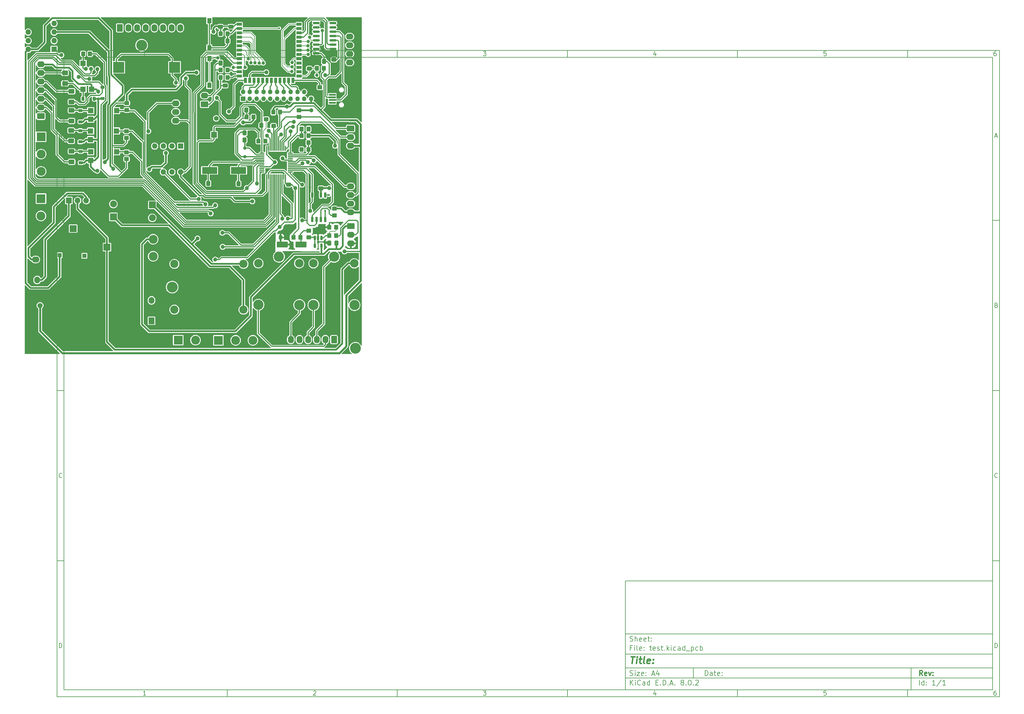
<source format=gbr>
%TF.GenerationSoftware,KiCad,Pcbnew,8.0.2-8.0.2-0~ubuntu22.04.1*%
%TF.CreationDate,2024-05-24T20:00:57+03:30*%
%TF.ProjectId,test,74657374-2e6b-4696-9361-645f70636258,rev?*%
%TF.SameCoordinates,Original*%
%TF.FileFunction,Copper,L1,Top*%
%TF.FilePolarity,Positive*%
%FSLAX46Y46*%
G04 Gerber Fmt 4.6, Leading zero omitted, Abs format (unit mm)*
G04 Created by KiCad (PCBNEW 8.0.2-8.0.2-0~ubuntu22.04.1) date 2024-05-24 20:00:57*
%MOMM*%
%LPD*%
G01*
G04 APERTURE LIST*
G04 Aperture macros list*
%AMRoundRect*
0 Rectangle with rounded corners*
0 $1 Rounding radius*
0 $2 $3 $4 $5 $6 $7 $8 $9 X,Y pos of 4 corners*
0 Add a 4 corners polygon primitive as box body*
4,1,4,$2,$3,$4,$5,$6,$7,$8,$9,$2,$3,0*
0 Add four circle primitives for the rounded corners*
1,1,$1+$1,$2,$3*
1,1,$1+$1,$4,$5*
1,1,$1+$1,$6,$7*
1,1,$1+$1,$8,$9*
0 Add four rect primitives between the rounded corners*
20,1,$1+$1,$2,$3,$4,$5,0*
20,1,$1+$1,$4,$5,$6,$7,0*
20,1,$1+$1,$6,$7,$8,$9,0*
20,1,$1+$1,$8,$9,$2,$3,0*%
G04 Aperture macros list end*
%ADD10C,0.100000*%
%ADD11C,0.150000*%
%ADD12C,0.300000*%
%ADD13C,0.400000*%
%TA.AperFunction,SMDPad,CuDef*%
%ADD14RoundRect,0.150000X0.150000X-0.650000X0.150000X0.650000X-0.150000X0.650000X-0.150000X-0.650000X0*%
%TD*%
%TA.AperFunction,ComponentPad*%
%ADD15C,3.000000*%
%TD*%
%TA.AperFunction,ComponentPad*%
%ADD16C,2.500000*%
%TD*%
%TA.AperFunction,SMDPad,CuDef*%
%ADD17RoundRect,0.250000X0.337500X0.475000X-0.337500X0.475000X-0.337500X-0.475000X0.337500X-0.475000X0*%
%TD*%
%TA.AperFunction,SMDPad,CuDef*%
%ADD18RoundRect,0.250000X0.350000X0.450000X-0.350000X0.450000X-0.350000X-0.450000X0.350000X-0.450000X0*%
%TD*%
%TA.AperFunction,SMDPad,CuDef*%
%ADD19RoundRect,0.250000X-0.275000X-0.350000X0.275000X-0.350000X0.275000X0.350000X-0.275000X0.350000X0*%
%TD*%
%TA.AperFunction,ComponentPad*%
%ADD20R,2.000000X2.000000*%
%TD*%
%TA.AperFunction,ComponentPad*%
%ADD21C,2.000000*%
%TD*%
%TA.AperFunction,ComponentPad*%
%ADD22RoundRect,0.250000X0.845000X-0.620000X0.845000X0.620000X-0.845000X0.620000X-0.845000X-0.620000X0*%
%TD*%
%TA.AperFunction,ComponentPad*%
%ADD23O,2.190000X1.740000*%
%TD*%
%TA.AperFunction,SMDPad,CuDef*%
%ADD24RoundRect,0.250000X0.450000X-0.350000X0.450000X0.350000X-0.450000X0.350000X-0.450000X-0.350000X0*%
%TD*%
%TA.AperFunction,ComponentPad*%
%ADD25R,1.700000X2.000000*%
%TD*%
%TA.AperFunction,ComponentPad*%
%ADD26O,1.700000X2.000000*%
%TD*%
%TA.AperFunction,SMDPad,CuDef*%
%ADD27R,3.200000X3.200000*%
%TD*%
%TA.AperFunction,SMDPad,CuDef*%
%ADD28R,3.900000X3.900000*%
%TD*%
%TA.AperFunction,ComponentPad*%
%ADD29RoundRect,0.250000X0.620000X0.845000X-0.620000X0.845000X-0.620000X-0.845000X0.620000X-0.845000X0*%
%TD*%
%TA.AperFunction,ComponentPad*%
%ADD30O,1.740000X2.190000*%
%TD*%
%TA.AperFunction,ComponentPad*%
%ADD31RoundRect,0.250000X-0.845000X0.620000X-0.845000X-0.620000X0.845000X-0.620000X0.845000X0.620000X0*%
%TD*%
%TA.AperFunction,SMDPad,CuDef*%
%ADD32R,1.300000X1.550000*%
%TD*%
%TA.AperFunction,SMDPad,CuDef*%
%ADD33RoundRect,0.250000X-0.450000X0.350000X-0.450000X-0.350000X0.450000X-0.350000X0.450000X0.350000X0*%
%TD*%
%TA.AperFunction,SMDPad,CuDef*%
%ADD34RoundRect,0.250000X-0.475000X0.337500X-0.475000X-0.337500X0.475000X-0.337500X0.475000X0.337500X0*%
%TD*%
%TA.AperFunction,SMDPad,CuDef*%
%ADD35RoundRect,0.250000X-0.350000X-0.450000X0.350000X-0.450000X0.350000X0.450000X-0.350000X0.450000X0*%
%TD*%
%TA.AperFunction,SMDPad,CuDef*%
%ADD36R,4.500000X2.000000*%
%TD*%
%TA.AperFunction,SMDPad,CuDef*%
%ADD37R,1.600000X1.600000*%
%TD*%
%TA.AperFunction,ComponentPad*%
%ADD38C,1.400000*%
%TD*%
%TA.AperFunction,SMDPad,CuDef*%
%ADD39RoundRect,0.250000X0.475000X-0.337500X0.475000X0.337500X-0.475000X0.337500X-0.475000X-0.337500X0*%
%TD*%
%TA.AperFunction,ComponentPad*%
%ADD40R,2.600000X2.600000*%
%TD*%
%TA.AperFunction,ComponentPad*%
%ADD41C,2.600000*%
%TD*%
%TA.AperFunction,SMDPad,CuDef*%
%ADD42RoundRect,0.225000X-0.375000X0.225000X-0.375000X-0.225000X0.375000X-0.225000X0.375000X0.225000X0*%
%TD*%
%TA.AperFunction,ComponentPad*%
%ADD43C,2.400000*%
%TD*%
%TA.AperFunction,ComponentPad*%
%ADD44O,2.400000X2.400000*%
%TD*%
%TA.AperFunction,SMDPad,CuDef*%
%ADD45R,2.000000X0.500000*%
%TD*%
%TA.AperFunction,SMDPad,CuDef*%
%ADD46R,1.700000X2.000000*%
%TD*%
%TA.AperFunction,SMDPad,CuDef*%
%ADD47RoundRect,0.150000X0.825000X0.150000X-0.825000X0.150000X-0.825000X-0.150000X0.825000X-0.150000X0*%
%TD*%
%TA.AperFunction,SMDPad,CuDef*%
%ADD48RoundRect,0.250000X0.625000X-0.400000X0.625000X0.400000X-0.625000X0.400000X-0.625000X-0.400000X0*%
%TD*%
%TA.AperFunction,SMDPad,CuDef*%
%ADD49RoundRect,0.250000X1.400000X0.600000X-1.400000X0.600000X-1.400000X-0.600000X1.400000X-0.600000X0*%
%TD*%
%TA.AperFunction,SMDPad,CuDef*%
%ADD50RoundRect,0.225000X-0.225000X-0.375000X0.225000X-0.375000X0.225000X0.375000X-0.225000X0.375000X0*%
%TD*%
%TA.AperFunction,SMDPad,CuDef*%
%ADD51RoundRect,0.250000X-0.337500X-0.475000X0.337500X-0.475000X0.337500X0.475000X-0.337500X0.475000X0*%
%TD*%
%TA.AperFunction,ComponentPad*%
%ADD52R,1.200000X1.200000*%
%TD*%
%TA.AperFunction,ComponentPad*%
%ADD53C,1.200000*%
%TD*%
%TA.AperFunction,SMDPad,CuDef*%
%ADD54RoundRect,0.250000X-0.450000X0.325000X-0.450000X-0.325000X0.450000X-0.325000X0.450000X0.325000X0*%
%TD*%
%TA.AperFunction,ComponentPad*%
%ADD55R,1.600000X1.600000*%
%TD*%
%TA.AperFunction,ComponentPad*%
%ADD56O,1.600000X1.600000*%
%TD*%
%TA.AperFunction,SMDPad,CuDef*%
%ADD57RoundRect,0.250000X-0.625000X0.400000X-0.625000X-0.400000X0.625000X-0.400000X0.625000X0.400000X0*%
%TD*%
%TA.AperFunction,ComponentPad*%
%ADD58R,1.700000X1.700000*%
%TD*%
%TA.AperFunction,ComponentPad*%
%ADD59O,1.700000X1.700000*%
%TD*%
%TA.AperFunction,SMDPad,CuDef*%
%ADD60R,1.500000X0.900000*%
%TD*%
%TA.AperFunction,SMDPad,CuDef*%
%ADD61R,0.900000X1.500000*%
%TD*%
%TA.AperFunction,HeatsinkPad*%
%ADD62C,0.600000*%
%TD*%
%TA.AperFunction,SMDPad,CuDef*%
%ADD63RoundRect,0.075000X-0.662500X-0.075000X0.662500X-0.075000X0.662500X0.075000X-0.662500X0.075000X0*%
%TD*%
%TA.AperFunction,SMDPad,CuDef*%
%ADD64RoundRect,0.075000X-0.075000X-0.662500X0.075000X-0.662500X0.075000X0.662500X-0.075000X0.662500X0*%
%TD*%
%TA.AperFunction,SMDPad,CuDef*%
%ADD65RoundRect,0.150000X-0.150000X0.512500X-0.150000X-0.512500X0.150000X-0.512500X0.150000X0.512500X0*%
%TD*%
%TA.AperFunction,ComponentPad*%
%ADD66RoundRect,0.250000X-0.620000X-0.845000X0.620000X-0.845000X0.620000X0.845000X-0.620000X0.845000X0*%
%TD*%
%TA.AperFunction,ComponentPad*%
%ADD67C,1.000000*%
%TD*%
%TA.AperFunction,ComponentPad*%
%ADD68R,1.350000X1.350000*%
%TD*%
%TA.AperFunction,ComponentPad*%
%ADD69O,1.350000X1.350000*%
%TD*%
%TA.AperFunction,ViaPad*%
%ADD70C,3.200000*%
%TD*%
%TA.AperFunction,ViaPad*%
%ADD71C,1.200000*%
%TD*%
%TA.AperFunction,ViaPad*%
%ADD72C,0.800000*%
%TD*%
%TA.AperFunction,ViaPad*%
%ADD73C,1.000000*%
%TD*%
%TA.AperFunction,ViaPad*%
%ADD74C,0.500000*%
%TD*%
%TA.AperFunction,ViaPad*%
%ADD75C,1.500000*%
%TD*%
%TA.AperFunction,ViaPad*%
%ADD76C,0.600000*%
%TD*%
%TA.AperFunction,Conductor*%
%ADD77C,0.300000*%
%TD*%
%TA.AperFunction,Conductor*%
%ADD78C,0.500000*%
%TD*%
%TA.AperFunction,Conductor*%
%ADD79C,0.400000*%
%TD*%
%TA.AperFunction,Conductor*%
%ADD80C,0.600000*%
%TD*%
%TA.AperFunction,Conductor*%
%ADD81C,0.200000*%
%TD*%
G04 APERTURE END LIST*
D10*
D11*
X177002200Y-166007200D02*
X285002200Y-166007200D01*
X285002200Y-198007200D01*
X177002200Y-198007200D01*
X177002200Y-166007200D01*
D10*
D11*
X10000000Y-10000000D02*
X287002200Y-10000000D01*
X287002200Y-200007200D01*
X10000000Y-200007200D01*
X10000000Y-10000000D01*
D10*
D11*
X12000000Y-12000000D02*
X285002200Y-12000000D01*
X285002200Y-198007200D01*
X12000000Y-198007200D01*
X12000000Y-12000000D01*
D10*
D11*
X60000000Y-12000000D02*
X60000000Y-10000000D01*
D10*
D11*
X110000000Y-12000000D02*
X110000000Y-10000000D01*
D10*
D11*
X160000000Y-12000000D02*
X160000000Y-10000000D01*
D10*
D11*
X210000000Y-12000000D02*
X210000000Y-10000000D01*
D10*
D11*
X260000000Y-12000000D02*
X260000000Y-10000000D01*
D10*
D11*
X36089160Y-11593604D02*
X35346303Y-11593604D01*
X35717731Y-11593604D02*
X35717731Y-10293604D01*
X35717731Y-10293604D02*
X35593922Y-10479319D01*
X35593922Y-10479319D02*
X35470112Y-10603128D01*
X35470112Y-10603128D02*
X35346303Y-10665033D01*
D10*
D11*
X85346303Y-10417414D02*
X85408207Y-10355509D01*
X85408207Y-10355509D02*
X85532017Y-10293604D01*
X85532017Y-10293604D02*
X85841541Y-10293604D01*
X85841541Y-10293604D02*
X85965350Y-10355509D01*
X85965350Y-10355509D02*
X86027255Y-10417414D01*
X86027255Y-10417414D02*
X86089160Y-10541223D01*
X86089160Y-10541223D02*
X86089160Y-10665033D01*
X86089160Y-10665033D02*
X86027255Y-10850747D01*
X86027255Y-10850747D02*
X85284398Y-11593604D01*
X85284398Y-11593604D02*
X86089160Y-11593604D01*
D10*
D11*
X135284398Y-10293604D02*
X136089160Y-10293604D01*
X136089160Y-10293604D02*
X135655826Y-10788842D01*
X135655826Y-10788842D02*
X135841541Y-10788842D01*
X135841541Y-10788842D02*
X135965350Y-10850747D01*
X135965350Y-10850747D02*
X136027255Y-10912652D01*
X136027255Y-10912652D02*
X136089160Y-11036461D01*
X136089160Y-11036461D02*
X136089160Y-11345985D01*
X136089160Y-11345985D02*
X136027255Y-11469795D01*
X136027255Y-11469795D02*
X135965350Y-11531700D01*
X135965350Y-11531700D02*
X135841541Y-11593604D01*
X135841541Y-11593604D02*
X135470112Y-11593604D01*
X135470112Y-11593604D02*
X135346303Y-11531700D01*
X135346303Y-11531700D02*
X135284398Y-11469795D01*
D10*
D11*
X185965350Y-10726938D02*
X185965350Y-11593604D01*
X185655826Y-10231700D02*
X185346303Y-11160271D01*
X185346303Y-11160271D02*
X186151064Y-11160271D01*
D10*
D11*
X236027255Y-10293604D02*
X235408207Y-10293604D01*
X235408207Y-10293604D02*
X235346303Y-10912652D01*
X235346303Y-10912652D02*
X235408207Y-10850747D01*
X235408207Y-10850747D02*
X235532017Y-10788842D01*
X235532017Y-10788842D02*
X235841541Y-10788842D01*
X235841541Y-10788842D02*
X235965350Y-10850747D01*
X235965350Y-10850747D02*
X236027255Y-10912652D01*
X236027255Y-10912652D02*
X236089160Y-11036461D01*
X236089160Y-11036461D02*
X236089160Y-11345985D01*
X236089160Y-11345985D02*
X236027255Y-11469795D01*
X236027255Y-11469795D02*
X235965350Y-11531700D01*
X235965350Y-11531700D02*
X235841541Y-11593604D01*
X235841541Y-11593604D02*
X235532017Y-11593604D01*
X235532017Y-11593604D02*
X235408207Y-11531700D01*
X235408207Y-11531700D02*
X235346303Y-11469795D01*
D10*
D11*
X285965350Y-10293604D02*
X285717731Y-10293604D01*
X285717731Y-10293604D02*
X285593922Y-10355509D01*
X285593922Y-10355509D02*
X285532017Y-10417414D01*
X285532017Y-10417414D02*
X285408207Y-10603128D01*
X285408207Y-10603128D02*
X285346303Y-10850747D01*
X285346303Y-10850747D02*
X285346303Y-11345985D01*
X285346303Y-11345985D02*
X285408207Y-11469795D01*
X285408207Y-11469795D02*
X285470112Y-11531700D01*
X285470112Y-11531700D02*
X285593922Y-11593604D01*
X285593922Y-11593604D02*
X285841541Y-11593604D01*
X285841541Y-11593604D02*
X285965350Y-11531700D01*
X285965350Y-11531700D02*
X286027255Y-11469795D01*
X286027255Y-11469795D02*
X286089160Y-11345985D01*
X286089160Y-11345985D02*
X286089160Y-11036461D01*
X286089160Y-11036461D02*
X286027255Y-10912652D01*
X286027255Y-10912652D02*
X285965350Y-10850747D01*
X285965350Y-10850747D02*
X285841541Y-10788842D01*
X285841541Y-10788842D02*
X285593922Y-10788842D01*
X285593922Y-10788842D02*
X285470112Y-10850747D01*
X285470112Y-10850747D02*
X285408207Y-10912652D01*
X285408207Y-10912652D02*
X285346303Y-11036461D01*
D10*
D11*
X60000000Y-198007200D02*
X60000000Y-200007200D01*
D10*
D11*
X110000000Y-198007200D02*
X110000000Y-200007200D01*
D10*
D11*
X160000000Y-198007200D02*
X160000000Y-200007200D01*
D10*
D11*
X210000000Y-198007200D02*
X210000000Y-200007200D01*
D10*
D11*
X260000000Y-198007200D02*
X260000000Y-200007200D01*
D10*
D11*
X36089160Y-199600804D02*
X35346303Y-199600804D01*
X35717731Y-199600804D02*
X35717731Y-198300804D01*
X35717731Y-198300804D02*
X35593922Y-198486519D01*
X35593922Y-198486519D02*
X35470112Y-198610328D01*
X35470112Y-198610328D02*
X35346303Y-198672233D01*
D10*
D11*
X85346303Y-198424614D02*
X85408207Y-198362709D01*
X85408207Y-198362709D02*
X85532017Y-198300804D01*
X85532017Y-198300804D02*
X85841541Y-198300804D01*
X85841541Y-198300804D02*
X85965350Y-198362709D01*
X85965350Y-198362709D02*
X86027255Y-198424614D01*
X86027255Y-198424614D02*
X86089160Y-198548423D01*
X86089160Y-198548423D02*
X86089160Y-198672233D01*
X86089160Y-198672233D02*
X86027255Y-198857947D01*
X86027255Y-198857947D02*
X85284398Y-199600804D01*
X85284398Y-199600804D02*
X86089160Y-199600804D01*
D10*
D11*
X135284398Y-198300804D02*
X136089160Y-198300804D01*
X136089160Y-198300804D02*
X135655826Y-198796042D01*
X135655826Y-198796042D02*
X135841541Y-198796042D01*
X135841541Y-198796042D02*
X135965350Y-198857947D01*
X135965350Y-198857947D02*
X136027255Y-198919852D01*
X136027255Y-198919852D02*
X136089160Y-199043661D01*
X136089160Y-199043661D02*
X136089160Y-199353185D01*
X136089160Y-199353185D02*
X136027255Y-199476995D01*
X136027255Y-199476995D02*
X135965350Y-199538900D01*
X135965350Y-199538900D02*
X135841541Y-199600804D01*
X135841541Y-199600804D02*
X135470112Y-199600804D01*
X135470112Y-199600804D02*
X135346303Y-199538900D01*
X135346303Y-199538900D02*
X135284398Y-199476995D01*
D10*
D11*
X185965350Y-198734138D02*
X185965350Y-199600804D01*
X185655826Y-198238900D02*
X185346303Y-199167471D01*
X185346303Y-199167471D02*
X186151064Y-199167471D01*
D10*
D11*
X236027255Y-198300804D02*
X235408207Y-198300804D01*
X235408207Y-198300804D02*
X235346303Y-198919852D01*
X235346303Y-198919852D02*
X235408207Y-198857947D01*
X235408207Y-198857947D02*
X235532017Y-198796042D01*
X235532017Y-198796042D02*
X235841541Y-198796042D01*
X235841541Y-198796042D02*
X235965350Y-198857947D01*
X235965350Y-198857947D02*
X236027255Y-198919852D01*
X236027255Y-198919852D02*
X236089160Y-199043661D01*
X236089160Y-199043661D02*
X236089160Y-199353185D01*
X236089160Y-199353185D02*
X236027255Y-199476995D01*
X236027255Y-199476995D02*
X235965350Y-199538900D01*
X235965350Y-199538900D02*
X235841541Y-199600804D01*
X235841541Y-199600804D02*
X235532017Y-199600804D01*
X235532017Y-199600804D02*
X235408207Y-199538900D01*
X235408207Y-199538900D02*
X235346303Y-199476995D01*
D10*
D11*
X285965350Y-198300804D02*
X285717731Y-198300804D01*
X285717731Y-198300804D02*
X285593922Y-198362709D01*
X285593922Y-198362709D02*
X285532017Y-198424614D01*
X285532017Y-198424614D02*
X285408207Y-198610328D01*
X285408207Y-198610328D02*
X285346303Y-198857947D01*
X285346303Y-198857947D02*
X285346303Y-199353185D01*
X285346303Y-199353185D02*
X285408207Y-199476995D01*
X285408207Y-199476995D02*
X285470112Y-199538900D01*
X285470112Y-199538900D02*
X285593922Y-199600804D01*
X285593922Y-199600804D02*
X285841541Y-199600804D01*
X285841541Y-199600804D02*
X285965350Y-199538900D01*
X285965350Y-199538900D02*
X286027255Y-199476995D01*
X286027255Y-199476995D02*
X286089160Y-199353185D01*
X286089160Y-199353185D02*
X286089160Y-199043661D01*
X286089160Y-199043661D02*
X286027255Y-198919852D01*
X286027255Y-198919852D02*
X285965350Y-198857947D01*
X285965350Y-198857947D02*
X285841541Y-198796042D01*
X285841541Y-198796042D02*
X285593922Y-198796042D01*
X285593922Y-198796042D02*
X285470112Y-198857947D01*
X285470112Y-198857947D02*
X285408207Y-198919852D01*
X285408207Y-198919852D02*
X285346303Y-199043661D01*
D10*
D11*
X10000000Y-60000000D02*
X12000000Y-60000000D01*
D10*
D11*
X10000000Y-110000000D02*
X12000000Y-110000000D01*
D10*
D11*
X10000000Y-160000000D02*
X12000000Y-160000000D01*
D10*
D11*
X10690476Y-35222176D02*
X11309523Y-35222176D01*
X10566666Y-35593604D02*
X10999999Y-34293604D01*
X10999999Y-34293604D02*
X11433333Y-35593604D01*
D10*
D11*
X11092857Y-84912652D02*
X11278571Y-84974557D01*
X11278571Y-84974557D02*
X11340476Y-85036461D01*
X11340476Y-85036461D02*
X11402380Y-85160271D01*
X11402380Y-85160271D02*
X11402380Y-85345985D01*
X11402380Y-85345985D02*
X11340476Y-85469795D01*
X11340476Y-85469795D02*
X11278571Y-85531700D01*
X11278571Y-85531700D02*
X11154761Y-85593604D01*
X11154761Y-85593604D02*
X10659523Y-85593604D01*
X10659523Y-85593604D02*
X10659523Y-84293604D01*
X10659523Y-84293604D02*
X11092857Y-84293604D01*
X11092857Y-84293604D02*
X11216666Y-84355509D01*
X11216666Y-84355509D02*
X11278571Y-84417414D01*
X11278571Y-84417414D02*
X11340476Y-84541223D01*
X11340476Y-84541223D02*
X11340476Y-84665033D01*
X11340476Y-84665033D02*
X11278571Y-84788842D01*
X11278571Y-84788842D02*
X11216666Y-84850747D01*
X11216666Y-84850747D02*
X11092857Y-84912652D01*
X11092857Y-84912652D02*
X10659523Y-84912652D01*
D10*
D11*
X11402380Y-135469795D02*
X11340476Y-135531700D01*
X11340476Y-135531700D02*
X11154761Y-135593604D01*
X11154761Y-135593604D02*
X11030952Y-135593604D01*
X11030952Y-135593604D02*
X10845238Y-135531700D01*
X10845238Y-135531700D02*
X10721428Y-135407890D01*
X10721428Y-135407890D02*
X10659523Y-135284080D01*
X10659523Y-135284080D02*
X10597619Y-135036461D01*
X10597619Y-135036461D02*
X10597619Y-134850747D01*
X10597619Y-134850747D02*
X10659523Y-134603128D01*
X10659523Y-134603128D02*
X10721428Y-134479319D01*
X10721428Y-134479319D02*
X10845238Y-134355509D01*
X10845238Y-134355509D02*
X11030952Y-134293604D01*
X11030952Y-134293604D02*
X11154761Y-134293604D01*
X11154761Y-134293604D02*
X11340476Y-134355509D01*
X11340476Y-134355509D02*
X11402380Y-134417414D01*
D10*
D11*
X10659523Y-185593604D02*
X10659523Y-184293604D01*
X10659523Y-184293604D02*
X10969047Y-184293604D01*
X10969047Y-184293604D02*
X11154761Y-184355509D01*
X11154761Y-184355509D02*
X11278571Y-184479319D01*
X11278571Y-184479319D02*
X11340476Y-184603128D01*
X11340476Y-184603128D02*
X11402380Y-184850747D01*
X11402380Y-184850747D02*
X11402380Y-185036461D01*
X11402380Y-185036461D02*
X11340476Y-185284080D01*
X11340476Y-185284080D02*
X11278571Y-185407890D01*
X11278571Y-185407890D02*
X11154761Y-185531700D01*
X11154761Y-185531700D02*
X10969047Y-185593604D01*
X10969047Y-185593604D02*
X10659523Y-185593604D01*
D10*
D11*
X287002200Y-60000000D02*
X285002200Y-60000000D01*
D10*
D11*
X287002200Y-110000000D02*
X285002200Y-110000000D01*
D10*
D11*
X287002200Y-160000000D02*
X285002200Y-160000000D01*
D10*
D11*
X285692676Y-35222176D02*
X286311723Y-35222176D01*
X285568866Y-35593604D02*
X286002199Y-34293604D01*
X286002199Y-34293604D02*
X286435533Y-35593604D01*
D10*
D11*
X286095057Y-84912652D02*
X286280771Y-84974557D01*
X286280771Y-84974557D02*
X286342676Y-85036461D01*
X286342676Y-85036461D02*
X286404580Y-85160271D01*
X286404580Y-85160271D02*
X286404580Y-85345985D01*
X286404580Y-85345985D02*
X286342676Y-85469795D01*
X286342676Y-85469795D02*
X286280771Y-85531700D01*
X286280771Y-85531700D02*
X286156961Y-85593604D01*
X286156961Y-85593604D02*
X285661723Y-85593604D01*
X285661723Y-85593604D02*
X285661723Y-84293604D01*
X285661723Y-84293604D02*
X286095057Y-84293604D01*
X286095057Y-84293604D02*
X286218866Y-84355509D01*
X286218866Y-84355509D02*
X286280771Y-84417414D01*
X286280771Y-84417414D02*
X286342676Y-84541223D01*
X286342676Y-84541223D02*
X286342676Y-84665033D01*
X286342676Y-84665033D02*
X286280771Y-84788842D01*
X286280771Y-84788842D02*
X286218866Y-84850747D01*
X286218866Y-84850747D02*
X286095057Y-84912652D01*
X286095057Y-84912652D02*
X285661723Y-84912652D01*
D10*
D11*
X286404580Y-135469795D02*
X286342676Y-135531700D01*
X286342676Y-135531700D02*
X286156961Y-135593604D01*
X286156961Y-135593604D02*
X286033152Y-135593604D01*
X286033152Y-135593604D02*
X285847438Y-135531700D01*
X285847438Y-135531700D02*
X285723628Y-135407890D01*
X285723628Y-135407890D02*
X285661723Y-135284080D01*
X285661723Y-135284080D02*
X285599819Y-135036461D01*
X285599819Y-135036461D02*
X285599819Y-134850747D01*
X285599819Y-134850747D02*
X285661723Y-134603128D01*
X285661723Y-134603128D02*
X285723628Y-134479319D01*
X285723628Y-134479319D02*
X285847438Y-134355509D01*
X285847438Y-134355509D02*
X286033152Y-134293604D01*
X286033152Y-134293604D02*
X286156961Y-134293604D01*
X286156961Y-134293604D02*
X286342676Y-134355509D01*
X286342676Y-134355509D02*
X286404580Y-134417414D01*
D10*
D11*
X285661723Y-185593604D02*
X285661723Y-184293604D01*
X285661723Y-184293604D02*
X285971247Y-184293604D01*
X285971247Y-184293604D02*
X286156961Y-184355509D01*
X286156961Y-184355509D02*
X286280771Y-184479319D01*
X286280771Y-184479319D02*
X286342676Y-184603128D01*
X286342676Y-184603128D02*
X286404580Y-184850747D01*
X286404580Y-184850747D02*
X286404580Y-185036461D01*
X286404580Y-185036461D02*
X286342676Y-185284080D01*
X286342676Y-185284080D02*
X286280771Y-185407890D01*
X286280771Y-185407890D02*
X286156961Y-185531700D01*
X286156961Y-185531700D02*
X285971247Y-185593604D01*
X285971247Y-185593604D02*
X285661723Y-185593604D01*
D10*
D11*
X200458026Y-193793328D02*
X200458026Y-192293328D01*
X200458026Y-192293328D02*
X200815169Y-192293328D01*
X200815169Y-192293328D02*
X201029455Y-192364757D01*
X201029455Y-192364757D02*
X201172312Y-192507614D01*
X201172312Y-192507614D02*
X201243741Y-192650471D01*
X201243741Y-192650471D02*
X201315169Y-192936185D01*
X201315169Y-192936185D02*
X201315169Y-193150471D01*
X201315169Y-193150471D02*
X201243741Y-193436185D01*
X201243741Y-193436185D02*
X201172312Y-193579042D01*
X201172312Y-193579042D02*
X201029455Y-193721900D01*
X201029455Y-193721900D02*
X200815169Y-193793328D01*
X200815169Y-193793328D02*
X200458026Y-193793328D01*
X202600884Y-193793328D02*
X202600884Y-193007614D01*
X202600884Y-193007614D02*
X202529455Y-192864757D01*
X202529455Y-192864757D02*
X202386598Y-192793328D01*
X202386598Y-192793328D02*
X202100884Y-192793328D01*
X202100884Y-192793328D02*
X201958026Y-192864757D01*
X202600884Y-193721900D02*
X202458026Y-193793328D01*
X202458026Y-193793328D02*
X202100884Y-193793328D01*
X202100884Y-193793328D02*
X201958026Y-193721900D01*
X201958026Y-193721900D02*
X201886598Y-193579042D01*
X201886598Y-193579042D02*
X201886598Y-193436185D01*
X201886598Y-193436185D02*
X201958026Y-193293328D01*
X201958026Y-193293328D02*
X202100884Y-193221900D01*
X202100884Y-193221900D02*
X202458026Y-193221900D01*
X202458026Y-193221900D02*
X202600884Y-193150471D01*
X203100884Y-192793328D02*
X203672312Y-192793328D01*
X203315169Y-192293328D02*
X203315169Y-193579042D01*
X203315169Y-193579042D02*
X203386598Y-193721900D01*
X203386598Y-193721900D02*
X203529455Y-193793328D01*
X203529455Y-193793328D02*
X203672312Y-193793328D01*
X204743741Y-193721900D02*
X204600884Y-193793328D01*
X204600884Y-193793328D02*
X204315170Y-193793328D01*
X204315170Y-193793328D02*
X204172312Y-193721900D01*
X204172312Y-193721900D02*
X204100884Y-193579042D01*
X204100884Y-193579042D02*
X204100884Y-193007614D01*
X204100884Y-193007614D02*
X204172312Y-192864757D01*
X204172312Y-192864757D02*
X204315170Y-192793328D01*
X204315170Y-192793328D02*
X204600884Y-192793328D01*
X204600884Y-192793328D02*
X204743741Y-192864757D01*
X204743741Y-192864757D02*
X204815170Y-193007614D01*
X204815170Y-193007614D02*
X204815170Y-193150471D01*
X204815170Y-193150471D02*
X204100884Y-193293328D01*
X205458026Y-193650471D02*
X205529455Y-193721900D01*
X205529455Y-193721900D02*
X205458026Y-193793328D01*
X205458026Y-193793328D02*
X205386598Y-193721900D01*
X205386598Y-193721900D02*
X205458026Y-193650471D01*
X205458026Y-193650471D02*
X205458026Y-193793328D01*
X205458026Y-192864757D02*
X205529455Y-192936185D01*
X205529455Y-192936185D02*
X205458026Y-193007614D01*
X205458026Y-193007614D02*
X205386598Y-192936185D01*
X205386598Y-192936185D02*
X205458026Y-192864757D01*
X205458026Y-192864757D02*
X205458026Y-193007614D01*
D10*
D11*
X177002200Y-194507200D02*
X285002200Y-194507200D01*
D10*
D11*
X178458026Y-196593328D02*
X178458026Y-195093328D01*
X179315169Y-196593328D02*
X178672312Y-195736185D01*
X179315169Y-195093328D02*
X178458026Y-195950471D01*
X179958026Y-196593328D02*
X179958026Y-195593328D01*
X179958026Y-195093328D02*
X179886598Y-195164757D01*
X179886598Y-195164757D02*
X179958026Y-195236185D01*
X179958026Y-195236185D02*
X180029455Y-195164757D01*
X180029455Y-195164757D02*
X179958026Y-195093328D01*
X179958026Y-195093328D02*
X179958026Y-195236185D01*
X181529455Y-196450471D02*
X181458027Y-196521900D01*
X181458027Y-196521900D02*
X181243741Y-196593328D01*
X181243741Y-196593328D02*
X181100884Y-196593328D01*
X181100884Y-196593328D02*
X180886598Y-196521900D01*
X180886598Y-196521900D02*
X180743741Y-196379042D01*
X180743741Y-196379042D02*
X180672312Y-196236185D01*
X180672312Y-196236185D02*
X180600884Y-195950471D01*
X180600884Y-195950471D02*
X180600884Y-195736185D01*
X180600884Y-195736185D02*
X180672312Y-195450471D01*
X180672312Y-195450471D02*
X180743741Y-195307614D01*
X180743741Y-195307614D02*
X180886598Y-195164757D01*
X180886598Y-195164757D02*
X181100884Y-195093328D01*
X181100884Y-195093328D02*
X181243741Y-195093328D01*
X181243741Y-195093328D02*
X181458027Y-195164757D01*
X181458027Y-195164757D02*
X181529455Y-195236185D01*
X182815170Y-196593328D02*
X182815170Y-195807614D01*
X182815170Y-195807614D02*
X182743741Y-195664757D01*
X182743741Y-195664757D02*
X182600884Y-195593328D01*
X182600884Y-195593328D02*
X182315170Y-195593328D01*
X182315170Y-195593328D02*
X182172312Y-195664757D01*
X182815170Y-196521900D02*
X182672312Y-196593328D01*
X182672312Y-196593328D02*
X182315170Y-196593328D01*
X182315170Y-196593328D02*
X182172312Y-196521900D01*
X182172312Y-196521900D02*
X182100884Y-196379042D01*
X182100884Y-196379042D02*
X182100884Y-196236185D01*
X182100884Y-196236185D02*
X182172312Y-196093328D01*
X182172312Y-196093328D02*
X182315170Y-196021900D01*
X182315170Y-196021900D02*
X182672312Y-196021900D01*
X182672312Y-196021900D02*
X182815170Y-195950471D01*
X184172313Y-196593328D02*
X184172313Y-195093328D01*
X184172313Y-196521900D02*
X184029455Y-196593328D01*
X184029455Y-196593328D02*
X183743741Y-196593328D01*
X183743741Y-196593328D02*
X183600884Y-196521900D01*
X183600884Y-196521900D02*
X183529455Y-196450471D01*
X183529455Y-196450471D02*
X183458027Y-196307614D01*
X183458027Y-196307614D02*
X183458027Y-195879042D01*
X183458027Y-195879042D02*
X183529455Y-195736185D01*
X183529455Y-195736185D02*
X183600884Y-195664757D01*
X183600884Y-195664757D02*
X183743741Y-195593328D01*
X183743741Y-195593328D02*
X184029455Y-195593328D01*
X184029455Y-195593328D02*
X184172313Y-195664757D01*
X186029455Y-195807614D02*
X186529455Y-195807614D01*
X186743741Y-196593328D02*
X186029455Y-196593328D01*
X186029455Y-196593328D02*
X186029455Y-195093328D01*
X186029455Y-195093328D02*
X186743741Y-195093328D01*
X187386598Y-196450471D02*
X187458027Y-196521900D01*
X187458027Y-196521900D02*
X187386598Y-196593328D01*
X187386598Y-196593328D02*
X187315170Y-196521900D01*
X187315170Y-196521900D02*
X187386598Y-196450471D01*
X187386598Y-196450471D02*
X187386598Y-196593328D01*
X188100884Y-196593328D02*
X188100884Y-195093328D01*
X188100884Y-195093328D02*
X188458027Y-195093328D01*
X188458027Y-195093328D02*
X188672313Y-195164757D01*
X188672313Y-195164757D02*
X188815170Y-195307614D01*
X188815170Y-195307614D02*
X188886599Y-195450471D01*
X188886599Y-195450471D02*
X188958027Y-195736185D01*
X188958027Y-195736185D02*
X188958027Y-195950471D01*
X188958027Y-195950471D02*
X188886599Y-196236185D01*
X188886599Y-196236185D02*
X188815170Y-196379042D01*
X188815170Y-196379042D02*
X188672313Y-196521900D01*
X188672313Y-196521900D02*
X188458027Y-196593328D01*
X188458027Y-196593328D02*
X188100884Y-196593328D01*
X189600884Y-196450471D02*
X189672313Y-196521900D01*
X189672313Y-196521900D02*
X189600884Y-196593328D01*
X189600884Y-196593328D02*
X189529456Y-196521900D01*
X189529456Y-196521900D02*
X189600884Y-196450471D01*
X189600884Y-196450471D02*
X189600884Y-196593328D01*
X190243742Y-196164757D02*
X190958028Y-196164757D01*
X190100885Y-196593328D02*
X190600885Y-195093328D01*
X190600885Y-195093328D02*
X191100885Y-196593328D01*
X191600884Y-196450471D02*
X191672313Y-196521900D01*
X191672313Y-196521900D02*
X191600884Y-196593328D01*
X191600884Y-196593328D02*
X191529456Y-196521900D01*
X191529456Y-196521900D02*
X191600884Y-196450471D01*
X191600884Y-196450471D02*
X191600884Y-196593328D01*
X193672313Y-195736185D02*
X193529456Y-195664757D01*
X193529456Y-195664757D02*
X193458027Y-195593328D01*
X193458027Y-195593328D02*
X193386599Y-195450471D01*
X193386599Y-195450471D02*
X193386599Y-195379042D01*
X193386599Y-195379042D02*
X193458027Y-195236185D01*
X193458027Y-195236185D02*
X193529456Y-195164757D01*
X193529456Y-195164757D02*
X193672313Y-195093328D01*
X193672313Y-195093328D02*
X193958027Y-195093328D01*
X193958027Y-195093328D02*
X194100885Y-195164757D01*
X194100885Y-195164757D02*
X194172313Y-195236185D01*
X194172313Y-195236185D02*
X194243742Y-195379042D01*
X194243742Y-195379042D02*
X194243742Y-195450471D01*
X194243742Y-195450471D02*
X194172313Y-195593328D01*
X194172313Y-195593328D02*
X194100885Y-195664757D01*
X194100885Y-195664757D02*
X193958027Y-195736185D01*
X193958027Y-195736185D02*
X193672313Y-195736185D01*
X193672313Y-195736185D02*
X193529456Y-195807614D01*
X193529456Y-195807614D02*
X193458027Y-195879042D01*
X193458027Y-195879042D02*
X193386599Y-196021900D01*
X193386599Y-196021900D02*
X193386599Y-196307614D01*
X193386599Y-196307614D02*
X193458027Y-196450471D01*
X193458027Y-196450471D02*
X193529456Y-196521900D01*
X193529456Y-196521900D02*
X193672313Y-196593328D01*
X193672313Y-196593328D02*
X193958027Y-196593328D01*
X193958027Y-196593328D02*
X194100885Y-196521900D01*
X194100885Y-196521900D02*
X194172313Y-196450471D01*
X194172313Y-196450471D02*
X194243742Y-196307614D01*
X194243742Y-196307614D02*
X194243742Y-196021900D01*
X194243742Y-196021900D02*
X194172313Y-195879042D01*
X194172313Y-195879042D02*
X194100885Y-195807614D01*
X194100885Y-195807614D02*
X193958027Y-195736185D01*
X194886598Y-196450471D02*
X194958027Y-196521900D01*
X194958027Y-196521900D02*
X194886598Y-196593328D01*
X194886598Y-196593328D02*
X194815170Y-196521900D01*
X194815170Y-196521900D02*
X194886598Y-196450471D01*
X194886598Y-196450471D02*
X194886598Y-196593328D01*
X195886599Y-195093328D02*
X196029456Y-195093328D01*
X196029456Y-195093328D02*
X196172313Y-195164757D01*
X196172313Y-195164757D02*
X196243742Y-195236185D01*
X196243742Y-195236185D02*
X196315170Y-195379042D01*
X196315170Y-195379042D02*
X196386599Y-195664757D01*
X196386599Y-195664757D02*
X196386599Y-196021900D01*
X196386599Y-196021900D02*
X196315170Y-196307614D01*
X196315170Y-196307614D02*
X196243742Y-196450471D01*
X196243742Y-196450471D02*
X196172313Y-196521900D01*
X196172313Y-196521900D02*
X196029456Y-196593328D01*
X196029456Y-196593328D02*
X195886599Y-196593328D01*
X195886599Y-196593328D02*
X195743742Y-196521900D01*
X195743742Y-196521900D02*
X195672313Y-196450471D01*
X195672313Y-196450471D02*
X195600884Y-196307614D01*
X195600884Y-196307614D02*
X195529456Y-196021900D01*
X195529456Y-196021900D02*
X195529456Y-195664757D01*
X195529456Y-195664757D02*
X195600884Y-195379042D01*
X195600884Y-195379042D02*
X195672313Y-195236185D01*
X195672313Y-195236185D02*
X195743742Y-195164757D01*
X195743742Y-195164757D02*
X195886599Y-195093328D01*
X197029455Y-196450471D02*
X197100884Y-196521900D01*
X197100884Y-196521900D02*
X197029455Y-196593328D01*
X197029455Y-196593328D02*
X196958027Y-196521900D01*
X196958027Y-196521900D02*
X197029455Y-196450471D01*
X197029455Y-196450471D02*
X197029455Y-196593328D01*
X197672313Y-195236185D02*
X197743741Y-195164757D01*
X197743741Y-195164757D02*
X197886599Y-195093328D01*
X197886599Y-195093328D02*
X198243741Y-195093328D01*
X198243741Y-195093328D02*
X198386599Y-195164757D01*
X198386599Y-195164757D02*
X198458027Y-195236185D01*
X198458027Y-195236185D02*
X198529456Y-195379042D01*
X198529456Y-195379042D02*
X198529456Y-195521900D01*
X198529456Y-195521900D02*
X198458027Y-195736185D01*
X198458027Y-195736185D02*
X197600884Y-196593328D01*
X197600884Y-196593328D02*
X198529456Y-196593328D01*
D10*
D11*
X177002200Y-191507200D02*
X285002200Y-191507200D01*
D10*
D12*
X264413853Y-193785528D02*
X263913853Y-193071242D01*
X263556710Y-193785528D02*
X263556710Y-192285528D01*
X263556710Y-192285528D02*
X264128139Y-192285528D01*
X264128139Y-192285528D02*
X264270996Y-192356957D01*
X264270996Y-192356957D02*
X264342425Y-192428385D01*
X264342425Y-192428385D02*
X264413853Y-192571242D01*
X264413853Y-192571242D02*
X264413853Y-192785528D01*
X264413853Y-192785528D02*
X264342425Y-192928385D01*
X264342425Y-192928385D02*
X264270996Y-192999814D01*
X264270996Y-192999814D02*
X264128139Y-193071242D01*
X264128139Y-193071242D02*
X263556710Y-193071242D01*
X265628139Y-193714100D02*
X265485282Y-193785528D01*
X265485282Y-193785528D02*
X265199568Y-193785528D01*
X265199568Y-193785528D02*
X265056710Y-193714100D01*
X265056710Y-193714100D02*
X264985282Y-193571242D01*
X264985282Y-193571242D02*
X264985282Y-192999814D01*
X264985282Y-192999814D02*
X265056710Y-192856957D01*
X265056710Y-192856957D02*
X265199568Y-192785528D01*
X265199568Y-192785528D02*
X265485282Y-192785528D01*
X265485282Y-192785528D02*
X265628139Y-192856957D01*
X265628139Y-192856957D02*
X265699568Y-192999814D01*
X265699568Y-192999814D02*
X265699568Y-193142671D01*
X265699568Y-193142671D02*
X264985282Y-193285528D01*
X266199567Y-192785528D02*
X266556710Y-193785528D01*
X266556710Y-193785528D02*
X266913853Y-192785528D01*
X267485281Y-193642671D02*
X267556710Y-193714100D01*
X267556710Y-193714100D02*
X267485281Y-193785528D01*
X267485281Y-193785528D02*
X267413853Y-193714100D01*
X267413853Y-193714100D02*
X267485281Y-193642671D01*
X267485281Y-193642671D02*
X267485281Y-193785528D01*
X267485281Y-192856957D02*
X267556710Y-192928385D01*
X267556710Y-192928385D02*
X267485281Y-192999814D01*
X267485281Y-192999814D02*
X267413853Y-192928385D01*
X267413853Y-192928385D02*
X267485281Y-192856957D01*
X267485281Y-192856957D02*
X267485281Y-192999814D01*
D10*
D11*
X178386598Y-193721900D02*
X178600884Y-193793328D01*
X178600884Y-193793328D02*
X178958026Y-193793328D01*
X178958026Y-193793328D02*
X179100884Y-193721900D01*
X179100884Y-193721900D02*
X179172312Y-193650471D01*
X179172312Y-193650471D02*
X179243741Y-193507614D01*
X179243741Y-193507614D02*
X179243741Y-193364757D01*
X179243741Y-193364757D02*
X179172312Y-193221900D01*
X179172312Y-193221900D02*
X179100884Y-193150471D01*
X179100884Y-193150471D02*
X178958026Y-193079042D01*
X178958026Y-193079042D02*
X178672312Y-193007614D01*
X178672312Y-193007614D02*
X178529455Y-192936185D01*
X178529455Y-192936185D02*
X178458026Y-192864757D01*
X178458026Y-192864757D02*
X178386598Y-192721900D01*
X178386598Y-192721900D02*
X178386598Y-192579042D01*
X178386598Y-192579042D02*
X178458026Y-192436185D01*
X178458026Y-192436185D02*
X178529455Y-192364757D01*
X178529455Y-192364757D02*
X178672312Y-192293328D01*
X178672312Y-192293328D02*
X179029455Y-192293328D01*
X179029455Y-192293328D02*
X179243741Y-192364757D01*
X179886597Y-193793328D02*
X179886597Y-192793328D01*
X179886597Y-192293328D02*
X179815169Y-192364757D01*
X179815169Y-192364757D02*
X179886597Y-192436185D01*
X179886597Y-192436185D02*
X179958026Y-192364757D01*
X179958026Y-192364757D02*
X179886597Y-192293328D01*
X179886597Y-192293328D02*
X179886597Y-192436185D01*
X180458026Y-192793328D02*
X181243741Y-192793328D01*
X181243741Y-192793328D02*
X180458026Y-193793328D01*
X180458026Y-193793328D02*
X181243741Y-193793328D01*
X182386598Y-193721900D02*
X182243741Y-193793328D01*
X182243741Y-193793328D02*
X181958027Y-193793328D01*
X181958027Y-193793328D02*
X181815169Y-193721900D01*
X181815169Y-193721900D02*
X181743741Y-193579042D01*
X181743741Y-193579042D02*
X181743741Y-193007614D01*
X181743741Y-193007614D02*
X181815169Y-192864757D01*
X181815169Y-192864757D02*
X181958027Y-192793328D01*
X181958027Y-192793328D02*
X182243741Y-192793328D01*
X182243741Y-192793328D02*
X182386598Y-192864757D01*
X182386598Y-192864757D02*
X182458027Y-193007614D01*
X182458027Y-193007614D02*
X182458027Y-193150471D01*
X182458027Y-193150471D02*
X181743741Y-193293328D01*
X183100883Y-193650471D02*
X183172312Y-193721900D01*
X183172312Y-193721900D02*
X183100883Y-193793328D01*
X183100883Y-193793328D02*
X183029455Y-193721900D01*
X183029455Y-193721900D02*
X183100883Y-193650471D01*
X183100883Y-193650471D02*
X183100883Y-193793328D01*
X183100883Y-192864757D02*
X183172312Y-192936185D01*
X183172312Y-192936185D02*
X183100883Y-193007614D01*
X183100883Y-193007614D02*
X183029455Y-192936185D01*
X183029455Y-192936185D02*
X183100883Y-192864757D01*
X183100883Y-192864757D02*
X183100883Y-193007614D01*
X184886598Y-193364757D02*
X185600884Y-193364757D01*
X184743741Y-193793328D02*
X185243741Y-192293328D01*
X185243741Y-192293328D02*
X185743741Y-193793328D01*
X186886598Y-192793328D02*
X186886598Y-193793328D01*
X186529455Y-192221900D02*
X186172312Y-193293328D01*
X186172312Y-193293328D02*
X187100883Y-193293328D01*
D10*
D11*
X263458026Y-196593328D02*
X263458026Y-195093328D01*
X264815170Y-196593328D02*
X264815170Y-195093328D01*
X264815170Y-196521900D02*
X264672312Y-196593328D01*
X264672312Y-196593328D02*
X264386598Y-196593328D01*
X264386598Y-196593328D02*
X264243741Y-196521900D01*
X264243741Y-196521900D02*
X264172312Y-196450471D01*
X264172312Y-196450471D02*
X264100884Y-196307614D01*
X264100884Y-196307614D02*
X264100884Y-195879042D01*
X264100884Y-195879042D02*
X264172312Y-195736185D01*
X264172312Y-195736185D02*
X264243741Y-195664757D01*
X264243741Y-195664757D02*
X264386598Y-195593328D01*
X264386598Y-195593328D02*
X264672312Y-195593328D01*
X264672312Y-195593328D02*
X264815170Y-195664757D01*
X265529455Y-196450471D02*
X265600884Y-196521900D01*
X265600884Y-196521900D02*
X265529455Y-196593328D01*
X265529455Y-196593328D02*
X265458027Y-196521900D01*
X265458027Y-196521900D02*
X265529455Y-196450471D01*
X265529455Y-196450471D02*
X265529455Y-196593328D01*
X265529455Y-195664757D02*
X265600884Y-195736185D01*
X265600884Y-195736185D02*
X265529455Y-195807614D01*
X265529455Y-195807614D02*
X265458027Y-195736185D01*
X265458027Y-195736185D02*
X265529455Y-195664757D01*
X265529455Y-195664757D02*
X265529455Y-195807614D01*
X268172313Y-196593328D02*
X267315170Y-196593328D01*
X267743741Y-196593328D02*
X267743741Y-195093328D01*
X267743741Y-195093328D02*
X267600884Y-195307614D01*
X267600884Y-195307614D02*
X267458027Y-195450471D01*
X267458027Y-195450471D02*
X267315170Y-195521900D01*
X269886598Y-195021900D02*
X268600884Y-196950471D01*
X271172313Y-196593328D02*
X270315170Y-196593328D01*
X270743741Y-196593328D02*
X270743741Y-195093328D01*
X270743741Y-195093328D02*
X270600884Y-195307614D01*
X270600884Y-195307614D02*
X270458027Y-195450471D01*
X270458027Y-195450471D02*
X270315170Y-195521900D01*
D10*
D11*
X177002200Y-187507200D02*
X285002200Y-187507200D01*
D10*
D13*
X178693928Y-188211638D02*
X179836785Y-188211638D01*
X179015357Y-190211638D02*
X179265357Y-188211638D01*
X180253452Y-190211638D02*
X180420119Y-188878304D01*
X180503452Y-188211638D02*
X180396309Y-188306876D01*
X180396309Y-188306876D02*
X180479643Y-188402114D01*
X180479643Y-188402114D02*
X180586786Y-188306876D01*
X180586786Y-188306876D02*
X180503452Y-188211638D01*
X180503452Y-188211638D02*
X180479643Y-188402114D01*
X181086786Y-188878304D02*
X181848690Y-188878304D01*
X181455833Y-188211638D02*
X181241548Y-189925923D01*
X181241548Y-189925923D02*
X181312976Y-190116400D01*
X181312976Y-190116400D02*
X181491548Y-190211638D01*
X181491548Y-190211638D02*
X181682024Y-190211638D01*
X182634405Y-190211638D02*
X182455833Y-190116400D01*
X182455833Y-190116400D02*
X182384405Y-189925923D01*
X182384405Y-189925923D02*
X182598690Y-188211638D01*
X184170119Y-190116400D02*
X183967738Y-190211638D01*
X183967738Y-190211638D02*
X183586785Y-190211638D01*
X183586785Y-190211638D02*
X183408214Y-190116400D01*
X183408214Y-190116400D02*
X183336785Y-189925923D01*
X183336785Y-189925923D02*
X183432024Y-189164019D01*
X183432024Y-189164019D02*
X183551071Y-188973542D01*
X183551071Y-188973542D02*
X183753452Y-188878304D01*
X183753452Y-188878304D02*
X184134404Y-188878304D01*
X184134404Y-188878304D02*
X184312976Y-188973542D01*
X184312976Y-188973542D02*
X184384404Y-189164019D01*
X184384404Y-189164019D02*
X184360595Y-189354495D01*
X184360595Y-189354495D02*
X183384404Y-189544971D01*
X185134405Y-190021161D02*
X185217738Y-190116400D01*
X185217738Y-190116400D02*
X185110595Y-190211638D01*
X185110595Y-190211638D02*
X185027262Y-190116400D01*
X185027262Y-190116400D02*
X185134405Y-190021161D01*
X185134405Y-190021161D02*
X185110595Y-190211638D01*
X185265357Y-188973542D02*
X185348690Y-189068780D01*
X185348690Y-189068780D02*
X185241548Y-189164019D01*
X185241548Y-189164019D02*
X185158214Y-189068780D01*
X185158214Y-189068780D02*
X185265357Y-188973542D01*
X185265357Y-188973542D02*
X185241548Y-189164019D01*
D10*
D11*
X178958026Y-185607614D02*
X178458026Y-185607614D01*
X178458026Y-186393328D02*
X178458026Y-184893328D01*
X178458026Y-184893328D02*
X179172312Y-184893328D01*
X179743740Y-186393328D02*
X179743740Y-185393328D01*
X179743740Y-184893328D02*
X179672312Y-184964757D01*
X179672312Y-184964757D02*
X179743740Y-185036185D01*
X179743740Y-185036185D02*
X179815169Y-184964757D01*
X179815169Y-184964757D02*
X179743740Y-184893328D01*
X179743740Y-184893328D02*
X179743740Y-185036185D01*
X180672312Y-186393328D02*
X180529455Y-186321900D01*
X180529455Y-186321900D02*
X180458026Y-186179042D01*
X180458026Y-186179042D02*
X180458026Y-184893328D01*
X181815169Y-186321900D02*
X181672312Y-186393328D01*
X181672312Y-186393328D02*
X181386598Y-186393328D01*
X181386598Y-186393328D02*
X181243740Y-186321900D01*
X181243740Y-186321900D02*
X181172312Y-186179042D01*
X181172312Y-186179042D02*
X181172312Y-185607614D01*
X181172312Y-185607614D02*
X181243740Y-185464757D01*
X181243740Y-185464757D02*
X181386598Y-185393328D01*
X181386598Y-185393328D02*
X181672312Y-185393328D01*
X181672312Y-185393328D02*
X181815169Y-185464757D01*
X181815169Y-185464757D02*
X181886598Y-185607614D01*
X181886598Y-185607614D02*
X181886598Y-185750471D01*
X181886598Y-185750471D02*
X181172312Y-185893328D01*
X182529454Y-186250471D02*
X182600883Y-186321900D01*
X182600883Y-186321900D02*
X182529454Y-186393328D01*
X182529454Y-186393328D02*
X182458026Y-186321900D01*
X182458026Y-186321900D02*
X182529454Y-186250471D01*
X182529454Y-186250471D02*
X182529454Y-186393328D01*
X182529454Y-185464757D02*
X182600883Y-185536185D01*
X182600883Y-185536185D02*
X182529454Y-185607614D01*
X182529454Y-185607614D02*
X182458026Y-185536185D01*
X182458026Y-185536185D02*
X182529454Y-185464757D01*
X182529454Y-185464757D02*
X182529454Y-185607614D01*
X184172312Y-185393328D02*
X184743740Y-185393328D01*
X184386597Y-184893328D02*
X184386597Y-186179042D01*
X184386597Y-186179042D02*
X184458026Y-186321900D01*
X184458026Y-186321900D02*
X184600883Y-186393328D01*
X184600883Y-186393328D02*
X184743740Y-186393328D01*
X185815169Y-186321900D02*
X185672312Y-186393328D01*
X185672312Y-186393328D02*
X185386598Y-186393328D01*
X185386598Y-186393328D02*
X185243740Y-186321900D01*
X185243740Y-186321900D02*
X185172312Y-186179042D01*
X185172312Y-186179042D02*
X185172312Y-185607614D01*
X185172312Y-185607614D02*
X185243740Y-185464757D01*
X185243740Y-185464757D02*
X185386598Y-185393328D01*
X185386598Y-185393328D02*
X185672312Y-185393328D01*
X185672312Y-185393328D02*
X185815169Y-185464757D01*
X185815169Y-185464757D02*
X185886598Y-185607614D01*
X185886598Y-185607614D02*
X185886598Y-185750471D01*
X185886598Y-185750471D02*
X185172312Y-185893328D01*
X186458026Y-186321900D02*
X186600883Y-186393328D01*
X186600883Y-186393328D02*
X186886597Y-186393328D01*
X186886597Y-186393328D02*
X187029454Y-186321900D01*
X187029454Y-186321900D02*
X187100883Y-186179042D01*
X187100883Y-186179042D02*
X187100883Y-186107614D01*
X187100883Y-186107614D02*
X187029454Y-185964757D01*
X187029454Y-185964757D02*
X186886597Y-185893328D01*
X186886597Y-185893328D02*
X186672312Y-185893328D01*
X186672312Y-185893328D02*
X186529454Y-185821900D01*
X186529454Y-185821900D02*
X186458026Y-185679042D01*
X186458026Y-185679042D02*
X186458026Y-185607614D01*
X186458026Y-185607614D02*
X186529454Y-185464757D01*
X186529454Y-185464757D02*
X186672312Y-185393328D01*
X186672312Y-185393328D02*
X186886597Y-185393328D01*
X186886597Y-185393328D02*
X187029454Y-185464757D01*
X187529455Y-185393328D02*
X188100883Y-185393328D01*
X187743740Y-184893328D02*
X187743740Y-186179042D01*
X187743740Y-186179042D02*
X187815169Y-186321900D01*
X187815169Y-186321900D02*
X187958026Y-186393328D01*
X187958026Y-186393328D02*
X188100883Y-186393328D01*
X188600883Y-186250471D02*
X188672312Y-186321900D01*
X188672312Y-186321900D02*
X188600883Y-186393328D01*
X188600883Y-186393328D02*
X188529455Y-186321900D01*
X188529455Y-186321900D02*
X188600883Y-186250471D01*
X188600883Y-186250471D02*
X188600883Y-186393328D01*
X189315169Y-186393328D02*
X189315169Y-184893328D01*
X189458027Y-185821900D02*
X189886598Y-186393328D01*
X189886598Y-185393328D02*
X189315169Y-185964757D01*
X190529455Y-186393328D02*
X190529455Y-185393328D01*
X190529455Y-184893328D02*
X190458027Y-184964757D01*
X190458027Y-184964757D02*
X190529455Y-185036185D01*
X190529455Y-185036185D02*
X190600884Y-184964757D01*
X190600884Y-184964757D02*
X190529455Y-184893328D01*
X190529455Y-184893328D02*
X190529455Y-185036185D01*
X191886599Y-186321900D02*
X191743741Y-186393328D01*
X191743741Y-186393328D02*
X191458027Y-186393328D01*
X191458027Y-186393328D02*
X191315170Y-186321900D01*
X191315170Y-186321900D02*
X191243741Y-186250471D01*
X191243741Y-186250471D02*
X191172313Y-186107614D01*
X191172313Y-186107614D02*
X191172313Y-185679042D01*
X191172313Y-185679042D02*
X191243741Y-185536185D01*
X191243741Y-185536185D02*
X191315170Y-185464757D01*
X191315170Y-185464757D02*
X191458027Y-185393328D01*
X191458027Y-185393328D02*
X191743741Y-185393328D01*
X191743741Y-185393328D02*
X191886599Y-185464757D01*
X193172313Y-186393328D02*
X193172313Y-185607614D01*
X193172313Y-185607614D02*
X193100884Y-185464757D01*
X193100884Y-185464757D02*
X192958027Y-185393328D01*
X192958027Y-185393328D02*
X192672313Y-185393328D01*
X192672313Y-185393328D02*
X192529455Y-185464757D01*
X193172313Y-186321900D02*
X193029455Y-186393328D01*
X193029455Y-186393328D02*
X192672313Y-186393328D01*
X192672313Y-186393328D02*
X192529455Y-186321900D01*
X192529455Y-186321900D02*
X192458027Y-186179042D01*
X192458027Y-186179042D02*
X192458027Y-186036185D01*
X192458027Y-186036185D02*
X192529455Y-185893328D01*
X192529455Y-185893328D02*
X192672313Y-185821900D01*
X192672313Y-185821900D02*
X193029455Y-185821900D01*
X193029455Y-185821900D02*
X193172313Y-185750471D01*
X194529456Y-186393328D02*
X194529456Y-184893328D01*
X194529456Y-186321900D02*
X194386598Y-186393328D01*
X194386598Y-186393328D02*
X194100884Y-186393328D01*
X194100884Y-186393328D02*
X193958027Y-186321900D01*
X193958027Y-186321900D02*
X193886598Y-186250471D01*
X193886598Y-186250471D02*
X193815170Y-186107614D01*
X193815170Y-186107614D02*
X193815170Y-185679042D01*
X193815170Y-185679042D02*
X193886598Y-185536185D01*
X193886598Y-185536185D02*
X193958027Y-185464757D01*
X193958027Y-185464757D02*
X194100884Y-185393328D01*
X194100884Y-185393328D02*
X194386598Y-185393328D01*
X194386598Y-185393328D02*
X194529456Y-185464757D01*
X194886599Y-186536185D02*
X196029456Y-186536185D01*
X196386598Y-185393328D02*
X196386598Y-186893328D01*
X196386598Y-185464757D02*
X196529456Y-185393328D01*
X196529456Y-185393328D02*
X196815170Y-185393328D01*
X196815170Y-185393328D02*
X196958027Y-185464757D01*
X196958027Y-185464757D02*
X197029456Y-185536185D01*
X197029456Y-185536185D02*
X197100884Y-185679042D01*
X197100884Y-185679042D02*
X197100884Y-186107614D01*
X197100884Y-186107614D02*
X197029456Y-186250471D01*
X197029456Y-186250471D02*
X196958027Y-186321900D01*
X196958027Y-186321900D02*
X196815170Y-186393328D01*
X196815170Y-186393328D02*
X196529456Y-186393328D01*
X196529456Y-186393328D02*
X196386598Y-186321900D01*
X198386599Y-186321900D02*
X198243741Y-186393328D01*
X198243741Y-186393328D02*
X197958027Y-186393328D01*
X197958027Y-186393328D02*
X197815170Y-186321900D01*
X197815170Y-186321900D02*
X197743741Y-186250471D01*
X197743741Y-186250471D02*
X197672313Y-186107614D01*
X197672313Y-186107614D02*
X197672313Y-185679042D01*
X197672313Y-185679042D02*
X197743741Y-185536185D01*
X197743741Y-185536185D02*
X197815170Y-185464757D01*
X197815170Y-185464757D02*
X197958027Y-185393328D01*
X197958027Y-185393328D02*
X198243741Y-185393328D01*
X198243741Y-185393328D02*
X198386599Y-185464757D01*
X199029455Y-186393328D02*
X199029455Y-184893328D01*
X199029455Y-185464757D02*
X199172313Y-185393328D01*
X199172313Y-185393328D02*
X199458027Y-185393328D01*
X199458027Y-185393328D02*
X199600884Y-185464757D01*
X199600884Y-185464757D02*
X199672313Y-185536185D01*
X199672313Y-185536185D02*
X199743741Y-185679042D01*
X199743741Y-185679042D02*
X199743741Y-186107614D01*
X199743741Y-186107614D02*
X199672313Y-186250471D01*
X199672313Y-186250471D02*
X199600884Y-186321900D01*
X199600884Y-186321900D02*
X199458027Y-186393328D01*
X199458027Y-186393328D02*
X199172313Y-186393328D01*
X199172313Y-186393328D02*
X199029455Y-186321900D01*
D10*
D11*
X177002200Y-181507200D02*
X285002200Y-181507200D01*
D10*
D11*
X178386598Y-183621900D02*
X178600884Y-183693328D01*
X178600884Y-183693328D02*
X178958026Y-183693328D01*
X178958026Y-183693328D02*
X179100884Y-183621900D01*
X179100884Y-183621900D02*
X179172312Y-183550471D01*
X179172312Y-183550471D02*
X179243741Y-183407614D01*
X179243741Y-183407614D02*
X179243741Y-183264757D01*
X179243741Y-183264757D02*
X179172312Y-183121900D01*
X179172312Y-183121900D02*
X179100884Y-183050471D01*
X179100884Y-183050471D02*
X178958026Y-182979042D01*
X178958026Y-182979042D02*
X178672312Y-182907614D01*
X178672312Y-182907614D02*
X178529455Y-182836185D01*
X178529455Y-182836185D02*
X178458026Y-182764757D01*
X178458026Y-182764757D02*
X178386598Y-182621900D01*
X178386598Y-182621900D02*
X178386598Y-182479042D01*
X178386598Y-182479042D02*
X178458026Y-182336185D01*
X178458026Y-182336185D02*
X178529455Y-182264757D01*
X178529455Y-182264757D02*
X178672312Y-182193328D01*
X178672312Y-182193328D02*
X179029455Y-182193328D01*
X179029455Y-182193328D02*
X179243741Y-182264757D01*
X179886597Y-183693328D02*
X179886597Y-182193328D01*
X180529455Y-183693328D02*
X180529455Y-182907614D01*
X180529455Y-182907614D02*
X180458026Y-182764757D01*
X180458026Y-182764757D02*
X180315169Y-182693328D01*
X180315169Y-182693328D02*
X180100883Y-182693328D01*
X180100883Y-182693328D02*
X179958026Y-182764757D01*
X179958026Y-182764757D02*
X179886597Y-182836185D01*
X181815169Y-183621900D02*
X181672312Y-183693328D01*
X181672312Y-183693328D02*
X181386598Y-183693328D01*
X181386598Y-183693328D02*
X181243740Y-183621900D01*
X181243740Y-183621900D02*
X181172312Y-183479042D01*
X181172312Y-183479042D02*
X181172312Y-182907614D01*
X181172312Y-182907614D02*
X181243740Y-182764757D01*
X181243740Y-182764757D02*
X181386598Y-182693328D01*
X181386598Y-182693328D02*
X181672312Y-182693328D01*
X181672312Y-182693328D02*
X181815169Y-182764757D01*
X181815169Y-182764757D02*
X181886598Y-182907614D01*
X181886598Y-182907614D02*
X181886598Y-183050471D01*
X181886598Y-183050471D02*
X181172312Y-183193328D01*
X183100883Y-183621900D02*
X182958026Y-183693328D01*
X182958026Y-183693328D02*
X182672312Y-183693328D01*
X182672312Y-183693328D02*
X182529454Y-183621900D01*
X182529454Y-183621900D02*
X182458026Y-183479042D01*
X182458026Y-183479042D02*
X182458026Y-182907614D01*
X182458026Y-182907614D02*
X182529454Y-182764757D01*
X182529454Y-182764757D02*
X182672312Y-182693328D01*
X182672312Y-182693328D02*
X182958026Y-182693328D01*
X182958026Y-182693328D02*
X183100883Y-182764757D01*
X183100883Y-182764757D02*
X183172312Y-182907614D01*
X183172312Y-182907614D02*
X183172312Y-183050471D01*
X183172312Y-183050471D02*
X182458026Y-183193328D01*
X183600883Y-182693328D02*
X184172311Y-182693328D01*
X183815168Y-182193328D02*
X183815168Y-183479042D01*
X183815168Y-183479042D02*
X183886597Y-183621900D01*
X183886597Y-183621900D02*
X184029454Y-183693328D01*
X184029454Y-183693328D02*
X184172311Y-183693328D01*
X184672311Y-183550471D02*
X184743740Y-183621900D01*
X184743740Y-183621900D02*
X184672311Y-183693328D01*
X184672311Y-183693328D02*
X184600883Y-183621900D01*
X184600883Y-183621900D02*
X184672311Y-183550471D01*
X184672311Y-183550471D02*
X184672311Y-183693328D01*
X184672311Y-182764757D02*
X184743740Y-182836185D01*
X184743740Y-182836185D02*
X184672311Y-182907614D01*
X184672311Y-182907614D02*
X184600883Y-182836185D01*
X184600883Y-182836185D02*
X184672311Y-182764757D01*
X184672311Y-182764757D02*
X184672311Y-182907614D01*
D10*
D11*
X197002200Y-191507200D02*
X197002200Y-194507200D01*
D10*
D11*
X261002200Y-191507200D02*
X261002200Y-198007200D01*
D14*
%TO.P,flash1,1,SI*%
%TO.N,/SI*%
X84995000Y-59740000D03*
%TO.P,flash1,2,SCK*%
%TO.N,/SCK*%
X86265000Y-59740000D03*
%TO.P,flash1,3,~{RESET}*%
%TO.N,Net-(flash1-~{RESET})*%
X87535000Y-59740000D03*
%TO.P,flash1,4,~{CS}*%
%TO.N,/CS*%
X88805000Y-59740000D03*
%TO.P,flash1,5,~{WP}*%
%TO.N,Net-(flash1-~{WP})*%
X88805000Y-52540000D03*
%TO.P,flash1,6,VCC*%
%TO.N,/+3.3V*%
X87535000Y-52540000D03*
%TO.P,flash1,7,GND*%
%TO.N,GND*%
X86265000Y-52540000D03*
%TO.P,flash1,8,SO*%
%TO.N,/SO*%
X84995000Y-52540000D03*
%TD*%
D15*
%TO.P,relay2,1*%
%TO.N,/RELOUT22*%
X75210000Y-70640000D03*
D16*
%TO.P,relay2,2*%
%TO.N,Net-(dr2-A)*%
X69160000Y-72590000D03*
D15*
%TO.P,relay2,3*%
%TO.N,/RELOUT21*%
X69160000Y-84790000D03*
%TO.P,relay2,4*%
%TO.N,/NOC2*%
X81210000Y-84840000D03*
D16*
%TO.P,relay2,5*%
%TO.N,/+24V*%
X81160000Y-72590000D03*
%TD*%
D17*
%TO.P,clse2,1*%
%TO.N,GND*%
X67187500Y-36340000D03*
%TO.P,clse2,2*%
%TO.N,Net-(mcu1-PC13)*%
X65112500Y-36340000D03*
%TD*%
D18*
%TO.P,rms2,1*%
%TO.N,/PF7*%
X83900000Y-33100000D03*
%TO.P,rms2,2*%
%TO.N,Net-(mcu1-PF7)*%
X81900000Y-33100000D03*
%TD*%
D19*
%TO.P,L1,1,1*%
%TO.N,GND*%
X73350000Y-65000000D03*
%TO.P,L1,2,2*%
%TO.N,AGND*%
X75650000Y-65000000D03*
%TD*%
D20*
%TO.P,crs2,1*%
%TO.N,/+5V*%
X14730000Y-62380000D03*
D21*
%TO.P,crs2,2*%
%TO.N,GND*%
X18530000Y-62380000D03*
%TD*%
D22*
%TO.P,usb1,1,Pin_1*%
%TO.N,Net-(usb1-Pin_1)*%
X53360000Y-25840000D03*
D23*
%TO.P,usb1,2,Pin_2*%
%TO.N,Net-(usb1-Pin_2)*%
X53360000Y-23300000D03*
%TD*%
D24*
%TO.P,r8,1*%
%TO.N,/D24_IN4*%
X30500000Y-27500000D03*
%TO.P,r8,2*%
%TO.N,/+3.3V*%
X30500000Y-25500000D03*
%TD*%
D25*
%TO.P,PS1,1,AC/L*%
%TO.N,/L*%
X37757500Y-89487500D03*
D26*
%TO.P,PS1,2,AC/N*%
%TO.N,/N*%
X37757500Y-83487500D03*
%TO.P,PS1,3,-Vout*%
%TO.N,GND*%
X4157500Y-95487500D03*
%TO.P,PS1,4,+Vout*%
%TO.N,Net-(PS1-+Vout)*%
X4157500Y-77487500D03*
%TD*%
D27*
%TO.P,BAT1,+$1*%
%TO.N,/VBAT*%
X28140000Y-14970000D03*
%TO.P,BAT1,+$2*%
X44540000Y-14970000D03*
D28*
%TO.P,BAT1,-*%
%TO.N,GND*%
X36340000Y-14970000D03*
%TD*%
D29*
%TO.P,Relay Out,1,Pin_1*%
%TO.N,/RELOUT22*%
X91400000Y-95000000D03*
D30*
%TO.P,Relay Out,2,Pin_2*%
%TO.N,/RELOUT21*%
X88860000Y-95000000D03*
%TO.P,Relay Out,3,Pin_3*%
%TO.N,/RELOUT12*%
X86320000Y-95000000D03*
%TO.P,Relay Out,4,Pin_4*%
%TO.N,/RELOUT11*%
X83780000Y-95000000D03*
%TO.P,Relay Out,5,Pin_5*%
%TO.N,/NOC1*%
X81240000Y-95000000D03*
%TO.P,Relay Out,6,Pin_6*%
%TO.N,/NOC2*%
X78700000Y-95000000D03*
%TD*%
D22*
%TO.P,DIN,1,Pin_1*%
%TO.N,/DI1*%
X5250000Y-29340000D03*
D23*
%TO.P,DIN,2,Pin_2*%
%TO.N,/DI2*%
X5250000Y-26800000D03*
%TO.P,DIN,3,Pin_3*%
%TO.N,/DI3*%
X5250000Y-24260000D03*
%TO.P,DIN,4,Pin_4*%
%TO.N,/DI4*%
X5250000Y-21720000D03*
%TO.P,DIN,5,Pin_5*%
%TO.N,/DI5*%
X5250000Y-19180000D03*
%TO.P,DIN,6,Pin_6*%
%TO.N,/DI6*%
X5250000Y-16640000D03*
%TO.P,DIN,7,Pin_7*%
%TO.N,IGND*%
X5250000Y-14100000D03*
%TD*%
D20*
%TO.P,crs1,1*%
%TO.N,/+24V*%
X24670000Y-67850000D03*
D21*
%TO.P,crs1,2*%
%TO.N,GND*%
X28470000Y-67850000D03*
%TD*%
D18*
%TO.P,rres1,1*%
%TO.N,/+3.3V*%
X67690000Y-29590000D03*
%TO.P,rres1,2*%
%TO.N,/RESET*%
X65690000Y-29590000D03*
%TD*%
D31*
%TO.P,eprg1,1,Pin_1*%
%TO.N,GND*%
X96000000Y-3420000D03*
D23*
%TO.P,eprg1,2,Pin_2*%
%TO.N,/TMS*%
X96000000Y-5960000D03*
%TO.P,eprg1,3,Pin_3*%
%TO.N,/TDI*%
X96000000Y-8500000D03*
%TO.P,eprg1,4,Pin_4*%
%TO.N,/TDO*%
X96000000Y-11040000D03*
%TO.P,eprg1,5,Pin_5*%
%TO.N,/TCK*%
X96000000Y-13580000D03*
%TD*%
D32*
%TO.P,SWB1,1,1*%
%TO.N,GND*%
X50250000Y-20295000D03*
X50250000Y-12345000D03*
%TO.P,SWB1,2,2*%
%TO.N,/ESP_GPIO_0*%
X54750000Y-20295000D03*
X54750000Y-12345000D03*
%TD*%
D18*
%TO.P,ra1,1*%
%TO.N,/AIN1*%
X92000000Y-64480000D03*
%TO.P,ra1,2*%
%TO.N,Net-(U4-+)*%
X90000000Y-64480000D03*
%TD*%
%TO.P,jadc1,1*%
%TO.N,Net-(dz1-K)*%
X81500000Y-65000000D03*
%TO.P,jadc1,2*%
%TO.N,/ADC_IN1*%
X79500000Y-65000000D03*
%TD*%
D33*
%TO.P,r16,1*%
%TO.N,/D24_IN2*%
X30415000Y-39965000D03*
%TO.P,r16,2*%
%TO.N,/+3.3V*%
X30415000Y-41965000D03*
%TD*%
D34*
%TO.P,cf1,1*%
%TO.N,GND*%
X87550000Y-48482500D03*
%TO.P,cf1,2*%
%TO.N,/+3.3V*%
X87550000Y-50557500D03*
%TD*%
D35*
%TO.P,r14,1*%
%TO.N,/D05_IN6*%
X17652500Y-11005000D03*
%TO.P,r14,2*%
%TO.N,/+3.3V*%
X19652500Y-11005000D03*
%TD*%
D33*
%TO.P,rboot1,1*%
%TO.N,GND*%
X73620000Y-30210000D03*
%TO.P,rboot1,2*%
%TO.N,Net-(mcu1-BOOT0)*%
X73620000Y-32210000D03*
%TD*%
D36*
%TO.P,hse1,1,1*%
%TO.N,Net-(mcu1-PF1)*%
X63330000Y-45280000D03*
%TO.P,hse1,2,2*%
%TO.N,Net-(mcu1-PF0)*%
X54830000Y-45280000D03*
%TD*%
D37*
%TO.P,in6,1*%
%TO.N,Net-(di6-K)*%
X17642500Y-21435000D03*
%TO.P,in6,2*%
%TO.N,IGND*%
X20182500Y-21435000D03*
%TO.P,in6,3*%
%TO.N,GND*%
X20182500Y-13815000D03*
%TO.P,in6,4*%
%TO.N,/D05_IN6*%
X17642500Y-13815000D03*
%TD*%
D33*
%TO.P,i2c2,1*%
%TO.N,/+3.3V*%
X81110000Y-27580000D03*
%TO.P,i2c2,2*%
%TO.N,/MCU_SCL*%
X81110000Y-29580000D03*
%TD*%
D38*
%TO.P,IO3S,1,A*%
%TO.N,GND*%
X54250000Y-30000000D03*
%TO.P,IO3S,2,B*%
%TO.N,Net-(U1-IO3)*%
X56790000Y-30000000D03*
%TD*%
D18*
%TO.P,ebp1,1*%
%TO.N,/+3.3V*%
X88350000Y-15270000D03*
%TO.P,ebp1,2*%
%TO.N,/ESP_GPIO_0*%
X86350000Y-15270000D03*
%TD*%
D33*
%TO.P,rf2,1*%
%TO.N,/+3.3V*%
X91500000Y-56500000D03*
%TO.P,rf2,2*%
%TO.N,Net-(flash1-~{RESET})*%
X91500000Y-58500000D03*
%TD*%
D39*
%TO.P,cch2,1*%
%TO.N,GND*%
X91380000Y-14787500D03*
%TO.P,cch2,2*%
%TO.N,Net-(CH340-V3)*%
X91380000Y-12712500D03*
%TD*%
D40*
%TO.P,thermo,1,Pin_1*%
%TO.N,Net-(U6-T-)*%
X5270000Y-53580000D03*
D41*
%TO.P,thermo,2,Pin_2*%
%TO.N,Net-(U6-T+)*%
X5270000Y-58660000D03*
%TD*%
D42*
%TO.P,di4,1,K*%
%TO.N,Net-(di4-K)*%
X16885000Y-27692500D03*
%TO.P,di4,2,A*%
%TO.N,IGND*%
X16885000Y-30992500D03*
%TD*%
D34*
%TO.P,cu1,1*%
%TO.N,Net-(usb1-Pin_1)*%
X59400000Y-20332500D03*
%TO.P,cu1,2*%
%TO.N,GND*%
X59400000Y-22407500D03*
%TD*%
D17*
%TO.P,cr1,1*%
%TO.N,/ESP_EN*%
X60097500Y-7230000D03*
%TO.P,cr1,2*%
%TO.N,GND*%
X58022500Y-7230000D03*
%TD*%
D15*
%TO.P,relay1,1*%
%TO.N,/RELOUT12*%
X91420000Y-70670000D03*
D16*
%TO.P,relay1,2*%
%TO.N,Net-(dr1-A)*%
X85370000Y-72620000D03*
D15*
%TO.P,relay1,3*%
%TO.N,/RELOUT11*%
X85370000Y-84820000D03*
%TO.P,relay1,4*%
%TO.N,/NOC1*%
X97420000Y-84870000D03*
D16*
%TO.P,relay1,5*%
%TO.N,/+24V*%
X97370000Y-72620000D03*
%TD*%
D43*
%TO.P,rb2,1*%
%TO.N,Net-(bridge2-+)*%
X44480000Y-72770000D03*
D44*
%TO.P,rb2,2*%
%TO.N,Net-(cr2-Pad1)*%
X64800000Y-72770000D03*
%TD*%
D45*
%TO.P,espprg,1,VBUS*%
%TO.N,unconnected-(chusb1-VBUS-Pad1)*%
X90895000Y-25410000D03*
%TO.P,espprg,2,D-*%
%TO.N,/CHD-*%
X90895000Y-24610000D03*
%TO.P,espprg,3,D+*%
%TO.N,/CHD+*%
X90895000Y-23810000D03*
%TO.P,espprg,4,ID*%
%TO.N,unconnected-(chusb1-ID-Pad4)*%
X90895000Y-23010000D03*
%TO.P,espprg,5,GND*%
%TO.N,GND*%
X90895000Y-22210000D03*
D46*
%TO.P,espprg,6,Shield*%
X90995000Y-28260000D03*
X96445000Y-28260000D03*
X90995000Y-19360000D03*
X96445000Y-19360000D03*
%TD*%
D31*
%TO.P,stprg,1,Pin_1*%
%TO.N,GND*%
X96290000Y-47440000D03*
D23*
%TO.P,stprg,2,Pin_2*%
%TO.N,/SWDIO*%
X96290000Y-49980000D03*
%TO.P,stprg,3,Pin_3*%
%TO.N,/SWCLK*%
X96290000Y-52520000D03*
%TO.P,stprg,4,Pin_4*%
%TO.N,/RESET*%
X96290000Y-55060000D03*
%TO.P,stprg,5,Pin_5*%
%TO.N,/+3.3V*%
X96290000Y-57600000D03*
%TD*%
D47*
%TO.P,CH340,1,GND*%
%TO.N,GND*%
X91100000Y-10830000D03*
%TO.P,CH340,2,TXD*%
%TO.N,/CHTXD*%
X91100000Y-9560000D03*
%TO.P,CH340,3,RXD*%
%TO.N,/CHRXD*%
X91100000Y-8290000D03*
%TO.P,CH340,4,V3*%
%TO.N,Net-(CH340-V3)*%
X91100000Y-7020000D03*
%TO.P,CH340,5,UD+*%
%TO.N,/CHD+*%
X91100000Y-5750000D03*
%TO.P,CH340,6,UD-*%
%TO.N,/CHD-*%
X91100000Y-4480000D03*
%TO.P,CH340,7,NC*%
%TO.N,unconnected-(CH340-NC-Pad7)*%
X91100000Y-3210000D03*
%TO.P,CH340,8,~{OUT}/~{DTR}*%
%TO.N,unconnected-(CH340-~{OUT}{slash}~{DTR}-Pad8)*%
X91100000Y-1940000D03*
%TO.P,CH340,9,~{CTS}*%
%TO.N,unconnected-(CH340-~{CTS}-Pad9)*%
X86150000Y-1940000D03*
%TO.P,CH340,10,~{DSR}*%
%TO.N,unconnected-(CH340-~{DSR}-Pad10)*%
X86150000Y-3210000D03*
%TO.P,CH340,11,~{RI}*%
%TO.N,unconnected-(CH340-~{RI}-Pad11)*%
X86150000Y-4480000D03*
%TO.P,CH340,12,~{DCD}*%
%TO.N,unconnected-(CH340-~{DCD}-Pad12)*%
X86150000Y-5750000D03*
%TO.P,CH340,13,~{DTR}*%
%TO.N,/DTR*%
X86150000Y-7020000D03*
%TO.P,CH340,14,~{RTS}*%
%TO.N,/RTS*%
X86150000Y-8290000D03*
%TO.P,CH340,15,R232*%
%TO.N,unconnected-(CH340-R232-Pad15)*%
X86150000Y-9560000D03*
%TO.P,CH340,16,VCC*%
%TO.N,/+5V*%
X86150000Y-10830000D03*
%TD*%
D48*
%TO.P,r4,1*%
%TO.N,/DI4*%
X14235000Y-30745000D03*
%TO.P,r4,2*%
%TO.N,Net-(di4-K)*%
X14235000Y-27645000D03*
%TD*%
D20*
%TO.P,cr3,1*%
%TO.N,Net-(cr3-Pad1)*%
X26550000Y-58965354D03*
D21*
%TO.P,cr3,2*%
%TO.N,Net-(bridge1--)*%
X26550000Y-55165354D03*
%TD*%
D49*
%TO.P,dz1,1,K*%
%TO.N,Net-(dz1-K)*%
X81677500Y-67107831D03*
%TO.P,dz1,2,A*%
%TO.N,AGND*%
X76177500Y-67107831D03*
%TD*%
D24*
%TO.P,ra5,1*%
%TO.N,Net-(U4--)*%
X84000000Y-65000000D03*
%TO.P,ra5,2*%
%TO.N,Net-(dz1-K)*%
X84000000Y-63000000D03*
%TD*%
D35*
%TO.P,rled1,1*%
%TO.N,/LED*%
X69190000Y-36640000D03*
%TO.P,rled1,2*%
%TO.N,Net-(D1-A)*%
X71190000Y-36640000D03*
%TD*%
D50*
%TO.P,di6,1,K*%
%TO.N,Net-(di6-K)*%
X17640000Y-24220000D03*
%TO.P,di6,2,A*%
%TO.N,IGND*%
X20940000Y-24220000D03*
%TD*%
D51*
%TO.P,cres1,1*%
%TO.N,/RESET*%
X65632500Y-27510000D03*
%TO.P,cres1,2*%
%TO.N,GND*%
X67707500Y-27510000D03*
%TD*%
D42*
%TO.P,di8,1,K*%
%TO.N,Net-(di8-K)*%
X16945000Y-39732500D03*
%TO.P,di8,2,A*%
%TO.N,IGND*%
X16945000Y-43032500D03*
%TD*%
D52*
%TO.P,C2,1*%
%TO.N,/+3.3V*%
X18040000Y-70390000D03*
D53*
%TO.P,C2,2*%
%TO.N,GND*%
X19540000Y-70390000D03*
%TD*%
D40*
%TO.P,220in1,1,Pin_1*%
%TO.N,/IN220_2L*%
X57410000Y-95230000D03*
D41*
%TO.P,220in1,2,Pin_2*%
%TO.N,/IN220N*%
X62490000Y-95230000D03*
%TO.P,220in1,3,Pin_3*%
%TO.N,/IN220_1L*%
X67570000Y-95230000D03*
%TD*%
D37*
%TO.P,in3,1*%
%TO.N,Net-(di3-K)*%
X19845000Y-33695000D03*
%TO.P,in3,2*%
%TO.N,IGND*%
X19845000Y-36235000D03*
%TO.P,in3,3*%
%TO.N,GND*%
X27465000Y-36235000D03*
%TO.P,in3,4*%
%TO.N,/D24_IN3*%
X27465000Y-33695000D03*
%TD*%
D35*
%TO.P,rms3,1*%
%TO.N,/PF6*%
X81860000Y-39150000D03*
%TO.P,rms3,2*%
%TO.N,Net-(mcu1-PF6)*%
X83860000Y-39150000D03*
%TD*%
D17*
%TO.P,chse2,1*%
%TO.N,GND*%
X56540000Y-49100000D03*
%TO.P,chse2,2*%
%TO.N,Net-(mcu1-PF0)*%
X54465000Y-49100000D03*
%TD*%
D39*
%TO.P,ce1,1*%
%TO.N,/+3.3V*%
X61120000Y-3027500D03*
%TO.P,ce1,2*%
%TO.N,GND*%
X61120000Y-952500D03*
%TD*%
D54*
%TO.P,D1,1,K*%
%TO.N,GND*%
X71480000Y-28190000D03*
%TO.P,D1,2,A*%
%TO.N,Net-(D1-A)*%
X71480000Y-30240000D03*
%TD*%
D55*
%TO.P,HS2,1,NC*%
%TO.N,unconnected-(HS2-NC-Pad1)*%
X46310000Y-38132500D03*
D56*
%TO.P,HS2,2,A*%
%TO.N,Net-(HS2-A)*%
X43770000Y-38132500D03*
%TO.P,HS2,3,C*%
%TO.N,IGND*%
X41230000Y-38132500D03*
%TO.P,HS2,4,NC*%
%TO.N,unconnected-(HS2-NC-Pad4)*%
X38690000Y-38132500D03*
%TO.P,HS2,5,GND*%
%TO.N,GND*%
X38690000Y-45752500D03*
%TO.P,HS2,6,VO*%
%TO.N,/D24_IN1*%
X41230000Y-45752500D03*
%TO.P,HS2,7,EN*%
%TO.N,unconnected-(HS2-EN-Pad7)*%
X43770000Y-45752500D03*
%TO.P,HS2,8,VCC*%
%TO.N,/+5V*%
X46310000Y-45752500D03*
%TD*%
D32*
%TO.P,SWE1,1,1*%
%TO.N,GND*%
X50250000Y-9255000D03*
X50250000Y-1305000D03*
%TO.P,SWE1,2,2*%
%TO.N,/ESP_EN*%
X54750000Y-9255000D03*
X54750000Y-1305000D03*
%TD*%
D57*
%TO.P,r9,1*%
%TO.N,/DI5*%
X14260000Y-22030000D03*
%TO.P,r9,2*%
%TO.N,Net-(HS1-A)*%
X14260000Y-25130000D03*
%TD*%
D37*
%TO.P,in8,1*%
%TO.N,Net-(di8-K)*%
X19885000Y-39805000D03*
%TO.P,in8,2*%
%TO.N,IGND*%
X19885000Y-42345000D03*
%TO.P,in8,3*%
%TO.N,GND*%
X27505000Y-42345000D03*
%TO.P,in8,4*%
%TO.N,/D24_IN2*%
X27505000Y-39805000D03*
%TD*%
D40*
%TO.P,acin1,1,Pin_1*%
%TO.N,/N*%
X45615000Y-95180000D03*
D41*
%TO.P,acin1,2,Pin_2*%
%TO.N,/L*%
X50695000Y-95180000D03*
%TD*%
D39*
%TO.P,crp1,1*%
%TO.N,/ESP_GPIO_0*%
X84120000Y-15337500D03*
%TO.P,crp1,2*%
%TO.N,GND*%
X84120000Y-13262500D03*
%TD*%
D17*
%TO.P,cb1,1*%
%TO.N,/VBAT*%
X70017500Y-32060000D03*
%TO.P,cb1,2*%
%TO.N,GND*%
X67942500Y-32060000D03*
%TD*%
D33*
%TO.P,ebp3,1*%
%TO.N,Net-(U1-IO45)*%
X87220000Y-20830000D03*
%TO.P,ebp3,2*%
%TO.N,GND*%
X87220000Y-22830000D03*
%TD*%
D42*
%TO.P,di3,1,K*%
%TO.N,Net-(di3-K)*%
X16820000Y-33590000D03*
%TO.P,di3,2,A*%
%TO.N,IGND*%
X16820000Y-36890000D03*
%TD*%
D31*
%TO.P,OLED1,1,Pin_1*%
%TO.N,/MCU_SDA*%
X96270000Y-32950000D03*
D23*
%TO.P,OLED1,2,Pin_2*%
%TO.N,/MCU_SCL*%
X96270000Y-35490000D03*
%TO.P,OLED1,3,Pin_3*%
%TO.N,/+3.3V*%
X96270000Y-38030000D03*
%TO.P,OLED1,4,Pin_4*%
%TO.N,GND*%
X96270000Y-40570000D03*
%TD*%
D34*
%TO.P,cm1,1*%
%TO.N,/+3.3V*%
X78020000Y-49432500D03*
%TO.P,cm1,2*%
%TO.N,GND*%
X78020000Y-51507500D03*
%TD*%
D58*
%TO.P,mcur1,1,Pin_1*%
%TO.N,/RESET*%
X56125000Y-34820000D03*
D59*
%TO.P,mcur1,2,Pin_2*%
%TO.N,GND*%
X58665000Y-34820000D03*
%TD*%
D33*
%TO.P,r7,1*%
%TO.N,/D24_IN3*%
X30375000Y-33765000D03*
%TO.P,r7,2*%
%TO.N,/+3.3V*%
X30375000Y-35765000D03*
%TD*%
D48*
%TO.P,r12,1*%
%TO.N,/DI2*%
X14245000Y-42765000D03*
%TO.P,r12,2*%
%TO.N,Net-(di8-K)*%
X14245000Y-39665000D03*
%TD*%
D60*
%TO.P,U1,1,GND*%
%TO.N,GND*%
X63610000Y-1040000D03*
%TO.P,U1,2,3V3*%
%TO.N,/+3.3V*%
X63610000Y-2310000D03*
%TO.P,U1,3,EN*%
%TO.N,/ESP_EN*%
X63610000Y-3580000D03*
%TO.P,U1,4,IO4*%
%TO.N,/ESP_IO4*%
X63610000Y-4850000D03*
%TO.P,U1,5,IO5*%
%TO.N,/ESP_IO5*%
X63610000Y-6120000D03*
%TO.P,U1,6,IO6*%
%TO.N,/ESP_IO6*%
X63610000Y-7390000D03*
%TO.P,U1,7,IO7*%
%TO.N,/ESP_IO7*%
X63610000Y-8660000D03*
%TO.P,U1,8,IO15*%
%TO.N,/ESP_IO15*%
X63610000Y-9930000D03*
%TO.P,U1,9,IO16*%
%TO.N,/ESP_IO16*%
X63610000Y-11200000D03*
%TO.P,U1,10,IO17*%
%TO.N,/ESP_MCU_TX*%
X63610000Y-12470000D03*
%TO.P,U1,11,IO18*%
%TO.N,/ESP_MCU_RX*%
X63610000Y-13740000D03*
%TO.P,U1,12,IO8*%
%TO.N,/ESP_IO8*%
X63610000Y-15010000D03*
%TO.P,U1,13,IO19*%
%TO.N,/D-*%
X63610000Y-16280000D03*
%TO.P,U1,14,IO20*%
%TO.N,/D+*%
X63610000Y-17550000D03*
D61*
%TO.P,U1,15,IO3*%
%TO.N,Net-(U1-IO3)*%
X65375000Y-18800000D03*
%TO.P,U1,16,IO46*%
%TO.N,Net-(U1-IO46)*%
X66645000Y-18800000D03*
%TO.P,U1,17,IO9*%
%TO.N,/ESP_IO9*%
X67915000Y-18800000D03*
%TO.P,U1,18,IO10*%
%TO.N,/ESP_IO10*%
X69185000Y-18800000D03*
%TO.P,U1,19,IO11*%
%TO.N,/ESP_IO11*%
X70455000Y-18800000D03*
%TO.P,U1,20,IO12*%
%TO.N,/ESP_IO12*%
X71725000Y-18800000D03*
%TO.P,U1,21,IO13*%
%TO.N,/ESP_IO13*%
X72995000Y-18800000D03*
%TO.P,U1,22,IO14*%
%TO.N,/ESP_IO14*%
X74265000Y-18800000D03*
%TO.P,U1,23,IO21*%
%TO.N,/ESP_IO21*%
X75535000Y-18800000D03*
%TO.P,U1,24,IO47*%
%TO.N,/ESP_IO47*%
X76805000Y-18800000D03*
%TO.P,U1,25,IO48*%
%TO.N,/ESP_IO48*%
X78075000Y-18800000D03*
%TO.P,U1,26,IO45*%
%TO.N,Net-(U1-IO45)*%
X79345000Y-18800000D03*
D60*
%TO.P,U1,27,IO0*%
%TO.N,/ESP_GPIO_0*%
X81110000Y-17550000D03*
%TO.P,U1,28,IO35*%
%TO.N,unconnected-(U1-IO35-Pad28)*%
X81110000Y-16280000D03*
%TO.P,U1,29,IO36*%
%TO.N,unconnected-(U1-IO36-Pad29)*%
X81110000Y-15010000D03*
%TO.P,U1,30,IO37*%
%TO.N,unconnected-(U1-IO37-Pad30)*%
X81110000Y-13740000D03*
%TO.P,U1,31,IO38*%
%TO.N,/ESP_IO38*%
X81110000Y-12470000D03*
%TO.P,U1,32,IO39*%
%TO.N,/TCK*%
X81110000Y-11200000D03*
%TO.P,U1,33,IO40*%
%TO.N,/TDO*%
X81110000Y-9930000D03*
%TO.P,U1,34,IO41*%
%TO.N,/TDI*%
X81110000Y-8660000D03*
%TO.P,U1,35,IO42*%
%TO.N,/TMS*%
X81110000Y-7390000D03*
%TO.P,U1,36,RXD0*%
%TO.N,/CHTXD*%
X81110000Y-6120000D03*
%TO.P,U1,37,TXD0*%
%TO.N,/CHRXD*%
X81110000Y-4850000D03*
%TO.P,U1,38,IO2*%
%TO.N,/ESP_IO2*%
X81110000Y-3580000D03*
%TO.P,U1,39,IO1*%
%TO.N,/ESP_IO1*%
X81110000Y-2310000D03*
%TO.P,U1,40,GND*%
%TO.N,GND*%
X81110000Y-1040000D03*
D62*
%TO.P,U1,41,GND*%
X69460000Y-8060000D03*
X69460000Y-9460000D03*
X70160000Y-7360000D03*
X70160000Y-8760000D03*
X70160000Y-10160000D03*
X70860000Y-8060000D03*
D28*
X70860000Y-8760000D03*
D62*
X70860000Y-9460000D03*
X71560000Y-7360000D03*
X71560000Y-8760000D03*
X71560000Y-10160000D03*
X72260000Y-8060000D03*
X72260000Y-9460000D03*
%TD*%
D42*
%TO.P,di5,1,K*%
%TO.N,Net-(HS1-A)*%
X23340000Y-20880000D03*
%TO.P,di5,2,A*%
%TO.N,IGND*%
X23340000Y-24180000D03*
%TD*%
D18*
%TO.P,rms1,1*%
%TO.N,/+3.3V*%
X83900000Y-35100000D03*
%TO.P,rms1,2*%
%TO.N,Net-(mcu1-PF7)*%
X81900000Y-35100000D03*
%TD*%
D63*
%TO.P,mcu1,1,VBAT*%
%TO.N,/VBAT*%
X70207500Y-40230000D03*
%TO.P,mcu1,2,PC13*%
%TO.N,Net-(mcu1-PC13)*%
X70207500Y-40730000D03*
%TO.P,mcu1,3,PC14*%
%TO.N,Net-(mcu1-PC14)*%
X70207500Y-41230000D03*
%TO.P,mcu1,4,PC15*%
%TO.N,/LED*%
X70207500Y-41730000D03*
%TO.P,mcu1,5,PF0*%
%TO.N,Net-(mcu1-PF0)*%
X70207500Y-42230000D03*
%TO.P,mcu1,6,PF1*%
%TO.N,Net-(mcu1-PF1)*%
X70207500Y-42730000D03*
%TO.P,mcu1,7,NRST*%
%TO.N,/RESET*%
X70207500Y-43230000D03*
%TO.P,mcu1,8,VSSA*%
%TO.N,AGND*%
X70207500Y-43730000D03*
%TO.P,mcu1,9,VDDA*%
%TO.N,/+3.3V*%
X70207500Y-44230000D03*
%TO.P,mcu1,10,PA0*%
%TO.N,unconnected-(mcu1-PA0-Pad10)*%
X70207500Y-44730000D03*
%TO.P,mcu1,11,PA1*%
%TO.N,unconnected-(mcu1-PA1-Pad11)*%
X70207500Y-45230000D03*
%TO.P,mcu1,12,PA2*%
%TO.N,/ESP_MCU_RX*%
X70207500Y-45730000D03*
D64*
%TO.P,mcu1,13,PA3*%
%TO.N,/ESP_MCU_TX*%
X71620000Y-47142500D03*
%TO.P,mcu1,14,PA4*%
%TO.N,/ADC_IN1*%
X72120000Y-47142500D03*
%TO.P,mcu1,15,PA5*%
%TO.N,/MDO1*%
X72620000Y-47142500D03*
%TO.P,mcu1,16,PA6*%
%TO.N,/MDO2*%
X73120000Y-47142500D03*
%TO.P,mcu1,17,PA7*%
%TO.N,/MDO3*%
X73620000Y-47142500D03*
%TO.P,mcu1,18,PB0*%
%TO.N,/MDO4*%
X74120000Y-47142500D03*
%TO.P,mcu1,19,PB1*%
%TO.N,/D220_IN1*%
X74620000Y-47142500D03*
%TO.P,mcu1,20,PB2*%
%TO.N,/D220_IN2*%
X75120000Y-47142500D03*
%TO.P,mcu1,21,PB10*%
%TO.N,/rlo2*%
X75620000Y-47142500D03*
%TO.P,mcu1,22,PB11*%
%TO.N,/rlo1*%
X76120000Y-47142500D03*
%TO.P,mcu1,23,VSS*%
%TO.N,GND*%
X76620000Y-47142500D03*
%TO.P,mcu1,24,VDD*%
%TO.N,/+3.3V*%
X77120000Y-47142500D03*
D63*
%TO.P,mcu1,25,PB12*%
%TO.N,/CS*%
X78532500Y-45730000D03*
%TO.P,mcu1,26,PB13*%
%TO.N,/SCK*%
X78532500Y-45230000D03*
%TO.P,mcu1,27,PB14*%
%TO.N,/SO*%
X78532500Y-44730000D03*
%TO.P,mcu1,28,PB15*%
%TO.N,/SI*%
X78532500Y-44230000D03*
%TO.P,mcu1,29,PA8*%
%TO.N,/RS_SEL*%
X78532500Y-43730000D03*
%TO.P,mcu1,30,PA9*%
%TO.N,/MCU_TX*%
X78532500Y-43230000D03*
%TO.P,mcu1,31,PA10*%
%TO.N,/MCU_RX*%
X78532500Y-42730000D03*
%TO.P,mcu1,32,PA11*%
%TO.N,/MXCS*%
X78532500Y-42230000D03*
%TO.P,mcu1,33,PA12*%
%TO.N,unconnected-(mcu1-PA12-Pad33)*%
X78532500Y-41730000D03*
%TO.P,mcu1,34,PA13*%
%TO.N,/SWDIO*%
X78532500Y-41230000D03*
%TO.P,mcu1,35,PF6*%
%TO.N,Net-(mcu1-PF6)*%
X78532500Y-40730000D03*
%TO.P,mcu1,36,PF7*%
%TO.N,Net-(mcu1-PF7)*%
X78532500Y-40230000D03*
D64*
%TO.P,mcu1,37,PA14*%
%TO.N,/SWCLK*%
X77120000Y-38817500D03*
%TO.P,mcu1,38,PA15*%
%TO.N,/D24_IN1*%
X76620000Y-38817500D03*
%TO.P,mcu1,39,PB3*%
%TO.N,/D24_IN4*%
X76120000Y-38817500D03*
%TO.P,mcu1,40,PB4*%
%TO.N,/D24_IN3*%
X75620000Y-38817500D03*
%TO.P,mcu1,41,PB5*%
%TO.N,/D24_IN2*%
X75120000Y-38817500D03*
%TO.P,mcu1,42,PB6*%
%TO.N,/MCU_SCL*%
X74620000Y-38817500D03*
%TO.P,mcu1,43,PB7*%
%TO.N,/MCU_SDA*%
X74120000Y-38817500D03*
%TO.P,mcu1,44,BOOT0*%
%TO.N,Net-(mcu1-BOOT0)*%
X73620000Y-38817500D03*
%TO.P,mcu1,45,PB8*%
%TO.N,/D05_IN6*%
X73120000Y-38817500D03*
%TO.P,mcu1,46,PB9*%
%TO.N,/D05_IN5*%
X72620000Y-38817500D03*
%TO.P,mcu1,47,VSS*%
%TO.N,GND*%
X72120000Y-38817500D03*
%TO.P,mcu1,48,VDD*%
%TO.N,/+3.3V*%
X71620000Y-38817500D03*
%TD*%
D17*
%TO.P,clse1,1*%
%TO.N,GND*%
X67207500Y-34240000D03*
%TO.P,clse1,2*%
%TO.N,Net-(mcu1-PC14)*%
X65132500Y-34240000D03*
%TD*%
%TO.P,c4,1*%
%TO.N,/+5V*%
X92097500Y-66620000D03*
%TO.P,c4,2*%
%TO.N,AGND*%
X90022500Y-66620000D03*
%TD*%
D41*
%TO.P,L24,1,1*%
%TO.N,/+5V*%
X38240000Y-65520000D03*
%TO.P,L24,2,2*%
%TO.N,Net-(Ds1-K)*%
X38240000Y-70520000D03*
%TD*%
D65*
%TO.P,U4,1,+*%
%TO.N,Net-(U4-+)*%
X87672500Y-65162500D03*
%TO.P,U4,2,V-*%
%TO.N,AGND*%
X86722500Y-65162500D03*
%TO.P,U4,3,-*%
%TO.N,Net-(U4--)*%
X85772500Y-65162500D03*
%TO.P,U4,4*%
X85772500Y-67437500D03*
%TO.P,U4,5,V+*%
%TO.N,/+5V*%
X87672500Y-67437500D03*
%TD*%
D39*
%TO.P,ce2,1*%
%TO.N,/+3.3V*%
X58000000Y-3087500D03*
%TO.P,ce2,2*%
%TO.N,GND*%
X58000000Y-1012500D03*
%TD*%
D31*
%TO.P,24in,1,Pin_1*%
%TO.N,GND*%
X3680000Y-68950000D03*
D23*
%TO.P,24in,2,Pin_2*%
%TO.N,Net-(pwr1-Pin_2)*%
X3680000Y-71490000D03*
%TD*%
D55*
%TO.P,HS1,1,NC*%
%TO.N,unconnected-(HS1-NC-Pad1)*%
X9120000Y-9710000D03*
D56*
%TO.P,HS1,2,A*%
%TO.N,Net-(HS1-A)*%
X9120000Y-7170000D03*
%TO.P,HS1,3,C*%
%TO.N,IGND*%
X9120000Y-4630000D03*
%TO.P,HS1,4,NC*%
%TO.N,unconnected-(HS1-NC-Pad4)*%
X9120000Y-2090000D03*
%TO.P,HS1,5,GND*%
%TO.N,GND*%
X1500000Y-2090000D03*
%TO.P,HS1,6,VO*%
%TO.N,/D05_IN5*%
X1500000Y-4630000D03*
%TO.P,HS1,7,EN*%
%TO.N,unconnected-(HS1-EN-Pad7)*%
X1500000Y-7170000D03*
%TO.P,HS1,8,VCC*%
%TO.N,/+5V*%
X1500000Y-9710000D03*
%TD*%
D37*
%TO.P,in4,1*%
%TO.N,Net-(di4-K)*%
X19875000Y-27705000D03*
%TO.P,in4,2*%
%TO.N,IGND*%
X19875000Y-30245000D03*
%TO.P,in4,3*%
%TO.N,GND*%
X27495000Y-30245000D03*
%TO.P,in4,4*%
%TO.N,/D24_IN4*%
X27495000Y-27705000D03*
%TD*%
D57*
%TO.P,r10,1*%
%TO.N,/DI6*%
X12330000Y-16610000D03*
%TO.P,r10,2*%
%TO.N,Net-(di6-K)*%
X12330000Y-19710000D03*
%TD*%
D51*
%TO.P,chse1,1*%
%TO.N,GND*%
X61252500Y-49180000D03*
%TO.P,chse1,2*%
%TO.N,Net-(mcu1-PF1)*%
X63327500Y-49180000D03*
%TD*%
D35*
%TO.P,ra3,1*%
%TO.N,AGND*%
X90000000Y-62000000D03*
%TO.P,ra3,2*%
%TO.N,Net-(U4-+)*%
X92000000Y-62000000D03*
%TD*%
D66*
%TO.P,DDO1,1,Pin_1*%
%TO.N,/COM4*%
X28440000Y-3380000D03*
D30*
%TO.P,DDO1,2,Pin_2*%
%TO.N,/DO4*%
X30980000Y-3380000D03*
%TO.P,DDO1,3,Pin_3*%
%TO.N,/COM3*%
X33520000Y-3380000D03*
%TO.P,DDO1,4,Pin_4*%
%TO.N,/DO3*%
X36060000Y-3380000D03*
%TO.P,DDO1,5,Pin_5*%
%TO.N,/DO2*%
X38600000Y-3380000D03*
%TO.P,DDO1,6,Pin_6*%
%TO.N,/COM2*%
X41140000Y-3380000D03*
%TO.P,DDO1,7,Pin_7*%
%TO.N,/DO1*%
X43680000Y-3380000D03*
%TO.P,DDO1,8,Pin_8*%
%TO.N,/COM1*%
X46220000Y-3380000D03*
%TD*%
D67*
%TO.P,lse1,1,1*%
%TO.N,Net-(mcu1-PC13)*%
X65160000Y-38700000D03*
%TO.P,lse1,2,2*%
%TO.N,Net-(mcu1-PC14)*%
X65160000Y-41240000D03*
%TD*%
D17*
%TO.P,cu2,1*%
%TO.N,GND*%
X60117500Y-13710000D03*
%TO.P,cu2,2*%
%TO.N,Net-(usb1-Pin_2)*%
X58042500Y-13710000D03*
%TD*%
D43*
%TO.P,rb1,1*%
%TO.N,Net-(bridge1-+)*%
X44480000Y-86220000D03*
D44*
%TO.P,rb1,2*%
%TO.N,Net-(cr3-Pad1)*%
X64800000Y-86220000D03*
%TD*%
D35*
%TO.P,i2c1,1*%
%TO.N,/+3.3V*%
X73560000Y-28160000D03*
%TO.P,i2c1,2*%
%TO.N,/MCU_SDA*%
X75560000Y-28160000D03*
%TD*%
D20*
%TO.P,cr2,1*%
%TO.N,Net-(cr2-Pad1)*%
X37980000Y-55430000D03*
D21*
%TO.P,cr2,2*%
%TO.N,Net-(bridge2--)*%
X37980000Y-59230000D03*
%TD*%
D40*
%TO.P,modbus,1,Pin_1*%
%TO.N,/RS485_BO*%
X5290000Y-35410000D03*
D41*
%TO.P,modbus,2,Pin_2*%
%TO.N,/RS485_AO*%
X5290000Y-40490000D03*
%TO.P,modbus,3,Pin_3*%
%TO.N,MGND*%
X5290000Y-45570000D03*
%TD*%
D18*
%TO.P,ru1,1*%
%TO.N,/D+*%
X60090000Y-17940000D03*
%TO.P,ru1,2*%
%TO.N,Net-(usb1-Pin_1)*%
X58090000Y-17940000D03*
%TD*%
D35*
%TO.P,er1,1*%
%TO.N,/+3.3V*%
X58100000Y-5060000D03*
%TO.P,er1,2*%
%TO.N,/ESP_EN*%
X60100000Y-5060000D03*
%TD*%
D17*
%TO.P,cch1,1*%
%TO.N,/+5V*%
X88437500Y-13210000D03*
%TO.P,cch1,2*%
%TO.N,GND*%
X86362500Y-13210000D03*
%TD*%
D48*
%TO.P,r3,1*%
%TO.N,/DI3*%
X14125000Y-36625000D03*
%TO.P,r3,2*%
%TO.N,Net-(di3-K)*%
X14125000Y-33525000D03*
%TD*%
D68*
%TO.P,espio1,1,Pin_1*%
%TO.N,/ESP_IO4*%
X64660000Y-24210000D03*
D69*
%TO.P,espio1,2,Pin_2*%
%TO.N,/ESP_IO9*%
X64660000Y-22210000D03*
%TO.P,espio1,3,Pin_3*%
%TO.N,/ESP_IO5*%
X66660000Y-24210000D03*
%TO.P,espio1,4,Pin_4*%
%TO.N,/ESP_IO10*%
X66660000Y-22210000D03*
%TO.P,espio1,5,Pin_5*%
%TO.N,/ESP_IO6*%
X68660000Y-24210000D03*
%TO.P,espio1,6,Pin_6*%
%TO.N,/ESP_IO11*%
X68660000Y-22210000D03*
%TO.P,espio1,7,Pin_7*%
%TO.N,/ESP_IO7*%
X70660000Y-24210000D03*
%TO.P,espio1,8,Pin_8*%
%TO.N,/ESP_IO12*%
X70660000Y-22210000D03*
%TO.P,espio1,9,Pin_9*%
%TO.N,/ESP_IO15*%
X72660000Y-24210000D03*
%TO.P,espio1,10,Pin_10*%
%TO.N,/ESP_IO13*%
X72660000Y-22210000D03*
%TO.P,espio1,11,Pin_11*%
%TO.N,/ESP_IO16*%
X74660000Y-24210000D03*
%TO.P,espio1,12,Pin_12*%
%TO.N,/ESP_IO14*%
X74660000Y-22210000D03*
%TO.P,espio1,13,Pin_13*%
%TO.N,/ESP_IO8*%
X76660000Y-24210000D03*
%TO.P,espio1,14,Pin_14*%
%TO.N,/ESP_IO21*%
X76660000Y-22210000D03*
%TO.P,espio1,15,Pin_15*%
%TO.N,/ESP_IO38*%
X78660000Y-24210000D03*
%TO.P,espio1,16,Pin_16*%
%TO.N,/ESP_IO47*%
X78660000Y-22210000D03*
%TO.P,espio1,17,Pin_17*%
%TO.N,/ESP_IO2*%
X80660000Y-24210000D03*
%TO.P,espio1,18,Pin_18*%
%TO.N,/ESP_IO48*%
X80660000Y-22210000D03*
%TO.P,espio1,19,Pin_19*%
%TO.N,unconnected-(espio1-Pin_19-Pad19)*%
X82660000Y-24210000D03*
%TO.P,espio1,20,Pin_20*%
%TO.N,/ESP_IO1*%
X82660000Y-22210000D03*
%TO.P,espio1,21,Pin_21*%
%TO.N,/+3.3V*%
X84660000Y-24210000D03*
%TO.P,espio1,22,Pin_22*%
%TO.N,GND*%
X84660000Y-22210000D03*
%TD*%
D31*
%TO.P,AIN1,1,Pin_1*%
%TO.N,/+5V*%
X96330000Y-61670000D03*
D23*
%TO.P,AIN1,2,Pin_2*%
%TO.N,/AIN1*%
X96330000Y-64210000D03*
%TO.P,AIN1,3,Pin_3*%
%TO.N,AGND*%
X96330000Y-66750000D03*
%TD*%
D22*
%TO.P,iso5,1,Pin_1*%
%TO.N,GND*%
X44900000Y-33180000D03*
D23*
%TO.P,iso5,2,Pin_2*%
%TO.N,/+5V*%
X44900000Y-30640000D03*
%TO.P,iso5,3,Pin_3*%
%TO.N,MGND*%
X44900000Y-28100000D03*
%TO.P,iso5,4,Pin_4*%
%TO.N,/+M5V*%
X44900000Y-25560000D03*
%TD*%
D58*
%TO.P,pwrsel,1,A*%
%TO.N,Net-(PS1-+Vout)*%
X13495000Y-54150000D03*
D59*
%TO.P,pwrsel,2,B*%
%TO.N,/+24V*%
X16035000Y-54150000D03*
%TO.P,pwrsel,3,C*%
%TO.N,Net-(pwr1-Pin_2)*%
X18575000Y-54150000D03*
%TD*%
D18*
%TO.P,ru2,1*%
%TO.N,/D-*%
X60100000Y-15770000D03*
%TO.P,ru2,2*%
%TO.N,Net-(usb1-Pin_2)*%
X58100000Y-15770000D03*
%TD*%
D52*
%TO.P,C1,1*%
%TO.N,/+5V*%
X10770000Y-70230000D03*
D53*
%TO.P,C1,2*%
%TO.N,GND*%
X12270000Y-70230000D03*
%TD*%
D35*
%TO.P,rms4,1*%
%TO.N,GND*%
X81880000Y-37110000D03*
%TO.P,rms4,2*%
%TO.N,Net-(mcu1-PF6)*%
X83880000Y-37110000D03*
%TD*%
D70*
%TO.N,*%
X34850000Y-8480000D03*
X43830000Y-79580000D03*
X97680000Y-97570000D03*
D71*
%TO.N,/VBAT*%
X57000000Y-24000000D03*
X44933502Y-19460001D03*
D72*
%TO.N,GND*%
X61890000Y-29190000D03*
D71*
X38230000Y-920000D03*
X75460000Y-90120000D03*
D72*
X55050000Y-54170000D03*
D71*
X69274294Y-5250458D03*
D72*
X77640000Y-13580000D03*
X78010000Y-12590000D03*
D71*
X73400000Y-79500000D03*
D72*
X7480000Y-41870000D03*
D71*
X6850000Y-91500000D03*
X97710000Y-81630000D03*
D73*
X87850000Y-54260000D03*
D71*
X7705803Y-15542581D03*
D72*
X13820000Y-10600000D03*
D71*
X50220000Y-84140000D03*
D72*
X99040000Y-19230000D03*
D71*
X42280000Y-63250000D03*
D72*
X53230000Y-47110000D03*
D71*
X55760000Y-40110000D03*
D72*
X17500000Y-29050000D03*
X60600000Y-57640000D03*
X11050000Y-3480000D03*
X57770000Y-43840000D03*
D71*
X7040000Y-97970000D03*
D72*
X50730000Y-18050000D03*
X7660000Y-3470000D03*
D71*
X48490000Y-4100000D03*
X21370000Y-57720000D03*
X93940000Y-71890000D03*
D72*
X14125000Y-35075000D03*
X58810000Y-54510000D03*
D71*
X65990000Y-65600000D03*
D72*
X23870000Y-41340000D03*
X65390000Y-59290000D03*
X48530000Y-55390000D03*
D71*
X97320000Y-94560000D03*
D72*
X89200000Y-41530000D03*
D71*
X72560000Y-13300000D03*
X15120000Y-73680000D03*
X73930000Y-90080000D03*
X1750000Y-95490000D03*
D72*
X75230000Y-5850000D03*
D71*
X16920000Y-3160000D03*
X40070000Y-80050000D03*
D72*
X7880000Y-21440000D03*
X56220000Y-7520000D03*
D71*
X31610000Y-13010000D03*
D72*
X35620000Y-54850000D03*
X82240000Y-54500000D03*
D71*
X97330000Y-93060000D03*
D72*
X79570000Y-10050000D03*
D71*
X54580000Y-86600000D03*
X2700000Y-83790000D03*
D72*
X85500000Y-37710000D03*
D71*
X76990000Y-90120000D03*
D72*
X16810000Y-38230000D03*
X59140000Y-50540000D03*
X6530000Y-33080000D03*
X81020000Y-19960000D03*
X32220000Y-19100000D03*
X84460000Y-4300000D03*
X11340000Y-27090000D03*
X95700000Y-17060000D03*
D71*
X70540000Y-96600000D03*
D72*
X79470000Y-5060000D03*
X85440000Y-38940000D03*
X95750000Y-78230000D03*
X99000000Y-810000D03*
X42900000Y-26930000D03*
X42840000Y-32270000D03*
X11340000Y-28070000D03*
D71*
X82080000Y-89730000D03*
D72*
X70950000Y-26350000D03*
D71*
X40240000Y-76360000D03*
X34560000Y-54050000D03*
D72*
X72280000Y-31640000D03*
D71*
X41580000Y-68830000D03*
X54040000Y-96470000D03*
D72*
X30307029Y-18397805D03*
D71*
X51300000Y-5910000D03*
D72*
X79930000Y-39000000D03*
D71*
X73640000Y-85830000D03*
X83290000Y-79660000D03*
X52330000Y-87680000D03*
D72*
X53180000Y-34450000D03*
D71*
X8100000Y-37920000D03*
X93530000Y-2100000D03*
D72*
X72830000Y-26730000D03*
X7790000Y-46880000D03*
D71*
X70540000Y-87450000D03*
D72*
X45120000Y-10910000D03*
D71*
X7020000Y-56490000D03*
X80560000Y-90530000D03*
X98470000Y-88110000D03*
D72*
X15910000Y-59490000D03*
X98060000Y-43920000D03*
D71*
X69990000Y-76130000D03*
D72*
X18430000Y-29040000D03*
X92630000Y-20130000D03*
D71*
X41880000Y-8850000D03*
X56130000Y-84900000D03*
X40140000Y-78210000D03*
X17340000Y-46010000D03*
D72*
X28890000Y-34900000D03*
D71*
X73640000Y-87260000D03*
X15770000Y-45450000D03*
X34240000Y-94340000D03*
D72*
X76920000Y-17140000D03*
D71*
X21220000Y-76320000D03*
X29890000Y-83550000D03*
D72*
X50700000Y-14530000D03*
X7840000Y-23950000D03*
D71*
X29950000Y-58240000D03*
D72*
X70800000Y-49550000D03*
D71*
X32680000Y-63350000D03*
D72*
X11860000Y-31990000D03*
X97420000Y-42920000D03*
X92660000Y-19010000D03*
D71*
X76130000Y-75270000D03*
D72*
X79220000Y-52690000D03*
X32910000Y-22510000D03*
X60400000Y-59430000D03*
D71*
X32150000Y-16780000D03*
D72*
X7010000Y-31830000D03*
D71*
X1750000Y-97950000D03*
X38140000Y-9120000D03*
D72*
X87920000Y-2790000D03*
D71*
X46140000Y-67280000D03*
D72*
X14000000Y-11530000D03*
X44830000Y-60820000D03*
D71*
X15920000Y-23670000D03*
X66490000Y-2370000D03*
X90040000Y-89250000D03*
X51430000Y-63350000D03*
X43830000Y-76590000D03*
X57360000Y-39960000D03*
D72*
X28120000Y-95820000D03*
X82650000Y-12510000D03*
D71*
X2840000Y-5900000D03*
D72*
X28060000Y-31940000D03*
X34360000Y-40830000D03*
X68390000Y-35060000D03*
X5690000Y-1360000D03*
X71720000Y-52660000D03*
X55940000Y-6520000D03*
X45020000Y-7690000D03*
D71*
X29890000Y-79200000D03*
D72*
X38830000Y-13320000D03*
X11090000Y-33140000D03*
D71*
X16540000Y-81660000D03*
X96460000Y-24710000D03*
X16310000Y-74610000D03*
D72*
X97310000Y-76800000D03*
D71*
X12950000Y-5930000D03*
X86900000Y-87980000D03*
X54840000Y-77420000D03*
X59140000Y-77170000D03*
D72*
X43620000Y-59460000D03*
X98340000Y-20650000D03*
X47040000Y-12890000D03*
X52140000Y-33550000D03*
X78620000Y-3430000D03*
D74*
X98890000Y-29230000D03*
D72*
X70380000Y-5970000D03*
D71*
X83160000Y-76400000D03*
X21860000Y-54500000D03*
D72*
X47100000Y-35490000D03*
D71*
X86260000Y-80650000D03*
D72*
X74460000Y-8020000D03*
D71*
X34340000Y-95740000D03*
D72*
X78000000Y-4190000D03*
D71*
X4290000Y-2010000D03*
D72*
X91820000Y-51900000D03*
X62070000Y-59390000D03*
X79690000Y-8230000D03*
X58850000Y-55600000D03*
D71*
X73980000Y-13280000D03*
D72*
X85400000Y-40150000D03*
X47340000Y-33140000D03*
D71*
X32420000Y-7170000D03*
D72*
X98750000Y-18180000D03*
X73720000Y-7370000D03*
D71*
X27390000Y-6580000D03*
X91690000Y-43650000D03*
X74620000Y-76800000D03*
D72*
X99060000Y-17250000D03*
X89210000Y-38860000D03*
D71*
X67850000Y-90860000D03*
X86890000Y-76620000D03*
D72*
X47290000Y-55400000D03*
X2040000Y-50000000D03*
X13380000Y-2870000D03*
X43480000Y-23940000D03*
X7650000Y-26250000D03*
X7240000Y-9650000D03*
D71*
X82350000Y-51440000D03*
X52500000Y-5280000D03*
X44300000Y-920000D03*
X61360000Y-9290000D03*
D72*
X75230000Y-4870000D03*
D71*
X27330000Y-90920000D03*
D72*
X12470000Y-40610000D03*
D71*
X41170000Y-920000D03*
D72*
X62530000Y-55600000D03*
X36380000Y-23570000D03*
X78860000Y-6220000D03*
D71*
X5160000Y-31880000D03*
X45510000Y-52890000D03*
X70110000Y-70120000D03*
D72*
X96890000Y-77860000D03*
D71*
X68440000Y-2350000D03*
D72*
X72650000Y-40430000D03*
D71*
X39290000Y-40130000D03*
X27330000Y-86570000D03*
D72*
X27370000Y-96500000D03*
D71*
X7710000Y-17960000D03*
X2700000Y-89450000D03*
D72*
X68960000Y-30780000D03*
X34800000Y-5310000D03*
D71*
X28770000Y-62510000D03*
D72*
X18520000Y-38220000D03*
X23290000Y-46320000D03*
X74500000Y-41300000D03*
D71*
X90180000Y-92680000D03*
D72*
X93410000Y-3480000D03*
X28890000Y-43800000D03*
D71*
X2650000Y-86630000D03*
D73*
X91120000Y-48140000D03*
D72*
X73970000Y-10520000D03*
X70670000Y-50550000D03*
X41660000Y-32240000D03*
X24090000Y-5850000D03*
X47030000Y-11500000D03*
D71*
X73780000Y-73270000D03*
D72*
X45120000Y-35560000D03*
X47240000Y-1000000D03*
D71*
X97560000Y-23260000D03*
X70530000Y-89380000D03*
D72*
X48080000Y-2140000D03*
D73*
X77050000Y-54550000D03*
D72*
X84240000Y-50260000D03*
D71*
X4270000Y-97970000D03*
X29890000Y-74890000D03*
X18890000Y-6330000D03*
X32760000Y-42680000D03*
X6830000Y-87910000D03*
D72*
X91160000Y-16900000D03*
X61810000Y-7500000D03*
X85890000Y-50260000D03*
D71*
X41380000Y-91030000D03*
D72*
X82200000Y-56370000D03*
X70170000Y-62970000D03*
D71*
X11440000Y-5920000D03*
D72*
X66360000Y-8390000D03*
X36240000Y-5570000D03*
D71*
X29510000Y-8250000D03*
X65924860Y-55674787D03*
D72*
X12440000Y-39260000D03*
X41220000Y-14770000D03*
X26630000Y-95920000D03*
D71*
X2650000Y-92290000D03*
D72*
X23900000Y-29980000D03*
D71*
X3590000Y-75030000D03*
D73*
X90320000Y-47330000D03*
D71*
X6850000Y-89770000D03*
X37660000Y-40100000D03*
D72*
X89190000Y-40140000D03*
D71*
X27330000Y-82260000D03*
X52480000Y-6820000D03*
D72*
X22320000Y-17540000D03*
D71*
X93350000Y-43680000D03*
D72*
X78110000Y-52880000D03*
D71*
X63690000Y-62900000D03*
X50720000Y-58370000D03*
D72*
X83990000Y-20070000D03*
X11830000Y-56530000D03*
X79980000Y-37790000D03*
X7650000Y-34980000D03*
X53440000Y-21580000D03*
D73*
X89240000Y-54260000D03*
D72*
X23890000Y-40370000D03*
X51820000Y-55390000D03*
D71*
X69920000Y-81770000D03*
D72*
X96080000Y-77140000D03*
D71*
X22030000Y-5380000D03*
X39940000Y-94020000D03*
D72*
X37860000Y-19880000D03*
X34710000Y-1800000D03*
D71*
X52290000Y-90560000D03*
X69040000Y-78030000D03*
X91720000Y-89960000D03*
X47670000Y-40170000D03*
D72*
X46810000Y-53490000D03*
D71*
X3820000Y-56250000D03*
X54000000Y-95090000D03*
D72*
X63220000Y-23000000D03*
D71*
X32400000Y-5740000D03*
X14820000Y-81700000D03*
D72*
X31690000Y-28780000D03*
D71*
X7530000Y-43600000D03*
X83090000Y-82870000D03*
D73*
X70470000Y-54510000D03*
D72*
X82800000Y-13510000D03*
X16820000Y-35240000D03*
X31700000Y-43640000D03*
X63580000Y-59360000D03*
D71*
X55030000Y-81170000D03*
X49740000Y-52490000D03*
X54670000Y-64260000D03*
D72*
X12440000Y-38120000D03*
D71*
X87740000Y-72040000D03*
%TO.N,/+5V*%
X88838248Y-17298248D03*
X47870000Y-18200000D03*
X26458248Y-44801752D03*
X67410000Y-54370000D03*
%TO.N,/+3.3V*%
X80000000Y-50500000D03*
X64653248Y-31183248D03*
X89980000Y-50500000D03*
X56500000Y-71500000D03*
X56000000Y-4500000D03*
X94480000Y-69120000D03*
X91730000Y-38040000D03*
X74000000Y-42880000D03*
X84760000Y-27640000D03*
X77570000Y-26560000D03*
D75*
X5000000Y-85000000D03*
D71*
X51000000Y-16500000D03*
X75430000Y-61890000D03*
%TO.N,/RESET*%
X65800000Y-50440000D03*
%TO.N,AGND*%
X87940000Y-62850000D03*
X86490000Y-62870000D03*
X78980000Y-67120000D03*
X68740000Y-49090000D03*
X78200000Y-61630000D03*
X79790000Y-61610000D03*
X77560000Y-65050000D03*
%TO.N,/MXCS*%
X76270000Y-41730000D03*
%TO.N,Net-(HS1-A)*%
X16326141Y-17833859D03*
%TO.N,/D220_IN1*%
X58560000Y-63640000D03*
D76*
%TO.N,/ESP_EN*%
X75300000Y-3480000D03*
D73*
%TO.N,/RTS*%
X87960000Y-4130000D03*
%TO.N,/DTR*%
X84200000Y-6120000D03*
%TO.N,/ESP_GPIO_0*%
X86350000Y-17260000D03*
X57210000Y-12220000D03*
D71*
%TO.N,Net-(U1-IO3)*%
X60500000Y-28000000D03*
%TO.N,Net-(U1-IO46)*%
X71500000Y-16450000D03*
D73*
%TO.N,/TDO*%
X83740000Y-9930000D03*
%TO.N,/TDI*%
X83690000Y-8660000D03*
%TO.N,/TMS*%
X83780000Y-7390000D03*
%TO.N,/TCK*%
X83780000Y-11200000D03*
%TO.N,/ESP_IO15*%
X66176898Y-12500000D03*
%TO.N,/ESP_IO6*%
X68180000Y-13680000D03*
%TO.N,/ESP_IO1*%
X79020000Y-16160000D03*
%TO.N,/ESP_IO5*%
X69390529Y-13694292D03*
%TO.N,/ESP_IO2*%
X79060000Y-14860000D03*
D71*
%TO.N,/D220_IN2*%
X58690000Y-67750000D03*
%TO.N,Net-(cr2-Pad1)*%
X51270000Y-65300000D03*
D73*
%TO.N,/ESP_IO8*%
X61790000Y-15000000D03*
%TO.N,/ESP_IO4*%
X70590000Y-13730000D03*
%TO.N,/ESP_IO16*%
X65250000Y-15000000D03*
%TO.N,/ESP_IO7*%
X66976898Y-13610000D03*
%TO.N,/ESP_IO38*%
X79060000Y-13600000D03*
D71*
%TO.N,IGND*%
X37120000Y-44940000D03*
D72*
X22150000Y-24240000D03*
D71*
X22120000Y-22080000D03*
X21800000Y-45370000D03*
X24010000Y-42830000D03*
X41960000Y-40180000D03*
D76*
%TO.N,Net-(flash1-~{WP})*%
X89900000Y-52540000D03*
%TO.N,/CS*%
X88820680Y-57161440D03*
D71*
X82000000Y-49500000D03*
%TO.N,/SO*%
X84433248Y-57203248D03*
%TO.N,/SCK*%
X82000000Y-60000000D03*
%TO.N,/D24_IN2*%
X55150000Y-57940000D03*
X75830000Y-34690000D03*
%TO.N,/D24_IN4*%
X53610000Y-55210000D03*
X79300000Y-32410000D03*
%TO.N,/D24_IN1*%
X78610000Y-33820000D03*
X51610000Y-53680000D03*
%TO.N,/+M5V*%
X36800000Y-33760000D03*
%TO.N,/D24_IN3*%
X79590000Y-30990000D03*
X56450000Y-55590000D03*
%TO.N,/RS_SEL*%
X82140000Y-43220000D03*
%TO.N,/MDO1*%
X19470000Y-18380000D03*
%TO.N,/MDO2*%
X21880000Y-15500000D03*
%TO.N,/D05_IN5*%
X71700000Y-35080000D03*
%TO.N,/MDO3*%
X19980000Y-15415002D03*
%TO.N,/MDO4*%
X11260000Y-11400000D03*
%TO.N,/D05_IN6*%
X72230000Y-33600000D03*
X18440000Y-15430000D03*
%TO.N,/rlo1*%
X77830000Y-59450000D03*
%TO.N,/rlo2*%
X76180000Y-59450000D03*
%TO.N,/MCU_TX*%
X83710000Y-42850000D03*
%TO.N,/MCU_RX*%
X85430000Y-42380000D03*
%TD*%
D77*
%TO.N,/VBAT*%
X43820000Y-12320000D02*
X42670000Y-11170000D01*
X44933502Y-18433502D02*
X43820000Y-17320000D01*
X64040000Y-29310000D02*
X64040000Y-26730000D01*
X43820000Y-17320000D02*
X43820000Y-12320000D01*
X68220000Y-25900000D02*
X70207500Y-27887500D01*
X57000000Y-24000000D02*
X57950000Y-24950000D01*
X70207500Y-27887500D02*
X70207500Y-40230000D01*
X64040000Y-26730000D02*
X64870000Y-25900000D01*
X27420000Y-12580000D02*
X27420000Y-15680000D01*
X28830000Y-11170000D02*
X27420000Y-12580000D01*
X57950000Y-28824925D02*
X59865075Y-30740000D01*
X59865075Y-30740000D02*
X62610000Y-30740000D01*
X64870000Y-25900000D02*
X68220000Y-25900000D01*
X42670000Y-11170000D02*
X28830000Y-11170000D01*
X44933502Y-19460001D02*
X44933502Y-18433502D01*
X57950000Y-24950000D02*
X57950000Y-28824925D01*
X62610000Y-30740000D02*
X64040000Y-29310000D01*
D78*
%TO.N,/+5V*%
X89920000Y-68405000D02*
X91940000Y-68405000D01*
X91940000Y-68405000D02*
X93115000Y-68405000D01*
D77*
X49100000Y-31690000D02*
X49100000Y-31520000D01*
X88838248Y-17298248D02*
X89631752Y-17298248D01*
X47870000Y-20370000D02*
X47870000Y-18200000D01*
X88437500Y-11747500D02*
X88437500Y-13210000D01*
X49100000Y-31690000D02*
X49100000Y-21600000D01*
D78*
X36400000Y-65520000D02*
X34970000Y-66950000D01*
D77*
X47547500Y-45752500D02*
X49100000Y-44200000D01*
D79*
X53452182Y-53190000D02*
X52942182Y-52680000D01*
D77*
X46310000Y-45752500D02*
X47547500Y-45752500D01*
D78*
X87672500Y-68752500D02*
X87680000Y-68760000D01*
X29250000Y-22801472D02*
X29250000Y-20440000D01*
X25890000Y-17080000D02*
X25890000Y-4190000D01*
D79*
X62250000Y-54370000D02*
X61070000Y-53190000D01*
D78*
X62400000Y-92600000D02*
X67000000Y-88000000D01*
X67000000Y-82500000D02*
X79590000Y-69910000D01*
X93450000Y-68070000D02*
X93450000Y-68065075D01*
X94000000Y-62500000D02*
X94830000Y-61670000D01*
X790000Y-78420000D02*
X790000Y-10420000D01*
X94000000Y-67515075D02*
X94000000Y-62500000D01*
X4290000Y-9710000D02*
X1500000Y-9710000D01*
X87680000Y-68760000D02*
X87680000Y-69910000D01*
X93115000Y-68405000D02*
X93450000Y-68070000D01*
X92097500Y-68247500D02*
X91940000Y-68405000D01*
X67000000Y-88000000D02*
X67000000Y-82500000D01*
X7420000Y-79820000D02*
X2190000Y-79820000D01*
D77*
X90000000Y-13890000D02*
X89320000Y-13210000D01*
D79*
X51800000Y-52680000D02*
X46310000Y-47190000D01*
D77*
X89631752Y-17298248D02*
X90000000Y-16930000D01*
D78*
X26458248Y-44801752D02*
X25650000Y-43993504D01*
X88415000Y-69910000D02*
X89920000Y-68405000D01*
D77*
X87520000Y-10830000D02*
X88437500Y-11747500D01*
D78*
X6330000Y-2760000D02*
X6330000Y-7670000D01*
X2190000Y-79820000D02*
X790000Y-78420000D01*
X22240000Y-540000D02*
X8550000Y-540000D01*
X25650000Y-26401472D02*
X29250000Y-22801472D01*
X29250000Y-20440000D02*
X25890000Y-17080000D01*
X34970000Y-90510000D02*
X37060000Y-92600000D01*
D79*
X67410000Y-54370000D02*
X62250000Y-54370000D01*
X46310000Y-47190000D02*
X46310000Y-45752500D01*
D77*
X49100000Y-31520000D02*
X48220000Y-30640000D01*
D78*
X25650000Y-43993504D02*
X25650000Y-26401472D01*
X6330000Y-7670000D02*
X4290000Y-9710000D01*
D77*
X90000000Y-16930000D02*
X90000000Y-13890000D01*
D78*
X10770000Y-70230000D02*
X10770000Y-76470000D01*
D79*
X61070000Y-53190000D02*
X53452182Y-53190000D01*
D78*
X37060000Y-92600000D02*
X62400000Y-92600000D01*
D77*
X48220000Y-30640000D02*
X44900000Y-30640000D01*
D79*
X52942182Y-52680000D02*
X51800000Y-52680000D01*
D77*
X49100000Y-44200000D02*
X49100000Y-31690000D01*
D78*
X94830000Y-61670000D02*
X96330000Y-61670000D01*
D77*
X89320000Y-13210000D02*
X88437500Y-13210000D01*
D78*
X79590000Y-69910000D02*
X87680000Y-69910000D01*
X25890000Y-4190000D02*
X22240000Y-540000D01*
X8550000Y-540000D02*
X6330000Y-2760000D01*
D77*
X49100000Y-21600000D02*
X47870000Y-20370000D01*
D78*
X790000Y-10420000D02*
X1500000Y-9710000D01*
D77*
X86150000Y-10830000D02*
X87520000Y-10830000D01*
D78*
X38240000Y-65520000D02*
X36400000Y-65520000D01*
X92097500Y-66620000D02*
X92097500Y-68247500D01*
X87672500Y-67437500D02*
X87672500Y-68752500D01*
X34970000Y-66950000D02*
X34970000Y-90510000D01*
X87680000Y-69910000D02*
X88415000Y-69910000D01*
X93450000Y-68065075D02*
X94000000Y-67515075D01*
X10770000Y-76470000D02*
X7420000Y-79820000D01*
D80*
%TO.N,/+3.3V*%
X98970000Y-38030000D02*
X96270000Y-38030000D01*
D78*
X79500000Y-25500000D02*
X85485000Y-25500000D01*
D80*
X99240000Y-39500000D02*
X99240000Y-38240000D01*
D77*
X94490000Y-69110000D02*
X94480000Y-69120000D01*
X76860000Y-60460000D02*
X79330000Y-60460000D01*
X24290000Y-20410592D02*
X24290000Y-24649408D01*
D78*
X90485000Y-30500000D02*
X87492500Y-27507500D01*
D77*
X72650000Y-44230000D02*
X74000000Y-42880000D01*
X30375000Y-37125000D02*
X30375000Y-35765000D01*
D78*
X48000000Y-16500000D02*
X51000000Y-16500000D01*
D77*
X75430000Y-61890000D02*
X76860000Y-60460000D01*
D78*
X73560000Y-27200000D02*
X73560000Y-28160000D01*
D77*
X87492500Y-27507500D02*
X88500000Y-26500000D01*
D80*
X95000000Y-82000000D02*
X99240000Y-77760000D01*
D78*
X81110000Y-27580000D02*
X84700000Y-27580000D01*
X89980000Y-50500000D02*
X87607500Y-50500000D01*
D77*
X78962500Y-49462500D02*
X77500000Y-49462500D01*
X25206497Y-47000000D02*
X28000000Y-47000000D01*
X23990000Y-20110592D02*
X24290000Y-20410592D01*
X99240000Y-69110000D02*
X94490000Y-69110000D01*
D78*
X46500000Y-20000000D02*
X46500000Y-18000000D01*
X30500000Y-25500000D02*
X30500000Y-23000000D01*
D77*
X22970000Y-44763503D02*
X25206497Y-47000000D01*
X29500000Y-38000000D02*
X30375000Y-37125000D01*
X26250000Y-38440000D02*
X26250000Y-26650000D01*
X71620000Y-38817500D02*
X71620000Y-40620000D01*
X29000000Y-46000000D02*
X26260000Y-43260000D01*
X29000000Y-46000000D02*
X30415000Y-44585000D01*
X74200000Y-63120000D02*
X73710000Y-63120000D01*
D80*
X99240000Y-57600000D02*
X96290000Y-57600000D01*
D77*
X74000000Y-43000000D02*
X74000000Y-42880000D01*
X99240000Y-68500000D02*
X99240000Y-69110000D01*
X80000000Y-59790000D02*
X80000000Y-50500000D01*
X88500000Y-18670000D02*
X87750000Y-17920000D01*
D78*
X78440000Y-26560000D02*
X79500000Y-25500000D01*
D77*
X77120000Y-47142500D02*
X77120000Y-49082500D01*
X26290000Y-38060000D02*
X26350000Y-38000000D01*
D78*
X74200000Y-26560000D02*
X73560000Y-27200000D01*
X56000000Y-4500000D02*
X56000000Y-3500000D01*
D80*
X99000000Y-38000000D02*
X98970000Y-38030000D01*
D77*
X71620000Y-40620000D02*
X74000000Y-43000000D01*
X30415000Y-44585000D02*
X30415000Y-41965000D01*
X88500000Y-26500000D02*
X88500000Y-18670000D01*
X73710000Y-63120000D02*
X65920000Y-70910000D01*
D80*
X98000000Y-30500000D02*
X99240000Y-31740000D01*
D78*
X90120000Y-35100000D02*
X83900000Y-35100000D01*
X30500000Y-23000000D02*
X32000000Y-21500000D01*
D77*
X58100000Y-5060000D02*
X58100000Y-3037500D01*
X75430000Y-61890000D02*
X74200000Y-63120000D01*
X61982500Y-2937500D02*
X62610000Y-2310000D01*
X58000000Y-2937500D02*
X61982500Y-2937500D01*
D78*
X94600000Y-57600000D02*
X96290000Y-57600000D01*
D77*
X27400000Y-25500000D02*
X30500000Y-25500000D01*
X62610000Y-2310000D02*
X63610000Y-2310000D01*
D80*
X96000000Y-30500000D02*
X98000000Y-30500000D01*
D77*
X22970000Y-25969408D02*
X22970000Y-44763503D01*
X23990000Y-13490000D02*
X23990000Y-20110592D01*
D78*
X77570000Y-26560000D02*
X78440000Y-26560000D01*
X56000000Y-3500000D02*
X56562500Y-2937500D01*
D77*
X77120000Y-49082500D02*
X77500000Y-49462500D01*
X80000000Y-50500000D02*
X78962500Y-49462500D01*
D80*
X11490000Y-98990000D02*
X93010000Y-98990000D01*
X99240000Y-38240000D02*
X99000000Y-38000000D01*
D77*
X58340000Y-70910000D02*
X57750000Y-71500000D01*
D78*
X84660000Y-25500000D02*
X84660000Y-24210000D01*
X56562500Y-2937500D02*
X58000000Y-2937500D01*
D77*
X26350000Y-38000000D02*
X29500000Y-38000000D01*
X57750000Y-71500000D02*
X56500000Y-71500000D01*
X65920000Y-70910000D02*
X58340000Y-70910000D01*
D78*
X67690000Y-29590000D02*
X67690000Y-30480000D01*
D77*
X88350000Y-16170000D02*
X88350000Y-15270000D01*
X26250000Y-26650000D02*
X27400000Y-25500000D01*
D80*
X99240000Y-31740000D02*
X99240000Y-39500000D01*
D77*
X19652500Y-11005000D02*
X21505000Y-11005000D01*
X87750000Y-16770000D02*
X88350000Y-16170000D01*
D78*
X77570000Y-26560000D02*
X74200000Y-26560000D01*
X87535000Y-52540000D02*
X87535000Y-50572500D01*
D80*
X95000000Y-97000000D02*
X95000000Y-82000000D01*
X99240000Y-68500000D02*
X99240000Y-39500000D01*
X5000000Y-92500000D02*
X11490000Y-98990000D01*
X5000000Y-85000000D02*
X5000000Y-92500000D01*
D77*
X26260000Y-43260000D02*
X26260000Y-38280000D01*
X70207500Y-44230000D02*
X72650000Y-44230000D01*
D80*
X99240000Y-77760000D02*
X99240000Y-68500000D01*
D78*
X46500000Y-18000000D02*
X48000000Y-16500000D01*
X66986752Y-31183248D02*
X64653248Y-31183248D01*
X91500000Y-56500000D02*
X93500000Y-56500000D01*
X91730000Y-38040000D02*
X91730000Y-36710000D01*
X85485000Y-25500000D02*
X87492500Y-27507500D01*
D77*
X21505000Y-11005000D02*
X23990000Y-13490000D01*
D78*
X84700000Y-27580000D02*
X84760000Y-27640000D01*
D77*
X24290000Y-24649408D02*
X22970000Y-25969408D01*
D78*
X93500000Y-56500000D02*
X94600000Y-57600000D01*
D80*
X93010000Y-98990000D02*
X95000000Y-97000000D01*
D78*
X67690000Y-30480000D02*
X66986752Y-31183248D01*
D77*
X87750000Y-17920000D02*
X87750000Y-16770000D01*
D78*
X91730000Y-36710000D02*
X90120000Y-35100000D01*
X96000000Y-30500000D02*
X90485000Y-30500000D01*
X32000000Y-21500000D02*
X45000000Y-21500000D01*
D77*
X79330000Y-60460000D02*
X80000000Y-59790000D01*
D78*
X45000000Y-21500000D02*
X46500000Y-20000000D01*
D77*
X28000000Y-47000000D02*
X29000000Y-46000000D01*
%TO.N,Net-(mcu1-PF1)*%
X63330000Y-43910000D02*
X63860000Y-43380000D01*
X63327500Y-49180000D02*
X63327500Y-45282500D01*
X68642893Y-42730000D02*
X70207500Y-42730000D01*
X63330000Y-45280000D02*
X63330000Y-43910000D01*
X67992893Y-43380000D02*
X68642893Y-42730000D01*
X63860000Y-43380000D02*
X67992893Y-43380000D01*
%TO.N,Net-(mcu1-PF0)*%
X67785786Y-42880000D02*
X68435786Y-42230000D01*
X68435786Y-42230000D02*
X70207500Y-42230000D01*
X54830000Y-43880000D02*
X55830000Y-42880000D01*
X54465000Y-49100000D02*
X54465000Y-45645000D01*
X54830000Y-45280000D02*
X54830000Y-43880000D01*
X55830000Y-42880000D02*
X67785786Y-42880000D01*
%TO.N,Net-(mcu1-PC14)*%
X63970000Y-34040000D02*
X65135000Y-34040000D01*
X64120000Y-41240000D02*
X63060000Y-40180000D01*
X63060000Y-40180000D02*
X63060000Y-34950000D01*
X63060000Y-34950000D02*
X63970000Y-34040000D01*
X65160000Y-41230000D02*
X70207500Y-41230000D01*
X65160000Y-41240000D02*
X64120000Y-41240000D01*
%TO.N,Net-(mcu1-PC13)*%
X65140000Y-38670000D02*
X66480000Y-38670000D01*
X68540000Y-40730000D02*
X70207500Y-40730000D01*
X66480000Y-38670000D02*
X68540000Y-40730000D01*
X65160000Y-38700000D02*
X65160000Y-36227500D01*
%TO.N,/RESET*%
X56125000Y-36205000D02*
X56125000Y-34820000D01*
X56125000Y-32655000D02*
X56470000Y-32310000D01*
X53954212Y-51500000D02*
X51250000Y-48795788D01*
X65750000Y-29965000D02*
X65750000Y-27855000D01*
X56125000Y-34820000D02*
X56125000Y-32655000D01*
X68850000Y-43230000D02*
X70207500Y-43230000D01*
X62182994Y-32310000D02*
X64547993Y-29945000D01*
X55740000Y-36590000D02*
X56125000Y-36205000D01*
X65800000Y-29945000D02*
X64547993Y-29945000D01*
X67770000Y-48470000D02*
X67770000Y-44310000D01*
X51250000Y-37140000D02*
X51800000Y-36590000D01*
X51250000Y-48795788D02*
X51250000Y-37140000D01*
X65800000Y-50440000D02*
X67770000Y-48470000D01*
X67770000Y-44310000D02*
X68850000Y-43230000D01*
X51800000Y-36590000D02*
X55740000Y-36590000D01*
X64740000Y-51500000D02*
X53954212Y-51500000D01*
X65800000Y-50440000D02*
X64740000Y-51500000D01*
X56470000Y-32310000D02*
X62182994Y-32310000D01*
%TO.N,AGND*%
X68720000Y-44550000D02*
X68710000Y-44540000D01*
X68710000Y-44386880D02*
X69366880Y-43730000D01*
D78*
X75650000Y-65000000D02*
X75650000Y-66580331D01*
D77*
X86900000Y-66350000D02*
X89752500Y-66350000D01*
X69366880Y-43730000D02*
X70207500Y-43730000D01*
X78980000Y-67130000D02*
X78980000Y-67120000D01*
X68720000Y-49070000D02*
X68720000Y-44550000D01*
X68710000Y-44540000D02*
X68710000Y-44386880D01*
X86722500Y-66172500D02*
X86900000Y-66350000D01*
X86722500Y-65162500D02*
X86722500Y-66172500D01*
X68740000Y-49090000D02*
X68720000Y-49070000D01*
D81*
%TO.N,Net-(D1-A)*%
X71480000Y-32840000D02*
X71480000Y-30240000D01*
X70730000Y-36180000D02*
X70730000Y-33590000D01*
X70730000Y-33590000D02*
X71480000Y-32840000D01*
D77*
%TO.N,/MXCS*%
X78532500Y-42230000D02*
X76770000Y-42230000D01*
X76770000Y-42230000D02*
X76270000Y-41730000D01*
%TO.N,/SWCLK*%
X92850000Y-40580000D02*
X98500000Y-46230000D01*
X80570000Y-34140000D02*
X80570000Y-32160000D01*
X98500000Y-51780000D02*
X97760000Y-52520000D01*
X87800000Y-31090000D02*
X92850000Y-36140000D01*
X92850000Y-36140000D02*
X92850000Y-40580000D01*
X81640000Y-31090000D02*
X87800000Y-31090000D01*
X80570000Y-32160000D02*
X81640000Y-31090000D01*
X97760000Y-52520000D02*
X96290000Y-52520000D01*
X77532500Y-38817500D02*
X77950000Y-38400000D01*
X77950000Y-38400000D02*
X77950000Y-36760000D01*
X98500000Y-46230000D02*
X98500000Y-51780000D01*
X77120000Y-38817500D02*
X77532500Y-38817500D01*
X77950000Y-36760000D02*
X80570000Y-34140000D01*
%TO.N,Net-(mcu1-PF7)*%
X80610000Y-35060000D02*
X81860000Y-35060000D01*
X78532500Y-37137500D02*
X80590000Y-35080000D01*
X81900000Y-35100000D02*
X81900000Y-33100000D01*
X78532500Y-40230000D02*
X78532500Y-37137500D01*
%TO.N,Net-(mcu1-BOOT0)*%
X73620000Y-38817500D02*
X73620000Y-32170000D01*
%TO.N,Net-(HS1-A)*%
X16326141Y-17833859D02*
X16962540Y-17833859D01*
X23272500Y-22427500D02*
X22490000Y-23210000D01*
X18160000Y-25890000D02*
X16420000Y-25890000D01*
X22490000Y-23210000D02*
X19910000Y-23210000D01*
X22240000Y-19330000D02*
X23272500Y-20362500D01*
X19080000Y-24970000D02*
X18160000Y-25890000D01*
X18458681Y-19330000D02*
X22240000Y-19330000D01*
X19910000Y-23210000D02*
X19080000Y-24040000D01*
X16962540Y-17833859D02*
X18458681Y-19330000D01*
X23272500Y-20362500D02*
X23272500Y-22427500D01*
X15660000Y-25130000D02*
X14260000Y-25130000D01*
X19080000Y-24040000D02*
X19080000Y-24970000D01*
X16420000Y-25890000D02*
X15660000Y-25130000D01*
%TO.N,/D220_IN1*%
X60440000Y-63640000D02*
X64050000Y-67250000D01*
X67742894Y-67250000D02*
X74620000Y-60372894D01*
X64050000Y-67250000D02*
X67742894Y-67250000D01*
X58560000Y-63640000D02*
X60440000Y-63640000D01*
X74620000Y-60372894D02*
X74620000Y-47142500D01*
%TO.N,/SWDIO*%
X78532500Y-41230000D02*
X85730000Y-41230000D01*
X85730000Y-41230000D02*
X94480000Y-49980000D01*
X94480000Y-49980000D02*
X96290000Y-49980000D01*
%TO.N,Net-(mcu1-PF6)*%
X78532500Y-40730000D02*
X83250000Y-40730000D01*
X83250000Y-40730000D02*
X83860000Y-40120000D01*
X83860000Y-39150000D02*
X83860000Y-37130000D01*
X83860000Y-40120000D02*
X83860000Y-39150000D01*
%TO.N,/NOC2*%
X81210000Y-87330000D02*
X81210000Y-84840000D01*
X78700000Y-89840000D02*
X81210000Y-87330000D01*
X78700000Y-95000000D02*
X78700000Y-89840000D01*
%TO.N,Net-(CH340-V3)*%
X92420000Y-7020000D02*
X91100000Y-7020000D01*
X92820000Y-7420000D02*
X92420000Y-7020000D01*
X92820000Y-12110000D02*
X92820000Y-7420000D01*
X91380000Y-12712500D02*
X92217500Y-12712500D01*
X92217500Y-12712500D02*
X92820000Y-12110000D01*
D81*
%TO.N,/ESP_EN*%
X75300000Y-3480000D02*
X75200000Y-3580000D01*
D77*
X54750000Y-9255000D02*
X59265000Y-9255000D01*
D81*
X75200000Y-3580000D02*
X63610000Y-3580000D01*
D77*
X62690000Y-3580000D02*
X61210000Y-5060000D01*
X60097500Y-7230000D02*
X60097500Y-5062500D01*
X61210000Y-5060000D02*
X60100000Y-5060000D01*
X60097500Y-8422500D02*
X60097500Y-7230000D01*
X63610000Y-3580000D02*
X62690000Y-3580000D01*
X54750000Y-9255000D02*
X54750000Y-1305000D01*
X59265000Y-9255000D02*
X60097500Y-8422500D01*
%TO.N,/CHD-*%
X91100000Y-4480000D02*
X92940000Y-4480000D01*
X93390000Y-24610000D02*
X90895000Y-24610000D01*
X92940000Y-4480000D02*
X94000000Y-5540000D01*
X94000000Y-5540000D02*
X94000000Y-19500000D01*
X95000000Y-23000000D02*
X93390000Y-24610000D01*
X94000000Y-19500000D02*
X95000000Y-20500000D01*
X95000000Y-20500000D02*
X95000000Y-23000000D01*
%TO.N,/RTS*%
X87740000Y-8290000D02*
X86150000Y-8290000D01*
X87960000Y-4130000D02*
X87960000Y-8070000D01*
X87960000Y-8070000D02*
X87740000Y-8290000D01*
%TO.N,/CHD+*%
X89000000Y-18620000D02*
X89821752Y-17798248D01*
X92960000Y-5750000D02*
X91100000Y-5750000D01*
X89277500Y-23810000D02*
X89000000Y-23532500D01*
X89821752Y-17798248D02*
X91901752Y-17798248D01*
X93500000Y-6290000D02*
X92960000Y-5750000D01*
X90895000Y-23810000D02*
X89277500Y-23810000D01*
X89000000Y-23532500D02*
X89000000Y-18620000D01*
X93500000Y-16200000D02*
X93500000Y-6290000D01*
X91901752Y-17798248D02*
X93500000Y-16200000D01*
D81*
%TO.N,/DTR*%
X84640000Y-7020000D02*
X86150000Y-7020000D01*
X84200000Y-6120000D02*
X84200000Y-6580000D01*
X84200000Y-6580000D02*
X84640000Y-7020000D01*
D77*
%TO.N,/CHTXD*%
X89340000Y-9560000D02*
X88860000Y-9080000D01*
X88860000Y-1775000D02*
X88085000Y-1000000D01*
X83630000Y-4930000D02*
X82440000Y-6120000D01*
X84367106Y-1000000D02*
X83630000Y-1737106D01*
X91100000Y-9560000D02*
X89340000Y-9560000D01*
X88085000Y-1000000D02*
X84367106Y-1000000D01*
X82440000Y-6120000D02*
X81110000Y-6120000D01*
X83630000Y-1737106D02*
X83630000Y-4930000D01*
X88860000Y-9080000D02*
X88860000Y-1775000D01*
%TO.N,/CHRXD*%
X88500000Y-500000D02*
X84159999Y-500000D01*
X82270000Y-4850000D02*
X81110000Y-4850000D01*
X89360000Y-7860000D02*
X89360000Y-1360000D01*
X83010000Y-1649999D02*
X83010000Y-4110000D01*
X89360000Y-1360000D02*
X88500000Y-500000D01*
X84159999Y-500000D02*
X83010000Y-1649999D01*
X91100000Y-8290000D02*
X89790000Y-8290000D01*
X89790000Y-8290000D02*
X89360000Y-7860000D01*
X83010000Y-4110000D02*
X82270000Y-4850000D01*
D81*
%TO.N,/ESP_GPIO_0*%
X84120000Y-15337500D02*
X86282500Y-15337500D01*
X84120000Y-16660000D02*
X84120000Y-15337500D01*
X55980000Y-12220000D02*
X55855000Y-12345000D01*
X55855000Y-12345000D02*
X54750000Y-12345000D01*
X83230000Y-17550000D02*
X84120000Y-16660000D01*
X57210000Y-12220000D02*
X55980000Y-12220000D01*
X54750000Y-12345000D02*
X54750000Y-20295000D01*
X81110000Y-17550000D02*
X83230000Y-17550000D01*
X86350000Y-15270000D02*
X86350000Y-17260000D01*
D77*
%TO.N,Net-(usb1-Pin_1)*%
X58090000Y-20330000D02*
X58090000Y-18740000D01*
X59400000Y-20332500D02*
X58092500Y-20332500D01*
X55885000Y-23315000D02*
X58092500Y-21107500D01*
X58092500Y-21107500D02*
X58092500Y-20332500D01*
X54770000Y-25840000D02*
X55885000Y-24725000D01*
X55885000Y-24725000D02*
X55885000Y-23315000D01*
X58090000Y-18740000D02*
X58090000Y-17940000D01*
X58092500Y-20332500D02*
X58090000Y-20330000D01*
X53360000Y-25840000D02*
X54770000Y-25840000D01*
%TO.N,Net-(usb1-Pin_2)*%
X56420000Y-14380000D02*
X56420000Y-15820000D01*
X58092500Y-15762500D02*
X56477500Y-15762500D01*
X57020000Y-13780000D02*
X56420000Y-14380000D01*
X56420000Y-21980000D02*
X55100000Y-23300000D01*
X55100000Y-23300000D02*
X53360000Y-23300000D01*
X57862500Y-13780000D02*
X57020000Y-13780000D01*
X56420000Y-15820000D02*
X56420000Y-21980000D01*
X56477500Y-15762500D02*
X56420000Y-15820000D01*
%TO.N,Net-(U1-IO3)*%
X62000000Y-26500000D02*
X60500000Y-28000000D01*
X65375000Y-18800000D02*
X63200000Y-18800000D01*
X63200000Y-18800000D02*
X62000000Y-20000000D01*
X62000000Y-20000000D02*
X62000000Y-26500000D01*
%TO.N,Net-(U1-IO46)*%
X66645000Y-17095000D02*
X66645000Y-18800000D01*
X67320000Y-16420000D02*
X66645000Y-17095000D01*
X71500000Y-16450000D02*
X71470000Y-16420000D01*
X71470000Y-16420000D02*
X67320000Y-16420000D01*
%TO.N,Net-(U1-IO45)*%
X86380000Y-18800000D02*
X87220000Y-19640000D01*
X87220000Y-19640000D02*
X87220000Y-20830000D01*
X79345000Y-18800000D02*
X86380000Y-18800000D01*
D81*
%TO.N,/TDO*%
X83740000Y-9930000D02*
X81110000Y-9930000D01*
%TO.N,/TDI*%
X83690000Y-8660000D02*
X81110000Y-8660000D01*
%TO.N,/TMS*%
X83780000Y-7390000D02*
X81110000Y-7390000D01*
%TO.N,/TCK*%
X81110000Y-11200000D02*
X83690000Y-11200000D01*
%TO.N,/ESP_IO15*%
X66176898Y-11782584D02*
X65690000Y-11295686D01*
X65690000Y-10550000D02*
X65070000Y-9930000D01*
X66176898Y-12500000D02*
X66176898Y-11782584D01*
X65690000Y-11295686D02*
X65690000Y-10550000D01*
X65070000Y-9930000D02*
X63610000Y-9930000D01*
%TO.N,/ESP_IO6*%
X66570000Y-7390000D02*
X63610000Y-7390000D01*
X67230000Y-11689240D02*
X67230000Y-8050000D01*
X68180000Y-12639240D02*
X67230000Y-11689240D01*
X68180000Y-13680000D02*
X68180000Y-12639240D01*
X67230000Y-8050000D02*
X66570000Y-7390000D01*
D77*
%TO.N,/ESP_IO14*%
X74660000Y-20660000D02*
X74265000Y-20265000D01*
X74265000Y-20265000D02*
X74265000Y-18800000D01*
X74660000Y-22210000D02*
X74660000Y-20660000D01*
D81*
%TO.N,/ESP_IO1*%
X76230000Y-4250000D02*
X76230000Y-14569239D01*
X78170000Y-2310000D02*
X76230000Y-4250000D01*
X81110000Y-2310000D02*
X78170000Y-2310000D01*
X76230000Y-14569239D02*
X77820761Y-16160000D01*
X77820761Y-16160000D02*
X79020000Y-16160000D01*
%TO.N,/ESP_IO5*%
X67670000Y-11170000D02*
X67670000Y-6820000D01*
X69390529Y-13694292D02*
X69390529Y-12890529D01*
X66970000Y-6120000D02*
X63610000Y-6120000D01*
X67670000Y-6820000D02*
X66970000Y-6120000D01*
X69390529Y-12890529D02*
X67670000Y-11170000D01*
%TO.N,/ESP_IO2*%
X76730000Y-13910000D02*
X76730000Y-6650000D01*
X79800000Y-3580000D02*
X76730000Y-6650000D01*
X79060000Y-14860000D02*
X77680000Y-14860000D01*
X81110000Y-3580000D02*
X79800000Y-3580000D01*
X77680000Y-14860000D02*
X76730000Y-13910000D01*
D77*
%TO.N,/ESP_IO11*%
X68660000Y-22210000D02*
X68660000Y-21450000D01*
X70455000Y-19655000D02*
X70455000Y-18800000D01*
X68660000Y-21450000D02*
X70455000Y-19655000D01*
%TO.N,/D220_IN2*%
X75120000Y-60580000D02*
X67950000Y-67750000D01*
X75120000Y-47142500D02*
X75120000Y-60580000D01*
X67950000Y-67750000D02*
X58690000Y-67750000D01*
%TO.N,Net-(dz1-K)*%
X82500000Y-63000000D02*
X84000000Y-63000000D01*
X81500000Y-65000000D02*
X81500000Y-64000000D01*
X81677500Y-67107831D02*
X81677500Y-65177500D01*
X81500000Y-64000000D02*
X82500000Y-63000000D01*
%TO.N,Net-(flash1-~{RESET})*%
X88000000Y-56500000D02*
X89500000Y-56500000D01*
X89500000Y-56500000D02*
X90000000Y-57000000D01*
X90000000Y-57000000D02*
X90000000Y-58000000D01*
X90500000Y-58500000D02*
X91500000Y-58500000D01*
X87535000Y-59740000D02*
X87535000Y-56965000D01*
X90000000Y-58000000D02*
X90500000Y-58500000D01*
X87535000Y-56965000D02*
X88000000Y-56500000D01*
D78*
%TO.N,Net-(cr2-Pad1)*%
X64800000Y-72770000D02*
X55370000Y-72770000D01*
X50000000Y-67390000D02*
X38040000Y-55430000D01*
X55370000Y-72770000D02*
X49780000Y-67180000D01*
X49780000Y-67180000D02*
X49780000Y-67170000D01*
X51270000Y-65300000D02*
X49780000Y-66790000D01*
%TO.N,Net-(cr3-Pad1)*%
X64800000Y-86220000D02*
X64800000Y-77520000D01*
X64800000Y-77520000D02*
X60750000Y-73470000D01*
X60750000Y-73470000D02*
X54920050Y-73470000D01*
X29024646Y-61440000D02*
X26550000Y-58965354D01*
X42890050Y-61440000D02*
X29024646Y-61440000D01*
X54920050Y-73470000D02*
X42890050Y-61440000D01*
%TO.N,Net-(PS1-+Vout)*%
X4157500Y-77487500D02*
X5512500Y-77487500D01*
X13495000Y-58625000D02*
X13495000Y-54150000D01*
X6500000Y-65620000D02*
X13495000Y-58625000D01*
X5512500Y-77487500D02*
X6500000Y-76500000D01*
X6500000Y-76500000D02*
X6500000Y-65620000D01*
%TO.N,Net-(pwr1-Pin_2)*%
X17550000Y-52050000D02*
X18575000Y-53075000D01*
X12995000Y-52050000D02*
X17550000Y-52050000D01*
X2490000Y-71490000D02*
X1600000Y-70600000D01*
X1600000Y-68070000D02*
X9045000Y-60625000D01*
X9045000Y-60625000D02*
X9045000Y-56000000D01*
X18575000Y-53075000D02*
X18575000Y-54150000D01*
X1600000Y-70600000D02*
X1600000Y-68070000D01*
X9045000Y-56000000D02*
X12995000Y-52050000D01*
X3680000Y-71490000D02*
X2490000Y-71490000D01*
D77*
%TO.N,/ESP_IO10*%
X66660000Y-22210000D02*
X66660000Y-20970000D01*
X68210000Y-20820000D02*
X69185000Y-19845000D01*
X69185000Y-19845000D02*
X69185000Y-18800000D01*
X66660000Y-20970000D02*
X66810000Y-20820000D01*
X66810000Y-20820000D02*
X68210000Y-20820000D01*
D81*
%TO.N,/ESP_IO8*%
X61790000Y-15000000D02*
X63600000Y-15000000D01*
D77*
%TO.N,/ESP_IO13*%
X72660000Y-20600000D02*
X72995000Y-20265000D01*
X72660000Y-22210000D02*
X72660000Y-20600000D01*
X72995000Y-20265000D02*
X72995000Y-18800000D01*
%TO.N,/ESP_IO12*%
X70660000Y-20840000D02*
X71725000Y-19775000D01*
X71725000Y-19775000D02*
X71725000Y-18800000D01*
X70660000Y-22210000D02*
X70660000Y-20840000D01*
%TO.N,/ESP_IO48*%
X80660000Y-22210000D02*
X80660000Y-21040000D01*
X80280000Y-20660000D02*
X78870000Y-20660000D01*
X78075000Y-19865000D02*
X78075000Y-18800000D01*
X78870000Y-20660000D02*
X78075000Y-19865000D01*
X80660000Y-21040000D02*
X80280000Y-20660000D01*
D81*
%TO.N,/ESP_IO4*%
X66980000Y-4850000D02*
X63610000Y-4850000D01*
X68070000Y-5940000D02*
X66980000Y-4850000D01*
X70590000Y-13730000D02*
X70590000Y-13090000D01*
X68070000Y-10570000D02*
X68070000Y-5940000D01*
X70590000Y-13090000D02*
X68070000Y-10570000D01*
D77*
%TO.N,/ESP_IO47*%
X78660000Y-22210000D02*
X78660000Y-21650000D01*
X76805000Y-19795000D02*
X76805000Y-18800000D01*
X78660000Y-21650000D02*
X76805000Y-19795000D01*
%TO.N,/ESP_IO9*%
X67520000Y-20270000D02*
X67915000Y-19875000D01*
X65160000Y-20270000D02*
X67520000Y-20270000D01*
X64660000Y-22210000D02*
X64660000Y-20770000D01*
X64660000Y-20770000D02*
X65160000Y-20270000D01*
X67915000Y-19875000D02*
X67915000Y-18800000D01*
D81*
%TO.N,/ESP_IO16*%
X65130000Y-11620000D02*
X64710000Y-11200000D01*
X65130000Y-14880000D02*
X65250000Y-15000000D01*
X65130000Y-11620000D02*
X65130000Y-14880000D01*
X64710000Y-11200000D02*
X63610000Y-11200000D01*
%TO.N,/ESP_IO7*%
X66190000Y-9380000D02*
X65470000Y-8660000D01*
X66976898Y-13610000D02*
X66976898Y-12016898D01*
X65470000Y-8660000D02*
X63610000Y-8660000D01*
X66190000Y-11230000D02*
X66190000Y-9380000D01*
X66976898Y-12016898D02*
X66190000Y-11230000D01*
%TO.N,/ESP_IO38*%
X79060000Y-13600000D02*
X79060000Y-12930000D01*
X79060000Y-12930000D02*
X79520000Y-12470000D01*
X79520000Y-12470000D02*
X81110000Y-12470000D01*
D77*
%TO.N,/D+*%
X61610000Y-17940000D02*
X62000000Y-17550000D01*
X62000000Y-17550000D02*
X63610000Y-17550000D01*
X60090000Y-17940000D02*
X61610000Y-17940000D01*
%TO.N,/D-*%
X60100000Y-15770000D02*
X61370000Y-15770000D01*
X61370000Y-15770000D02*
X61910000Y-16310000D01*
X61910000Y-16310000D02*
X63580000Y-16310000D01*
%TO.N,/ESP_MCU_TX*%
X53680000Y-52640000D02*
X70360000Y-52640000D01*
X71620000Y-51380000D02*
X71620000Y-47142500D01*
X52570000Y-11880000D02*
X52570000Y-20130000D01*
X50230000Y-28335000D02*
X50250000Y-28355000D01*
X52570000Y-20130000D02*
X50230000Y-22470000D01*
X50230000Y-22470000D02*
X50230000Y-28335000D01*
X53950000Y-10500000D02*
X52570000Y-11880000D01*
X70360000Y-52640000D02*
X71620000Y-51380000D01*
X50250000Y-49210000D02*
X53680000Y-52640000D01*
X50250000Y-28355000D02*
X50250000Y-49210000D01*
X60100000Y-10500000D02*
X53950000Y-10500000D01*
X63610000Y-12470000D02*
X62070000Y-12470000D01*
X62070000Y-12470000D02*
X60100000Y-10500000D01*
%TO.N,/ESP_MCU_RX*%
X53070000Y-12087106D02*
X53070000Y-20337106D01*
X53777106Y-52030000D02*
X68370000Y-52030000D01*
X69690000Y-46247500D02*
X70207500Y-45730000D01*
X61920000Y-13740000D02*
X59180000Y-11000000D01*
X50750000Y-28110000D02*
X50750000Y-49002894D01*
X50750000Y-49002894D02*
X53777106Y-52030000D01*
X59180000Y-11000000D02*
X54157106Y-11000000D01*
X50730000Y-28090000D02*
X50750000Y-28110000D01*
X68370000Y-52030000D02*
X69690000Y-50710000D01*
X69690000Y-50710000D02*
X69690000Y-46247500D01*
X50730000Y-22677106D02*
X50730000Y-28090000D01*
X54157106Y-11000000D02*
X53070000Y-12087106D01*
X53070000Y-20337106D02*
X50730000Y-22677106D01*
X63610000Y-13740000D02*
X61920000Y-13740000D01*
D78*
%TO.N,IGND*%
X18325000Y-30245000D02*
X19875000Y-30245000D01*
X22120000Y-22080000D02*
X21475000Y-21435000D01*
X21475000Y-21435000D02*
X20182500Y-21435000D01*
X37830000Y-44230000D02*
X37120000Y-44940000D01*
X22090000Y-24290000D02*
X22160000Y-24220000D01*
X18465000Y-36235000D02*
X19845000Y-36235000D01*
X19885000Y-44195000D02*
X19885000Y-42345000D01*
X22090000Y-28650000D02*
X22090000Y-41350000D01*
X18595000Y-42345000D02*
X19885000Y-42345000D01*
X16885000Y-30992500D02*
X17577500Y-30992500D01*
X16340000Y-19930000D02*
X19860000Y-19930000D01*
X5305000Y-14155000D02*
X8705000Y-14155000D01*
X20940000Y-24220000D02*
X22160000Y-24220000D01*
X22090000Y-28650000D02*
X22090000Y-24290000D01*
X13580000Y-15100000D02*
X14600000Y-16120000D01*
X22090000Y-41350000D02*
X21095000Y-42345000D01*
X9120000Y-4630000D02*
X19460000Y-4630000D01*
X21800000Y-45370000D02*
X21060000Y-45370000D01*
X21095000Y-42345000D02*
X19885000Y-42345000D01*
X16945000Y-43032500D02*
X17907500Y-43032500D01*
X40720000Y-44230000D02*
X37830000Y-44230000D01*
X25390000Y-17569949D02*
X25390000Y-25671522D01*
X25190000Y-10360000D02*
X25190000Y-17369949D01*
X9650000Y-15100000D02*
X13580000Y-15100000D01*
X24950000Y-41890000D02*
X24010000Y-42830000D01*
X14600000Y-16120000D02*
X14600000Y-18190000D01*
X19460000Y-4630000D02*
X25190000Y-10360000D01*
X17577500Y-30992500D02*
X18325000Y-30245000D01*
X22085000Y-36235000D02*
X22090000Y-36240000D01*
X8705000Y-14155000D02*
X9650000Y-15100000D01*
X41960000Y-42990000D02*
X40720000Y-44230000D01*
X17810000Y-36890000D02*
X18465000Y-36235000D01*
X24950000Y-26111522D02*
X24950000Y-41890000D01*
X19875000Y-30245000D02*
X20875000Y-30245000D01*
X22160000Y-24220000D02*
X23300000Y-24220000D01*
X17907500Y-43032500D02*
X18595000Y-42345000D01*
X41960000Y-40180000D02*
X41960000Y-42990000D01*
X20875000Y-30245000D02*
X22090000Y-29030000D01*
X25390000Y-25671522D02*
X24950000Y-26111522D01*
X19860000Y-19930000D02*
X20182500Y-20252500D01*
X19845000Y-36235000D02*
X22085000Y-36235000D01*
X14600000Y-18190000D02*
X16340000Y-19930000D01*
X22090000Y-29030000D02*
X22090000Y-28650000D01*
X16820000Y-36890000D02*
X17810000Y-36890000D01*
X25190000Y-17369949D02*
X25390000Y-17569949D01*
X21060000Y-45370000D02*
X19885000Y-44195000D01*
X20182500Y-20252500D02*
X20182500Y-21435000D01*
D77*
%TO.N,Net-(di3-K)*%
X14125000Y-33525000D02*
X19675000Y-33525000D01*
%TO.N,Net-(di4-K)*%
X14235000Y-27645000D02*
X16715000Y-27645000D01*
X17205000Y-27475000D02*
X17435000Y-27705000D01*
X17435000Y-27705000D02*
X19875000Y-27705000D01*
%TO.N,Net-(di6-K)*%
X16495000Y-21435000D02*
X14770000Y-19710000D01*
X17662500Y-24580000D02*
X17662500Y-21455000D01*
X14770000Y-19710000D02*
X12330000Y-19710000D01*
X17642500Y-21435000D02*
X16495000Y-21435000D01*
%TO.N,Net-(di8-K)*%
X14245000Y-39665000D02*
X19745000Y-39665000D01*
%TO.N,/MCU_SDA*%
X74120000Y-33680000D02*
X74120000Y-38817500D01*
X92040000Y-32950000D02*
X96270000Y-32950000D01*
X75420000Y-28300000D02*
X75420000Y-32380000D01*
X80174544Y-26380000D02*
X85470000Y-26380000D01*
X78394544Y-28160000D02*
X80174544Y-26380000D01*
X75420000Y-32380000D02*
X74120000Y-33680000D01*
X75560000Y-28160000D02*
X78394544Y-28160000D01*
X85470000Y-26380000D02*
X92040000Y-32950000D01*
%TO.N,Net-(flash1-~{WP})*%
X88805000Y-52540000D02*
X89900000Y-52540000D01*
%TO.N,/CS*%
X88820680Y-57161440D02*
X88805000Y-57177120D01*
X88805000Y-57177120D02*
X88805000Y-59740000D01*
X78532500Y-46282500D02*
X78532500Y-45730000D01*
X81750000Y-49500000D02*
X78532500Y-46282500D01*
X82000000Y-49500000D02*
X81750000Y-49500000D01*
%TO.N,/SO*%
X78532500Y-44730000D02*
X83280000Y-44730000D01*
X84433248Y-55066752D02*
X84995000Y-54505000D01*
X84433248Y-57203248D02*
X84433248Y-55066752D01*
X83280000Y-44730000D02*
X84995000Y-46445000D01*
X84995000Y-46445000D02*
X84995000Y-52540000D01*
X84995000Y-54505000D02*
X84995000Y-52540000D01*
%TO.N,/SCK*%
X83480000Y-46290000D02*
X83480000Y-60760000D01*
X82000000Y-60000000D02*
X83480000Y-60000000D01*
X84220000Y-61500000D02*
X85680000Y-61500000D01*
X78532500Y-45230000D02*
X82420000Y-45230000D01*
X82420000Y-45230000D02*
X83480000Y-46290000D01*
X86265000Y-60915000D02*
X86265000Y-59740000D01*
X85680000Y-61500000D02*
X86265000Y-60915000D01*
X83480000Y-60760000D02*
X84220000Y-61500000D01*
%TO.N,/MCU_SCL*%
X93300000Y-35490000D02*
X96270000Y-35490000D01*
X75920000Y-30910000D02*
X77250000Y-29580000D01*
X74620000Y-33887106D02*
X75920000Y-32587106D01*
X81110000Y-29580000D02*
X87390000Y-29580000D01*
X87390000Y-29580000D02*
X93300000Y-35490000D01*
X74620000Y-38817500D02*
X74620000Y-33887106D01*
X75920000Y-32587106D02*
X75920000Y-30910000D01*
X77250000Y-29580000D02*
X81110000Y-29580000D01*
%TO.N,/SI*%
X85005000Y-58495000D02*
X85005000Y-59290000D01*
X78532500Y-44230000D02*
X85760000Y-44230000D01*
X85760000Y-44230000D02*
X90930000Y-49400000D01*
X90930000Y-54570000D02*
X90000000Y-55500000D01*
X90000000Y-55500000D02*
X88000000Y-55500000D01*
X88000000Y-55500000D02*
X85005000Y-58495000D01*
X90930000Y-49400000D02*
X90930000Y-54570000D01*
%TO.N,/D24_IN2*%
X75120000Y-35400000D02*
X75120000Y-38817500D01*
X75830000Y-34690000D02*
X75120000Y-35400000D01*
X55150000Y-57940000D02*
X54430000Y-57220000D01*
X54430000Y-57220000D02*
X45644212Y-57220000D01*
X32155000Y-39965000D02*
X30415000Y-39965000D01*
X27505000Y-39805000D02*
X30255000Y-39805000D01*
X34850000Y-42660000D02*
X32155000Y-39965000D01*
X45644212Y-57220000D02*
X34850000Y-46425788D01*
X34850000Y-46425788D02*
X34850000Y-42660000D01*
%TO.N,/D24_IN4*%
X77320000Y-33370000D02*
X77320000Y-35632893D01*
X76120000Y-36832893D02*
X76120000Y-38817500D01*
X44468424Y-54630000D02*
X35850000Y-46011576D01*
X53610000Y-55210000D02*
X53030000Y-54630000D01*
X79300000Y-32410000D02*
X78280000Y-32410000D01*
X77320000Y-35632893D02*
X76120000Y-36832893D01*
X53030000Y-54630000D02*
X44468424Y-54630000D01*
X32765000Y-27795000D02*
X30405000Y-27795000D01*
X27495000Y-27705000D02*
X30315000Y-27705000D01*
X35850000Y-30880000D02*
X32765000Y-27795000D01*
X35850000Y-46011576D02*
X35850000Y-30880000D01*
X78280000Y-32410000D02*
X77320000Y-33370000D01*
%TO.N,/D24_IN1*%
X49157500Y-53680000D02*
X41230000Y-45752500D01*
X76620000Y-37040000D02*
X78610000Y-35050000D01*
X78610000Y-35050000D02*
X78610000Y-33820000D01*
X51610000Y-53680000D02*
X49157500Y-53680000D01*
X76620000Y-38817500D02*
X76620000Y-37040000D01*
%TO.N,/+M5V*%
X36800000Y-33760000D02*
X36680000Y-33640000D01*
X36680000Y-33640000D02*
X36680000Y-28210000D01*
X36680000Y-28210000D02*
X39330000Y-25560000D01*
X39330000Y-25560000D02*
X44900000Y-25560000D01*
%TO.N,/D24_IN3*%
X78290000Y-30990000D02*
X76820000Y-32460000D01*
X45291318Y-56160000D02*
X35350000Y-46218682D01*
X76820000Y-32460000D02*
X76820000Y-35390000D01*
X56450000Y-55590000D02*
X55880000Y-56160000D01*
X32085000Y-33765000D02*
X30375000Y-33765000D01*
X55880000Y-56160000D02*
X45291318Y-56160000D01*
X27465000Y-33695000D02*
X30305000Y-33695000D01*
X76820000Y-35390000D02*
X75620000Y-36590000D01*
X35350000Y-46218682D02*
X35350000Y-37030000D01*
X75620000Y-36590000D02*
X75620000Y-38817500D01*
X35350000Y-37030000D02*
X32085000Y-33765000D01*
X79590000Y-30990000D02*
X78290000Y-30990000D01*
%TO.N,/RS_SEL*%
X81630000Y-43730000D02*
X78532500Y-43730000D01*
X82140000Y-43220000D02*
X81630000Y-43730000D01*
%TO.N,/DI2*%
X9970000Y-34907106D02*
X9970000Y-40580000D01*
X6750000Y-26750000D02*
X8500000Y-28500000D01*
X8500000Y-33437106D02*
X9970000Y-34907106D01*
X4250000Y-26750000D02*
X6590000Y-26750000D01*
X12155000Y-42765000D02*
X14245000Y-42765000D01*
X6590000Y-26750000D02*
X5300000Y-26750000D01*
X8500000Y-28500000D02*
X8500000Y-33437106D01*
X6590000Y-26750000D02*
X6750000Y-26750000D01*
X9970000Y-40580000D02*
X12155000Y-42765000D01*
%TO.N,/DI3*%
X6760000Y-24260000D02*
X9000000Y-26500000D01*
X9000000Y-33230000D02*
X12395000Y-36625000D01*
X9000000Y-26500000D02*
X9000000Y-33230000D01*
X12395000Y-36625000D02*
X14125000Y-36625000D01*
X5250000Y-24260000D02*
X6760000Y-24260000D01*
%TO.N,/DI4*%
X9690000Y-24690000D02*
X9690000Y-29690000D01*
X6670000Y-21670000D02*
X9690000Y-24690000D01*
X6670000Y-21670000D02*
X5300000Y-21670000D01*
X9690000Y-29690000D02*
X10745000Y-30745000D01*
X4250000Y-21670000D02*
X6670000Y-21670000D01*
X10745000Y-30745000D02*
X14235000Y-30745000D01*
%TO.N,/DI5*%
X14260000Y-22030000D02*
X9790000Y-22030000D01*
X6940000Y-19180000D02*
X5250000Y-19180000D01*
X9790000Y-22030000D02*
X6940000Y-19180000D01*
%TO.N,/DI6*%
X12300000Y-16640000D02*
X5250000Y-16640000D01*
%TO.N,/MDO1*%
X3360000Y-13680000D02*
X3360000Y-47228682D01*
X4620000Y-12420000D02*
X3360000Y-13680000D01*
X8740000Y-12420000D02*
X4620000Y-12420000D01*
X70758682Y-60210000D02*
X72620000Y-58348682D01*
X72620000Y-58348682D02*
X72620000Y-47142500D01*
X18215787Y-18380000D02*
X14015787Y-14180000D01*
X3360000Y-47228682D02*
X4241318Y-48110000D01*
X19470000Y-18380000D02*
X18215787Y-18380000D01*
X10500000Y-14180000D02*
X8740000Y-12420000D01*
X14015787Y-14180000D02*
X10500000Y-14180000D01*
X4241318Y-48110000D02*
X35827106Y-48110000D01*
X47927106Y-60210000D02*
X70758682Y-60210000D01*
X35827106Y-48110000D02*
X47927106Y-60210000D01*
%TO.N,/AIN1*%
X98500000Y-60500000D02*
X98000000Y-60000000D01*
X93000000Y-64500000D02*
X92230000Y-64500000D01*
X95651472Y-60000000D02*
X93400000Y-62251472D01*
X98000000Y-60000000D02*
X95651472Y-60000000D01*
X93400000Y-62251472D02*
X93400000Y-64100000D01*
X98500000Y-63500000D02*
X98500000Y-60500000D01*
X96330000Y-64210000D02*
X97790000Y-64210000D01*
X97790000Y-64210000D02*
X98500000Y-63500000D01*
X93400000Y-64100000D02*
X93000000Y-64500000D01*
D81*
%TO.N,Net-(U4-+)*%
X90420000Y-63190000D02*
X91700000Y-63190000D01*
D77*
X87672500Y-65162500D02*
X88267500Y-65162500D01*
D81*
X91700000Y-63190000D02*
X92000000Y-62890000D01*
D77*
X88950000Y-64480000D02*
X90000000Y-64480000D01*
D81*
X90000000Y-64480000D02*
X90000000Y-63610000D01*
X92000000Y-62890000D02*
X92000000Y-62000000D01*
X90000000Y-63610000D02*
X90420000Y-63190000D01*
D77*
X88267500Y-65162500D02*
X88950000Y-64480000D01*
%TO.N,Net-(U4--)*%
X85610000Y-65000000D02*
X85772500Y-65162500D01*
X84000000Y-65000000D02*
X85610000Y-65000000D01*
X85772500Y-67437500D02*
X85772500Y-65162500D01*
%TO.N,/ADC_IN1*%
X79550000Y-63913503D02*
X81000000Y-62463503D01*
X81000000Y-49610000D02*
X76670000Y-45280000D01*
X76670000Y-45280000D02*
X72840000Y-45280000D01*
X72840000Y-45280000D02*
X72120000Y-46000000D01*
X72120000Y-46000000D02*
X72120000Y-47142500D01*
X79000000Y-65000000D02*
X79550000Y-64450000D01*
X79550000Y-64450000D02*
X79550000Y-63913503D01*
X81000000Y-62463503D02*
X81000000Y-49610000D01*
%TO.N,/MDO2*%
X4412893Y-11920000D02*
X2820000Y-13512893D01*
X4034212Y-48610000D02*
X35584213Y-48610000D01*
X14222893Y-13680000D02*
X10745788Y-13680000D01*
X2820000Y-47395788D02*
X4034212Y-48610000D01*
X47720000Y-60710000D02*
X70965788Y-60710000D01*
X10745788Y-13680000D02*
X8985788Y-11920000D01*
X17972893Y-17430000D02*
X14222893Y-13680000D01*
X8985788Y-11920000D02*
X4412893Y-11920000D01*
X21070000Y-17430000D02*
X17972893Y-17430000D01*
X73120000Y-58555788D02*
X70965788Y-60710000D01*
X73120000Y-47142500D02*
X73120000Y-58555788D01*
X35620000Y-48610000D02*
X47720000Y-60710000D01*
X2820000Y-13512893D02*
X2820000Y-47395788D01*
X21880000Y-16620000D02*
X21070000Y-17430000D01*
X21880000Y-15500000D02*
X21880000Y-16620000D01*
%TO.N,/D05_IN5*%
X72620000Y-36000000D02*
X72620000Y-38817500D01*
X71700000Y-35080000D02*
X72620000Y-36000000D01*
%TO.N,/MDO3*%
X9550000Y-11420000D02*
X4205786Y-11420000D01*
X3827106Y-49110000D02*
X35377107Y-49110000D01*
X19980000Y-15415002D02*
X19980000Y-16520000D01*
X14430000Y-13180000D02*
X11310000Y-13180000D01*
X2260000Y-47542894D02*
X3827106Y-49110000D01*
X11310000Y-13180000D02*
X9550000Y-11420000D01*
X35670000Y-49402894D02*
X35670000Y-49402893D01*
X47477106Y-61210000D02*
X71172894Y-61210000D01*
X4205786Y-11420000D02*
X2260000Y-13365786D01*
X47477106Y-61210000D02*
X35670000Y-49402894D01*
X73620000Y-58762894D02*
X71172894Y-61210000D01*
X73620000Y-47142500D02*
X73620000Y-58762894D01*
X2260000Y-13365786D02*
X2260000Y-47542894D01*
X18180000Y-16930000D02*
X14430000Y-13180000D01*
X19980000Y-16520000D02*
X19570000Y-16930000D01*
X35670000Y-49402893D02*
X35377107Y-49110000D01*
X19570000Y-16930000D02*
X18180000Y-16930000D01*
%TO.N,/MDO4*%
X3998679Y-10920000D02*
X1700000Y-13218679D01*
X71380000Y-61710000D02*
X74120000Y-58970000D01*
X35170000Y-49610000D02*
X47270000Y-61710000D01*
X10040000Y-10920000D02*
X3998679Y-10920000D01*
X47270000Y-61710000D02*
X71380000Y-61710000D01*
X11260000Y-11400000D02*
X10520000Y-11400000D01*
X1700000Y-47690000D02*
X3620000Y-49610000D01*
X1700000Y-13218679D02*
X1700000Y-47690000D01*
X10520000Y-11400000D02*
X10040000Y-10920000D01*
X3620000Y-49610000D02*
X35170000Y-49610000D01*
X74120000Y-58970000D02*
X74120000Y-47142500D01*
%TO.N,/RELOUT12*%
X91420000Y-70670000D02*
X88400000Y-73690000D01*
X88400000Y-73690000D02*
X88400000Y-90360000D01*
X86320000Y-92440000D02*
X86320000Y-95000000D01*
X88400000Y-90360000D02*
X86320000Y-92440000D01*
%TO.N,/RELOUT11*%
X85370000Y-84820000D02*
X85370000Y-91270000D01*
X83780000Y-92860000D02*
X83780000Y-95000000D01*
X85370000Y-91270000D02*
X83780000Y-92860000D01*
%TO.N,/D05_IN6*%
X73120000Y-34490000D02*
X72230000Y-33600000D01*
X73120000Y-34490000D02*
X73120000Y-38817500D01*
X17642500Y-15192500D02*
X17642500Y-13815000D01*
X17652500Y-11005000D02*
X17652500Y-13805000D01*
X18440000Y-15430000D02*
X17880000Y-15430000D01*
X17880000Y-15430000D02*
X17642500Y-15192500D01*
%TO.N,/rlo1*%
X78950000Y-59450000D02*
X79070000Y-59330000D01*
X76120000Y-52120000D02*
X76120000Y-47142500D01*
X79070000Y-55070000D02*
X76120000Y-52120000D01*
X77830000Y-59450000D02*
X78950000Y-59450000D01*
X79070000Y-59330000D02*
X79070000Y-55070000D01*
%TO.N,/rlo2*%
X76180000Y-58600587D02*
X75620000Y-58040587D01*
X75620000Y-58040587D02*
X75620000Y-47142500D01*
X76180000Y-59450000D02*
X76180000Y-58600587D01*
%TO.N,/MCU_TX*%
X81430000Y-42230000D02*
X83090000Y-42230000D01*
X80430000Y-43230000D02*
X81430000Y-42230000D01*
X78532500Y-43230000D02*
X80430000Y-43230000D01*
X83710000Y-42850000D02*
X83090000Y-42230000D01*
%TO.N,/MCU_RX*%
X84780000Y-41730000D02*
X85430000Y-42380000D01*
X78532500Y-42730000D02*
X80130000Y-42730000D01*
X80130000Y-42730000D02*
X81130000Y-41730000D01*
X81130000Y-41730000D02*
X84780000Y-41730000D01*
%TO.N,/RELOUT21*%
X69160000Y-93130000D02*
X73030000Y-97000000D01*
X73030000Y-97000000D02*
X88360000Y-97000000D01*
X69160000Y-84790000D02*
X69160000Y-93130000D01*
X88860000Y-96500000D02*
X88860000Y-95000000D01*
X88360000Y-97000000D02*
X88860000Y-96500000D01*
%TO.N,/ESP_IO21*%
X76660000Y-20920000D02*
X75535000Y-19795000D01*
X76660000Y-22210000D02*
X76660000Y-20920000D01*
X75535000Y-19795000D02*
X75535000Y-18800000D01*
D78*
%TO.N,/+24V*%
X97370000Y-72620000D02*
X95560000Y-72620000D01*
X93820000Y-74360000D02*
X93820000Y-96180000D01*
X24670000Y-95730000D02*
X24670000Y-67850000D01*
X26940000Y-98000000D02*
X24670000Y-95730000D01*
X92000000Y-98000000D02*
X26940000Y-98000000D01*
X95560000Y-72620000D02*
X93820000Y-74360000D01*
X93820000Y-96180000D02*
X92000000Y-98000000D01*
X16035000Y-54150000D02*
X16035000Y-56535000D01*
X16035000Y-56535000D02*
X24670000Y-65170000D01*
X24670000Y-65170000D02*
X24670000Y-67850000D01*
D77*
%TO.N,/LED*%
X63665000Y-33165000D02*
X68275000Y-33165000D01*
X64462894Y-42290000D02*
X62530000Y-40357106D01*
X67920000Y-41730000D02*
X67360000Y-42290000D01*
X70207500Y-41730000D02*
X67920000Y-41730000D01*
X68275000Y-33165000D02*
X69190000Y-34080000D01*
X67360000Y-42290000D02*
X64462894Y-42290000D01*
X69190000Y-34080000D02*
X69190000Y-36640000D01*
X62530000Y-34300000D02*
X63665000Y-33165000D01*
X62530000Y-40357106D02*
X62530000Y-34300000D01*
%TD*%
%TA.AperFunction,Conductor*%
%TO.N,GND*%
G36*
X1459501Y-48015894D02*
G01*
X3374087Y-49930480D01*
X3374089Y-49930481D01*
X3374091Y-49930483D01*
X3465408Y-49983205D01*
X3465406Y-49983205D01*
X3465410Y-49983206D01*
X3465412Y-49983207D01*
X3567273Y-50010500D01*
X34963099Y-50010500D01*
X35021290Y-50029407D01*
X35033103Y-50039496D01*
X39004103Y-54010496D01*
X39031880Y-54065013D01*
X39022309Y-54125445D01*
X38979044Y-54168710D01*
X38934099Y-54179500D01*
X36955326Y-54179500D01*
X36955325Y-54179500D01*
X36955315Y-54179501D01*
X36882263Y-54194033D01*
X36882257Y-54194035D01*
X36799400Y-54249397D01*
X36799397Y-54249400D01*
X36744035Y-54332257D01*
X36744033Y-54332263D01*
X36729501Y-54405315D01*
X36729500Y-54405327D01*
X36729500Y-56454672D01*
X36729501Y-56454684D01*
X36744033Y-56527736D01*
X36744035Y-56527742D01*
X36799397Y-56610599D01*
X36799400Y-56610602D01*
X36845883Y-56641660D01*
X36882260Y-56665966D01*
X36927611Y-56674987D01*
X36955315Y-56680498D01*
X36955320Y-56680498D01*
X36955326Y-56680500D01*
X38541678Y-56680500D01*
X38599869Y-56699407D01*
X38611682Y-56709496D01*
X42672682Y-60770496D01*
X42700459Y-60825013D01*
X42690888Y-60885445D01*
X42647623Y-60928710D01*
X42602678Y-60939500D01*
X29272968Y-60939500D01*
X29214777Y-60920593D01*
X29202964Y-60910504D01*
X27829496Y-59537036D01*
X27801719Y-59482519D01*
X27800500Y-59467032D01*
X27800500Y-59229996D01*
X36724723Y-59229996D01*
X36724723Y-59230003D01*
X36743791Y-59447969D01*
X36743792Y-59447976D01*
X36743793Y-59447977D01*
X36800425Y-59659330D01*
X36892898Y-59857639D01*
X36925677Y-59904452D01*
X37012220Y-60028049D01*
X37018402Y-60036877D01*
X37173123Y-60191598D01*
X37173126Y-60191600D01*
X37173127Y-60191601D01*
X37187007Y-60201320D01*
X37352361Y-60317102D01*
X37550670Y-60409575D01*
X37762023Y-60466207D01*
X37762027Y-60466207D01*
X37762030Y-60466208D01*
X37979997Y-60485277D01*
X37980000Y-60485277D01*
X37980003Y-60485277D01*
X38197969Y-60466208D01*
X38197970Y-60466207D01*
X38197977Y-60466207D01*
X38409330Y-60409575D01*
X38607639Y-60317102D01*
X38786877Y-60191598D01*
X38941598Y-60036877D01*
X39067102Y-59857639D01*
X39159575Y-59659330D01*
X39216207Y-59447977D01*
X39221916Y-59382727D01*
X39235277Y-59230003D01*
X39235277Y-59229996D01*
X39216208Y-59012030D01*
X39216207Y-59012027D01*
X39216207Y-59012023D01*
X39159575Y-58800670D01*
X39117008Y-58709386D01*
X39067107Y-58602372D01*
X39067103Y-58602364D01*
X39048307Y-58575521D01*
X38955283Y-58442667D01*
X38941601Y-58423127D01*
X38941600Y-58423126D01*
X38941598Y-58423123D01*
X38786877Y-58268402D01*
X38786873Y-58268399D01*
X38786872Y-58268398D01*
X38659745Y-58179383D01*
X38607639Y-58142898D01*
X38409330Y-58050425D01*
X38197977Y-57993793D01*
X38197976Y-57993792D01*
X38197969Y-57993791D01*
X37980003Y-57974723D01*
X37979997Y-57974723D01*
X37762030Y-57993791D01*
X37550666Y-58050426D01*
X37352372Y-58142892D01*
X37352364Y-58142896D01*
X37173127Y-58268398D01*
X37018398Y-58423127D01*
X36892896Y-58602364D01*
X36892892Y-58602372D01*
X36800426Y-58800666D01*
X36743791Y-59012030D01*
X36724723Y-59229996D01*
X27800500Y-59229996D01*
X27800500Y-57940681D01*
X27800498Y-57940669D01*
X27793934Y-57907670D01*
X27785966Y-57867614D01*
X27736178Y-57793100D01*
X27730602Y-57784754D01*
X27730599Y-57784751D01*
X27647742Y-57729389D01*
X27647740Y-57729388D01*
X27647737Y-57729387D01*
X27647736Y-57729387D01*
X27574684Y-57714855D01*
X27574674Y-57714854D01*
X25525326Y-57714854D01*
X25525325Y-57714854D01*
X25525315Y-57714855D01*
X25452263Y-57729387D01*
X25452257Y-57729389D01*
X25369400Y-57784751D01*
X25369397Y-57784754D01*
X25314035Y-57867611D01*
X25314033Y-57867617D01*
X25299501Y-57940669D01*
X25299500Y-57940681D01*
X25299500Y-59990026D01*
X25299501Y-59990038D01*
X25314033Y-60063090D01*
X25314035Y-60063096D01*
X25369397Y-60145953D01*
X25369400Y-60145956D01*
X25436234Y-60190612D01*
X25452260Y-60201320D01*
X25507808Y-60212369D01*
X25525315Y-60215852D01*
X25525320Y-60215852D01*
X25525326Y-60215854D01*
X27051678Y-60215854D01*
X27109869Y-60234761D01*
X27121682Y-60244850D01*
X28624146Y-61747314D01*
X28624145Y-61747314D01*
X28717331Y-61840499D01*
X28717336Y-61840503D01*
X28831456Y-61906390D01*
X28831454Y-61906390D01*
X28831458Y-61906391D01*
X28831460Y-61906392D01*
X28958754Y-61940500D01*
X42641728Y-61940500D01*
X42699919Y-61959407D01*
X42711732Y-61969496D01*
X54612736Y-73870500D01*
X54612738Y-73870501D01*
X54612739Y-73870502D01*
X54612740Y-73870503D01*
X54726860Y-73936390D01*
X54726858Y-73936390D01*
X54726862Y-73936391D01*
X54726864Y-73936392D01*
X54854157Y-73970500D01*
X54854158Y-73970500D01*
X60501678Y-73970500D01*
X60559869Y-73989407D01*
X60571682Y-73999496D01*
X64270504Y-77698318D01*
X64298281Y-77752835D01*
X64299500Y-77768322D01*
X64299500Y-84787542D01*
X64280593Y-84845733D01*
X64232648Y-84881177D01*
X64215344Y-84887118D01*
X64215342Y-84887118D01*
X64215339Y-84887120D01*
X64003932Y-85001528D01*
X64003929Y-85001530D01*
X63814239Y-85149172D01*
X63651425Y-85326035D01*
X63519953Y-85527267D01*
X63519950Y-85527272D01*
X63423388Y-85747414D01*
X63364379Y-85980437D01*
X63364379Y-85980438D01*
X63344529Y-86220000D01*
X63364379Y-86459561D01*
X63364379Y-86459562D01*
X63423388Y-86692585D01*
X63423390Y-86692591D01*
X63474520Y-86809157D01*
X63519950Y-86912727D01*
X63519953Y-86912732D01*
X63651425Y-87113964D01*
X63651427Y-87113966D01*
X63651429Y-87113969D01*
X63814236Y-87290825D01*
X64003933Y-87438472D01*
X64215344Y-87552882D01*
X64442703Y-87630934D01*
X64679808Y-87670500D01*
X64920192Y-87670500D01*
X65157297Y-87630934D01*
X65384656Y-87552882D01*
X65596067Y-87438472D01*
X65785764Y-87290825D01*
X65948571Y-87113969D01*
X66080049Y-86912728D01*
X66176610Y-86692591D01*
X66235620Y-86459563D01*
X66255471Y-86220000D01*
X66235620Y-85980437D01*
X66176610Y-85747409D01*
X66080049Y-85527272D01*
X66080046Y-85527267D01*
X65948574Y-85326035D01*
X65948572Y-85326033D01*
X65948571Y-85326031D01*
X65785764Y-85149175D01*
X65724672Y-85101625D01*
X65596070Y-85001530D01*
X65596067Y-85001528D01*
X65384660Y-84887120D01*
X65384659Y-84887119D01*
X65384656Y-84887118D01*
X65367351Y-84881177D01*
X65318454Y-84844397D01*
X65300500Y-84787542D01*
X65300500Y-77454109D01*
X65300500Y-77454108D01*
X65266392Y-77326814D01*
X65266390Y-77326811D01*
X65266390Y-77326809D01*
X65200503Y-77212690D01*
X65200499Y-77212685D01*
X65107314Y-77119499D01*
X65107314Y-77119500D01*
X61427318Y-73439504D01*
X61399541Y-73384987D01*
X61409112Y-73324555D01*
X61452377Y-73281290D01*
X61497322Y-73270500D01*
X63370952Y-73270500D01*
X63429143Y-73289407D01*
X63461613Y-73329730D01*
X63485851Y-73384987D01*
X63519950Y-73462727D01*
X63519953Y-73462732D01*
X63651425Y-73663964D01*
X63651427Y-73663966D01*
X63651429Y-73663969D01*
X63814236Y-73840825D01*
X63865173Y-73880471D01*
X63980842Y-73970500D01*
X64003933Y-73988472D01*
X64215344Y-74102882D01*
X64442703Y-74180934D01*
X64679808Y-74220500D01*
X64920192Y-74220500D01*
X65157297Y-74180934D01*
X65384656Y-74102882D01*
X65596067Y-73988472D01*
X65785764Y-73840825D01*
X65948571Y-73663969D01*
X66080049Y-73462728D01*
X66176610Y-73242591D01*
X66235620Y-73009563D01*
X66255471Y-72770000D01*
X66240556Y-72590000D01*
X67654357Y-72590000D01*
X67674891Y-72837819D01*
X67682489Y-72867821D01*
X67735937Y-73078881D01*
X67835827Y-73306607D01*
X67971836Y-73514785D01*
X68140256Y-73697738D01*
X68140259Y-73697740D01*
X68324096Y-73840827D01*
X68336491Y-73850474D01*
X68422279Y-73896900D01*
X68537951Y-73959499D01*
X68555190Y-73968828D01*
X68790386Y-74049571D01*
X69035665Y-74090500D01*
X69284335Y-74090500D01*
X69529614Y-74049571D01*
X69764810Y-73968828D01*
X69983509Y-73850474D01*
X70179744Y-73697738D01*
X70348164Y-73514785D01*
X70484173Y-73306607D01*
X70584063Y-73078881D01*
X70645108Y-72837821D01*
X70665643Y-72590000D01*
X70645108Y-72342179D01*
X70584063Y-72101119D01*
X70484173Y-71873393D01*
X70348164Y-71665215D01*
X70179744Y-71482262D01*
X70021461Y-71359065D01*
X69983512Y-71329528D01*
X69983509Y-71329526D01*
X69764813Y-71211173D01*
X69592900Y-71152155D01*
X69529614Y-71130429D01*
X69529613Y-71130428D01*
X69529611Y-71130428D01*
X69284335Y-71089500D01*
X69035665Y-71089500D01*
X68790388Y-71130428D01*
X68555186Y-71211173D01*
X68336490Y-71329526D01*
X68336487Y-71329528D01*
X68140259Y-71482259D01*
X68140256Y-71482261D01*
X68140256Y-71482262D01*
X68123927Y-71500000D01*
X67971835Y-71665216D01*
X67963271Y-71678324D01*
X67835827Y-71873393D01*
X67735937Y-72101119D01*
X67722645Y-72153608D01*
X67674891Y-72342180D01*
X67654357Y-72590000D01*
X66240556Y-72590000D01*
X66235620Y-72530437D01*
X66176610Y-72297409D01*
X66080049Y-72077272D01*
X66066247Y-72056146D01*
X65948574Y-71876035D01*
X65948572Y-71876033D01*
X65948571Y-71876031D01*
X65785764Y-71699175D01*
X65712768Y-71642360D01*
X65596070Y-71551530D01*
X65596067Y-71551528D01*
X65494510Y-71496568D01*
X65452332Y-71452243D01*
X65444262Y-71391593D01*
X65473383Y-71337782D01*
X65528572Y-71311365D01*
X65541629Y-71310500D01*
X65972725Y-71310500D01*
X65972727Y-71310500D01*
X66074588Y-71283207D01*
X66074590Y-71283205D01*
X66074592Y-71283205D01*
X66165908Y-71230483D01*
X66165908Y-71230482D01*
X66165913Y-71230480D01*
X73846896Y-63549495D01*
X73901413Y-63521719D01*
X73916900Y-63520500D01*
X74171969Y-63520500D01*
X74230160Y-63539407D01*
X74266124Y-63588907D01*
X74270955Y-63621165D01*
X74180000Y-69030000D01*
X74196911Y-69047319D01*
X74202131Y-69049055D01*
X74237753Y-69098801D01*
X74237332Y-69159985D01*
X74201028Y-69209236D01*
X74199160Y-69210542D01*
X74115516Y-69267570D01*
X73923196Y-69446017D01*
X73923185Y-69446029D01*
X73759620Y-69651134D01*
X73759610Y-69651148D01*
X73628438Y-69878344D01*
X73628429Y-69878363D01*
X73532580Y-70122580D01*
X73474198Y-70378368D01*
X73474197Y-70378374D01*
X73454592Y-70639997D01*
X73454592Y-70640002D01*
X73474197Y-70901625D01*
X73474198Y-70901631D01*
X73532580Y-71157419D01*
X73628429Y-71401636D01*
X73628438Y-71401655D01*
X73759610Y-71628851D01*
X73759620Y-71628865D01*
X73923185Y-71833970D01*
X73923196Y-71833982D01*
X74115514Y-72012427D01*
X74115516Y-72012428D01*
X74115521Y-72012433D01*
X74332296Y-72160228D01*
X74417153Y-72201093D01*
X74568674Y-72274062D01*
X74568676Y-72274062D01*
X74568677Y-72274063D01*
X74819385Y-72351396D01*
X75078818Y-72390500D01*
X75078823Y-72390500D01*
X75341177Y-72390500D01*
X75341182Y-72390500D01*
X75600615Y-72351396D01*
X75851323Y-72274063D01*
X76087704Y-72160228D01*
X76304479Y-72012433D01*
X76496805Y-71833981D01*
X76507573Y-71820479D01*
X76604309Y-71699175D01*
X76660386Y-71628857D01*
X76791568Y-71401643D01*
X76883534Y-71167317D01*
X76887419Y-71157419D01*
X76887420Y-71157416D01*
X76945802Y-70901630D01*
X76961910Y-70686673D01*
X76965408Y-70640002D01*
X76965408Y-70639997D01*
X76951289Y-70451592D01*
X76945802Y-70378370D01*
X76887420Y-70122584D01*
X76887419Y-70122583D01*
X76887419Y-70122580D01*
X76791570Y-69878363D01*
X76791568Y-69878357D01*
X76791563Y-69878348D01*
X76791561Y-69878344D01*
X76660389Y-69651148D01*
X76660388Y-69651147D01*
X76660386Y-69651143D01*
X76637676Y-69622665D01*
X76496814Y-69446029D01*
X76496803Y-69446017D01*
X76304481Y-69267568D01*
X76243042Y-69225679D01*
X76205613Y-69177277D01*
X76203784Y-69116119D01*
X76238251Y-69065566D01*
X76295850Y-69044926D01*
X76299433Y-69044884D01*
X87081199Y-69120605D01*
X87139252Y-69139920D01*
X87174867Y-69189671D01*
X87179500Y-69219602D01*
X87179500Y-69310500D01*
X87160593Y-69368691D01*
X87111093Y-69404655D01*
X87080500Y-69409500D01*
X79655893Y-69409500D01*
X79524108Y-69409500D01*
X79446200Y-69430375D01*
X79396809Y-69443609D01*
X79282690Y-69509496D01*
X66692686Y-82099500D01*
X66692685Y-82099499D01*
X66599500Y-82192685D01*
X66599496Y-82192690D01*
X66533609Y-82306809D01*
X66499500Y-82434109D01*
X66499500Y-87751678D01*
X66480593Y-87809869D01*
X66470504Y-87821682D01*
X62221682Y-92070504D01*
X62167165Y-92098281D01*
X62151678Y-92099500D01*
X37308322Y-92099500D01*
X37250131Y-92080593D01*
X37238318Y-92070504D01*
X35499496Y-90331682D01*
X35471719Y-90277165D01*
X35470500Y-90261678D01*
X35470500Y-88462827D01*
X36657000Y-88462827D01*
X36657000Y-90512172D01*
X36657001Y-90512184D01*
X36671533Y-90585236D01*
X36671535Y-90585242D01*
X36726897Y-90668099D01*
X36726899Y-90668101D01*
X36809760Y-90723466D01*
X36865308Y-90734515D01*
X36882815Y-90737998D01*
X36882820Y-90737998D01*
X36882826Y-90738000D01*
X36882827Y-90738000D01*
X38632173Y-90738000D01*
X38632174Y-90738000D01*
X38705240Y-90723466D01*
X38788101Y-90668101D01*
X38843466Y-90585240D01*
X38858000Y-90512174D01*
X38858000Y-88462826D01*
X38843466Y-88389760D01*
X38788101Y-88306899D01*
X38788099Y-88306897D01*
X38705242Y-88251535D01*
X38705240Y-88251534D01*
X38705237Y-88251533D01*
X38705236Y-88251533D01*
X38632184Y-88237001D01*
X38632174Y-88237000D01*
X36882826Y-88237000D01*
X36882825Y-88237000D01*
X36882815Y-88237001D01*
X36809763Y-88251533D01*
X36809757Y-88251535D01*
X36726900Y-88306897D01*
X36726897Y-88306900D01*
X36671535Y-88389757D01*
X36671533Y-88389763D01*
X36657001Y-88462815D01*
X36657000Y-88462827D01*
X35470500Y-88462827D01*
X35470500Y-86220000D01*
X43024529Y-86220000D01*
X43044379Y-86459561D01*
X43044379Y-86459562D01*
X43103388Y-86692585D01*
X43103390Y-86692591D01*
X43154520Y-86809157D01*
X43199950Y-86912727D01*
X43199953Y-86912732D01*
X43331425Y-87113964D01*
X43331427Y-87113966D01*
X43331429Y-87113969D01*
X43494236Y-87290825D01*
X43683933Y-87438472D01*
X43895344Y-87552882D01*
X44122703Y-87630934D01*
X44359808Y-87670500D01*
X44600192Y-87670500D01*
X44837297Y-87630934D01*
X45064656Y-87552882D01*
X45276067Y-87438472D01*
X45465764Y-87290825D01*
X45628571Y-87113969D01*
X45760049Y-86912728D01*
X45856610Y-86692591D01*
X45915620Y-86459563D01*
X45935471Y-86220000D01*
X45915620Y-85980437D01*
X45856610Y-85747409D01*
X45760049Y-85527272D01*
X45760046Y-85527267D01*
X45628574Y-85326035D01*
X45628572Y-85326033D01*
X45628571Y-85326031D01*
X45465764Y-85149175D01*
X45404672Y-85101625D01*
X45276070Y-85001530D01*
X45276067Y-85001528D01*
X45064659Y-84887119D01*
X45047350Y-84881177D01*
X44837297Y-84809066D01*
X44837294Y-84809065D01*
X44837293Y-84809065D01*
X44600192Y-84769500D01*
X44359808Y-84769500D01*
X44122706Y-84809065D01*
X43895340Y-84887119D01*
X43683932Y-85001528D01*
X43683929Y-85001530D01*
X43494239Y-85149172D01*
X43331425Y-85326035D01*
X43199953Y-85527267D01*
X43199950Y-85527272D01*
X43103388Y-85747414D01*
X43044379Y-85980437D01*
X43044379Y-85980438D01*
X43024529Y-86220000D01*
X35470500Y-86220000D01*
X35470500Y-83250885D01*
X36657000Y-83250885D01*
X36657000Y-83724114D01*
X36684097Y-83895202D01*
X36684098Y-83895206D01*
X36737623Y-84059938D01*
X36737625Y-84059941D01*
X36790692Y-84164093D01*
X36816268Y-84214288D01*
X36918086Y-84354428D01*
X37040572Y-84476914D01*
X37180712Y-84578732D01*
X37335055Y-84657373D01*
X37335057Y-84657373D01*
X37335058Y-84657374D01*
X37335061Y-84657376D01*
X37499793Y-84710901D01*
X37499797Y-84710902D01*
X37670886Y-84738000D01*
X37670889Y-84738000D01*
X37844114Y-84738000D01*
X38015202Y-84710902D01*
X38015206Y-84710901D01*
X38179938Y-84657376D01*
X38179940Y-84657374D01*
X38179945Y-84657373D01*
X38334288Y-84578732D01*
X38474428Y-84476914D01*
X38596914Y-84354428D01*
X38698732Y-84214288D01*
X38777373Y-84059945D01*
X38777374Y-84059940D01*
X38777376Y-84059938D01*
X38830901Y-83895206D01*
X38830902Y-83895202D01*
X38858000Y-83724114D01*
X38858000Y-83250885D01*
X38830902Y-83079797D01*
X38830901Y-83079793D01*
X38777376Y-82915061D01*
X38777374Y-82915058D01*
X38777373Y-82915057D01*
X38777373Y-82915055D01*
X38698732Y-82760712D01*
X38596914Y-82620572D01*
X38474428Y-82498086D01*
X38334288Y-82396268D01*
X38334287Y-82396267D01*
X38334285Y-82396266D01*
X38179941Y-82317625D01*
X38179938Y-82317623D01*
X38015206Y-82264098D01*
X38015202Y-82264097D01*
X37844114Y-82237000D01*
X37844111Y-82237000D01*
X37670889Y-82237000D01*
X37670886Y-82237000D01*
X37499797Y-82264097D01*
X37499793Y-82264098D01*
X37335061Y-82317623D01*
X37335058Y-82317625D01*
X37180714Y-82396266D01*
X37040573Y-82498085D01*
X36918085Y-82620573D01*
X36816266Y-82760714D01*
X36737625Y-82915058D01*
X36737623Y-82915061D01*
X36684098Y-83079793D01*
X36684097Y-83079797D01*
X36657000Y-83250885D01*
X35470500Y-83250885D01*
X35470500Y-79580000D01*
X41974773Y-79580000D01*
X41993656Y-79844020D01*
X42049924Y-80102682D01*
X42142426Y-80350690D01*
X42142427Y-80350692D01*
X42269284Y-80583011D01*
X42269283Y-80583011D01*
X42427908Y-80794909D01*
X42427910Y-80794911D01*
X42427913Y-80794915D01*
X42615085Y-80982087D01*
X42615088Y-80982089D01*
X42615090Y-80982091D01*
X42826988Y-81140716D01*
X43059307Y-81267572D01*
X43059311Y-81267574D01*
X43307317Y-81360075D01*
X43307322Y-81360077D01*
X43565974Y-81416343D01*
X43830000Y-81435227D01*
X44094026Y-81416343D01*
X44352678Y-81360077D01*
X44600689Y-81267574D01*
X44833011Y-81140716D01*
X45044915Y-80982087D01*
X45232087Y-80794915D01*
X45390716Y-80583011D01*
X45517574Y-80350689D01*
X45610077Y-80102678D01*
X45666343Y-79844026D01*
X45685227Y-79580000D01*
X45666343Y-79315974D01*
X45610077Y-79057322D01*
X45517574Y-78809311D01*
X45390716Y-78576989D01*
X45390715Y-78576988D01*
X45390716Y-78576988D01*
X45232091Y-78365090D01*
X45232089Y-78365088D01*
X45232087Y-78365085D01*
X45044915Y-78177913D01*
X45044911Y-78177910D01*
X45044909Y-78177908D01*
X44833011Y-78019283D01*
X44600692Y-77892427D01*
X44600690Y-77892426D01*
X44352681Y-77799924D01*
X44352683Y-77799924D01*
X44294959Y-77787367D01*
X44094026Y-77743657D01*
X44094023Y-77743656D01*
X44094020Y-77743656D01*
X43830000Y-77724773D01*
X43565979Y-77743656D01*
X43307317Y-77799924D01*
X43059309Y-77892426D01*
X43059307Y-77892427D01*
X42826988Y-78019283D01*
X42615090Y-78177908D01*
X42427908Y-78365090D01*
X42269283Y-78576988D01*
X42142427Y-78809307D01*
X42142426Y-78809309D01*
X42049924Y-79057317D01*
X41993656Y-79315979D01*
X41974773Y-79580000D01*
X35470500Y-79580000D01*
X35470500Y-72770000D01*
X43024529Y-72770000D01*
X43044379Y-73009561D01*
X43044379Y-73009562D01*
X43079815Y-73149496D01*
X43103390Y-73242591D01*
X43131469Y-73306604D01*
X43199950Y-73462727D01*
X43199953Y-73462732D01*
X43331425Y-73663964D01*
X43331427Y-73663966D01*
X43331429Y-73663969D01*
X43494236Y-73840825D01*
X43545173Y-73880471D01*
X43660842Y-73970500D01*
X43683933Y-73988472D01*
X43895344Y-74102882D01*
X44122703Y-74180934D01*
X44359808Y-74220500D01*
X44600192Y-74220500D01*
X44837297Y-74180934D01*
X45064656Y-74102882D01*
X45276067Y-73988472D01*
X45465764Y-73840825D01*
X45628571Y-73663969D01*
X45760049Y-73462728D01*
X45856610Y-73242591D01*
X45915620Y-73009563D01*
X45935471Y-72770000D01*
X45915620Y-72530437D01*
X45856610Y-72297409D01*
X45760049Y-72077272D01*
X45746247Y-72056146D01*
X45628574Y-71876035D01*
X45628572Y-71876033D01*
X45628571Y-71876031D01*
X45465764Y-71699175D01*
X45392768Y-71642360D01*
X45276070Y-71551530D01*
X45276067Y-71551528D01*
X45064659Y-71437119D01*
X44961821Y-71401815D01*
X44837297Y-71359066D01*
X44837294Y-71359065D01*
X44837293Y-71359065D01*
X44600192Y-71319500D01*
X44359808Y-71319500D01*
X44122706Y-71359065D01*
X43895340Y-71437119D01*
X43683932Y-71551528D01*
X43683929Y-71551530D01*
X43494239Y-71699172D01*
X43331425Y-71876035D01*
X43199953Y-72077267D01*
X43199950Y-72077272D01*
X43103388Y-72297414D01*
X43044379Y-72530437D01*
X43044379Y-72530438D01*
X43024529Y-72770000D01*
X35470500Y-72770000D01*
X35470500Y-70520000D01*
X36684706Y-70520000D01*
X36703853Y-70763300D01*
X36760828Y-71000613D01*
X36760829Y-71000616D01*
X36854219Y-71226081D01*
X36854224Y-71226092D01*
X36981739Y-71434176D01*
X36981745Y-71434184D01*
X37116852Y-71592375D01*
X37140241Y-71619759D01*
X37140247Y-71619764D01*
X37140250Y-71619767D01*
X37208812Y-71678324D01*
X37325821Y-71778259D01*
X37325823Y-71778260D01*
X37533907Y-71905775D01*
X37533918Y-71905780D01*
X37640673Y-71949999D01*
X37759388Y-71999172D01*
X37996698Y-72056146D01*
X38240000Y-72075294D01*
X38483302Y-72056146D01*
X38720612Y-71999172D01*
X38946089Y-71905777D01*
X39154179Y-71778259D01*
X39339759Y-71619759D01*
X39498259Y-71434179D01*
X39625777Y-71226089D01*
X39719172Y-71000612D01*
X39776146Y-70763302D01*
X39795294Y-70520000D01*
X39776146Y-70276698D01*
X39719172Y-70039388D01*
X39625777Y-69813911D01*
X39595997Y-69765315D01*
X39508581Y-69622665D01*
X39498259Y-69605821D01*
X39454028Y-69554033D01*
X39339767Y-69420250D01*
X39339764Y-69420247D01*
X39339759Y-69420241D01*
X39339752Y-69420235D01*
X39339749Y-69420232D01*
X39154184Y-69261745D01*
X39154176Y-69261739D01*
X38946092Y-69134224D01*
X38946081Y-69134219D01*
X38720616Y-69040829D01*
X38720613Y-69040828D01*
X38483300Y-68983853D01*
X38240000Y-68964706D01*
X37996699Y-68983853D01*
X37759386Y-69040828D01*
X37759383Y-69040829D01*
X37533918Y-69134219D01*
X37533907Y-69134224D01*
X37325823Y-69261739D01*
X37325815Y-69261745D01*
X37140250Y-69420232D01*
X37140232Y-69420250D01*
X36981745Y-69605815D01*
X36981739Y-69605823D01*
X36854224Y-69813907D01*
X36854219Y-69813918D01*
X36760829Y-70039383D01*
X36760828Y-70039386D01*
X36703853Y-70276699D01*
X36684706Y-70520000D01*
X35470500Y-70520000D01*
X35470500Y-67198322D01*
X35489407Y-67140131D01*
X35499496Y-67128318D01*
X36578318Y-66049496D01*
X36632835Y-66021719D01*
X36648322Y-66020500D01*
X36702916Y-66020500D01*
X36761107Y-66039407D01*
X36794380Y-66081615D01*
X36854219Y-66226082D01*
X36854224Y-66226092D01*
X36981739Y-66434176D01*
X36981745Y-66434184D01*
X37138170Y-66617335D01*
X37140241Y-66619759D01*
X37140247Y-66619764D01*
X37140250Y-66619767D01*
X37300706Y-66756809D01*
X37325821Y-66778259D01*
X37325823Y-66778260D01*
X37533907Y-66905775D01*
X37533918Y-66905780D01*
X37759383Y-66999170D01*
X37759388Y-66999172D01*
X37996698Y-67056146D01*
X38240000Y-67075294D01*
X38483302Y-67056146D01*
X38720612Y-66999172D01*
X38946089Y-66905777D01*
X39154179Y-66778259D01*
X39339759Y-66619759D01*
X39498259Y-66434179D01*
X39625777Y-66226089D01*
X39719172Y-66000612D01*
X39776146Y-65763302D01*
X39795294Y-65520000D01*
X39776146Y-65276698D01*
X39719172Y-65039388D01*
X39625779Y-64813917D01*
X39625775Y-64813907D01*
X39534204Y-64664478D01*
X39498259Y-64605821D01*
X39478945Y-64583207D01*
X39339767Y-64420250D01*
X39339764Y-64420247D01*
X39339759Y-64420241D01*
X39339752Y-64420235D01*
X39339749Y-64420232D01*
X39154184Y-64261745D01*
X39154176Y-64261739D01*
X38946092Y-64134224D01*
X38946081Y-64134219D01*
X38720616Y-64040829D01*
X38720613Y-64040828D01*
X38483300Y-63983853D01*
X38240000Y-63964706D01*
X37996699Y-63983853D01*
X37759386Y-64040828D01*
X37759383Y-64040829D01*
X37533918Y-64134219D01*
X37533907Y-64134224D01*
X37325823Y-64261739D01*
X37325815Y-64261745D01*
X37140250Y-64420232D01*
X37140232Y-64420250D01*
X36981745Y-64605815D01*
X36981739Y-64605823D01*
X36854224Y-64813907D01*
X36854219Y-64813917D01*
X36794380Y-64958385D01*
X36754644Y-65004911D01*
X36702916Y-65019500D01*
X36465892Y-65019500D01*
X36334107Y-65019500D01*
X36259884Y-65039388D01*
X36259883Y-65039387D01*
X36206814Y-65053607D01*
X36206810Y-65053609D01*
X36092690Y-65119496D01*
X36092684Y-65119500D01*
X36092685Y-65119501D01*
X34662686Y-66549500D01*
X34662685Y-66549499D01*
X34569500Y-66642685D01*
X34569496Y-66642690D01*
X34503609Y-66756809D01*
X34492118Y-66799696D01*
X34469500Y-66884108D01*
X34469500Y-90444108D01*
X34469500Y-90575892D01*
X34477543Y-90605908D01*
X34503609Y-90703190D01*
X34569496Y-90817309D01*
X34569497Y-90817310D01*
X34569498Y-90817311D01*
X34569500Y-90817314D01*
X36659500Y-92907314D01*
X36659499Y-92907314D01*
X36752685Y-93000499D01*
X36752690Y-93000503D01*
X36839286Y-93050500D01*
X36864350Y-93064969D01*
X36866814Y-93066392D01*
X36994107Y-93100500D01*
X36994108Y-93100500D01*
X36994109Y-93100500D01*
X62465890Y-93100500D01*
X62465892Y-93100500D01*
X62593186Y-93066392D01*
X62593188Y-93066390D01*
X62593190Y-93066390D01*
X62707309Y-93000503D01*
X62707309Y-93000502D01*
X62707314Y-93000500D01*
X67400499Y-88307315D01*
X67400740Y-88306899D01*
X67466392Y-88193186D01*
X67500500Y-88065892D01*
X67500500Y-85786133D01*
X67519407Y-85727942D01*
X67568907Y-85691978D01*
X67630093Y-85691978D01*
X67679593Y-85727942D01*
X67685227Y-85736618D01*
X67709614Y-85778857D01*
X67709618Y-85778863D01*
X67709620Y-85778865D01*
X67873185Y-85983970D01*
X67873196Y-85983982D01*
X68065514Y-86162427D01*
X68065516Y-86162428D01*
X68065521Y-86162433D01*
X68282296Y-86310228D01*
X68518677Y-86424063D01*
X68689681Y-86476810D01*
X68739713Y-86512028D01*
X68759489Y-86569929D01*
X68759500Y-86571411D01*
X68759500Y-93077273D01*
X68759500Y-93182727D01*
X68783570Y-93272559D01*
X68786794Y-93284592D01*
X68839516Y-93375908D01*
X68839517Y-93375909D01*
X68839518Y-93375910D01*
X68839520Y-93375913D01*
X70776792Y-95313185D01*
X72709519Y-97245912D01*
X72709520Y-97245913D01*
X72709519Y-97245913D01*
X72784087Y-97320480D01*
X72786013Y-97321958D01*
X72786997Y-97323390D01*
X72788675Y-97325068D01*
X72788364Y-97325378D01*
X72820669Y-97372382D01*
X72819068Y-97433546D01*
X72781821Y-97482088D01*
X72725746Y-97499500D01*
X27188322Y-97499500D01*
X27130131Y-97480593D01*
X27118318Y-97470504D01*
X25199496Y-95551682D01*
X25171719Y-95497165D01*
X25170500Y-95481678D01*
X25170500Y-93855327D01*
X44064500Y-93855327D01*
X44064500Y-96504672D01*
X44064501Y-96504684D01*
X44079033Y-96577736D01*
X44079035Y-96577742D01*
X44134397Y-96660599D01*
X44134399Y-96660601D01*
X44217260Y-96715966D01*
X44272808Y-96727015D01*
X44290315Y-96730498D01*
X44290320Y-96730498D01*
X44290326Y-96730500D01*
X44290327Y-96730500D01*
X46939673Y-96730500D01*
X46939674Y-96730500D01*
X47012740Y-96715966D01*
X47095601Y-96660601D01*
X47150966Y-96577740D01*
X47165500Y-96504674D01*
X47165500Y-95180000D01*
X49139706Y-95180000D01*
X49158853Y-95423300D01*
X49215828Y-95660613D01*
X49215829Y-95660616D01*
X49309219Y-95886081D01*
X49309224Y-95886092D01*
X49436739Y-96094176D01*
X49436745Y-96094184D01*
X49594312Y-96278672D01*
X49595241Y-96279759D01*
X49595247Y-96279764D01*
X49595250Y-96279767D01*
X49780815Y-96438254D01*
X49780821Y-96438259D01*
X49799654Y-96449800D01*
X49988907Y-96565775D01*
X49988918Y-96565780D01*
X50214383Y-96659170D01*
X50214388Y-96659172D01*
X50451698Y-96716146D01*
X50695000Y-96735294D01*
X50938302Y-96716146D01*
X51175612Y-96659172D01*
X51401089Y-96565777D01*
X51609179Y-96438259D01*
X51794759Y-96279759D01*
X51953259Y-96094179D01*
X52080777Y-95886089D01*
X52174172Y-95660612D01*
X52231146Y-95423302D01*
X52250294Y-95180000D01*
X52231146Y-94936698D01*
X52174172Y-94699388D01*
X52168964Y-94686815D01*
X52080780Y-94473918D01*
X52080775Y-94473907D01*
X51953260Y-94265823D01*
X51953259Y-94265821D01*
X51837463Y-94130241D01*
X51794767Y-94080250D01*
X51794764Y-94080247D01*
X51794759Y-94080241D01*
X51794752Y-94080235D01*
X51794749Y-94080232D01*
X51609184Y-93921745D01*
X51609176Y-93921739D01*
X51582394Y-93905327D01*
X55859500Y-93905327D01*
X55859500Y-96554672D01*
X55859501Y-96554684D01*
X55874033Y-96627736D01*
X55874035Y-96627742D01*
X55929397Y-96710599D01*
X55929400Y-96710602D01*
X55982248Y-96745913D01*
X56012260Y-96765966D01*
X56067808Y-96777015D01*
X56085315Y-96780498D01*
X56085320Y-96780498D01*
X56085326Y-96780500D01*
X56085327Y-96780500D01*
X58734673Y-96780500D01*
X58734674Y-96780500D01*
X58807740Y-96765966D01*
X58890601Y-96710601D01*
X58945966Y-96627740D01*
X58960500Y-96554674D01*
X58960500Y-95230000D01*
X60934706Y-95230000D01*
X60953853Y-95473300D01*
X61010828Y-95710613D01*
X61010829Y-95710616D01*
X61104219Y-95936081D01*
X61104224Y-95936092D01*
X61231739Y-96144176D01*
X61231745Y-96144184D01*
X61380121Y-96317911D01*
X61390241Y-96329759D01*
X61390247Y-96329764D01*
X61390250Y-96329767D01*
X61575815Y-96488254D01*
X61575821Y-96488259D01*
X61575823Y-96488260D01*
X61783907Y-96615775D01*
X61783918Y-96615780D01*
X61892126Y-96660601D01*
X62009388Y-96709172D01*
X62246698Y-96766146D01*
X62490000Y-96785294D01*
X62733302Y-96766146D01*
X62970612Y-96709172D01*
X63196089Y-96615777D01*
X63404179Y-96488259D01*
X63589759Y-96329759D01*
X63748259Y-96144179D01*
X63875777Y-95936089D01*
X63969172Y-95710612D01*
X64026146Y-95473302D01*
X64045294Y-95230000D01*
X66014706Y-95230000D01*
X66033853Y-95473300D01*
X66090828Y-95710613D01*
X66090829Y-95710616D01*
X66184219Y-95936081D01*
X66184224Y-95936092D01*
X66311739Y-96144176D01*
X66311745Y-96144184D01*
X66460121Y-96317911D01*
X66470241Y-96329759D01*
X66470247Y-96329764D01*
X66470250Y-96329767D01*
X66655815Y-96488254D01*
X66655821Y-96488259D01*
X66655823Y-96488260D01*
X66863907Y-96615775D01*
X66863918Y-96615780D01*
X66972126Y-96660601D01*
X67089388Y-96709172D01*
X67326698Y-96766146D01*
X67570000Y-96785294D01*
X67813302Y-96766146D01*
X68050612Y-96709172D01*
X68276089Y-96615777D01*
X68484179Y-96488259D01*
X68669759Y-96329759D01*
X68828259Y-96144179D01*
X68955777Y-95936089D01*
X69049172Y-95710612D01*
X69106146Y-95473302D01*
X69125294Y-95230000D01*
X69106146Y-94986698D01*
X69049172Y-94749388D01*
X69049170Y-94749383D01*
X68955780Y-94523918D01*
X68955775Y-94523907D01*
X68870765Y-94385184D01*
X68828259Y-94315821D01*
X68669759Y-94130241D01*
X68669752Y-94130235D01*
X68669749Y-94130232D01*
X68484184Y-93971745D01*
X68484176Y-93971739D01*
X68276092Y-93844224D01*
X68276081Y-93844219D01*
X68050616Y-93750829D01*
X68050613Y-93750828D01*
X67813300Y-93693853D01*
X67570000Y-93674706D01*
X67326699Y-93693853D01*
X67089386Y-93750828D01*
X67089383Y-93750829D01*
X66863918Y-93844219D01*
X66863907Y-93844224D01*
X66655823Y-93971739D01*
X66655815Y-93971745D01*
X66470250Y-94130232D01*
X66470232Y-94130250D01*
X66311745Y-94315815D01*
X66311739Y-94315823D01*
X66184224Y-94523907D01*
X66184219Y-94523918D01*
X66090829Y-94749383D01*
X66090828Y-94749386D01*
X66033853Y-94986699D01*
X66014706Y-95230000D01*
X64045294Y-95230000D01*
X64026146Y-94986698D01*
X63969172Y-94749388D01*
X63969170Y-94749383D01*
X63875780Y-94523918D01*
X63875775Y-94523907D01*
X63790765Y-94385184D01*
X63748259Y-94315821D01*
X63589759Y-94130241D01*
X63589752Y-94130235D01*
X63589749Y-94130232D01*
X63404184Y-93971745D01*
X63404176Y-93971739D01*
X63196092Y-93844224D01*
X63196081Y-93844219D01*
X62970616Y-93750829D01*
X62970613Y-93750828D01*
X62733300Y-93693853D01*
X62490000Y-93674706D01*
X62246699Y-93693853D01*
X62009386Y-93750828D01*
X62009383Y-93750829D01*
X61783918Y-93844219D01*
X61783907Y-93844224D01*
X61575823Y-93971739D01*
X61575815Y-93971745D01*
X61390250Y-94130232D01*
X61390232Y-94130250D01*
X61231745Y-94315815D01*
X61231739Y-94315823D01*
X61104224Y-94523907D01*
X61104219Y-94523918D01*
X61010829Y-94749383D01*
X61010828Y-94749386D01*
X60953853Y-94986699D01*
X60934706Y-95230000D01*
X58960500Y-95230000D01*
X58960500Y-93905326D01*
X58945966Y-93832260D01*
X58935543Y-93816660D01*
X58890602Y-93749400D01*
X58890599Y-93749397D01*
X58807742Y-93694035D01*
X58807740Y-93694034D01*
X58807737Y-93694033D01*
X58807736Y-93694033D01*
X58734684Y-93679501D01*
X58734674Y-93679500D01*
X56085326Y-93679500D01*
X56085325Y-93679500D01*
X56085315Y-93679501D01*
X56012263Y-93694033D01*
X56012257Y-93694035D01*
X55929400Y-93749397D01*
X55929397Y-93749400D01*
X55874035Y-93832257D01*
X55874033Y-93832263D01*
X55859501Y-93905315D01*
X55859500Y-93905327D01*
X51582394Y-93905327D01*
X51401092Y-93794224D01*
X51401081Y-93794219D01*
X51175616Y-93700829D01*
X51175613Y-93700828D01*
X50938300Y-93643853D01*
X50695000Y-93624706D01*
X50451699Y-93643853D01*
X50214386Y-93700828D01*
X50214383Y-93700829D01*
X49988918Y-93794219D01*
X49988907Y-93794224D01*
X49780823Y-93921739D01*
X49780815Y-93921745D01*
X49595250Y-94080232D01*
X49595232Y-94080250D01*
X49436745Y-94265815D01*
X49436739Y-94265823D01*
X49309224Y-94473907D01*
X49309219Y-94473918D01*
X49215829Y-94699383D01*
X49215828Y-94699386D01*
X49158853Y-94936699D01*
X49139706Y-95180000D01*
X47165500Y-95180000D01*
X47165500Y-93855326D01*
X47163291Y-93844223D01*
X47157809Y-93816661D01*
X47150966Y-93782260D01*
X47120452Y-93736592D01*
X47095602Y-93699400D01*
X47095599Y-93699397D01*
X47012742Y-93644035D01*
X47012740Y-93644034D01*
X47012737Y-93644033D01*
X47012736Y-93644033D01*
X46939684Y-93629501D01*
X46939674Y-93629500D01*
X44290326Y-93629500D01*
X44290325Y-93629500D01*
X44290315Y-93629501D01*
X44217263Y-93644033D01*
X44217257Y-93644035D01*
X44134400Y-93699397D01*
X44134397Y-93699400D01*
X44079035Y-93782257D01*
X44079033Y-93782263D01*
X44064501Y-93855315D01*
X44064500Y-93855327D01*
X25170500Y-93855327D01*
X25170500Y-69199500D01*
X25189407Y-69141309D01*
X25238907Y-69105345D01*
X25269500Y-69100500D01*
X25694673Y-69100500D01*
X25694674Y-69100500D01*
X25767740Y-69085966D01*
X25850601Y-69030601D01*
X25905966Y-68947740D01*
X25920500Y-68874674D01*
X25920500Y-66825326D01*
X25905966Y-66752260D01*
X25862133Y-66686658D01*
X25850602Y-66669400D01*
X25850599Y-66669397D01*
X25767742Y-66614035D01*
X25767740Y-66614034D01*
X25767737Y-66614033D01*
X25767736Y-66614033D01*
X25694684Y-66599501D01*
X25694674Y-66599500D01*
X25694673Y-66599500D01*
X25269500Y-66599500D01*
X25211309Y-66580593D01*
X25175345Y-66531093D01*
X25170500Y-66500500D01*
X25170500Y-65104108D01*
X25153158Y-65039388D01*
X25153157Y-65039386D01*
X25136392Y-64976814D01*
X25070500Y-64862686D01*
X16564496Y-56356682D01*
X16536719Y-56302165D01*
X16535500Y-56286678D01*
X16535500Y-55189622D01*
X16554407Y-55131431D01*
X16582381Y-55105451D01*
X16701041Y-55031981D01*
X16851764Y-54894579D01*
X16974673Y-54731821D01*
X17065582Y-54549250D01*
X17121397Y-54353083D01*
X17140215Y-54150000D01*
X17121397Y-53946917D01*
X17065582Y-53750750D01*
X16974673Y-53568179D01*
X16851764Y-53405421D01*
X16701041Y-53268019D01*
X16527637Y-53160652D01*
X16337456Y-53086976D01*
X16337455Y-53086975D01*
X16337453Y-53086975D01*
X16136976Y-53049500D01*
X15933024Y-53049500D01*
X15732546Y-53086975D01*
X15680164Y-53107268D01*
X15542363Y-53160652D01*
X15368959Y-53268019D01*
X15218236Y-53405421D01*
X15200927Y-53428342D01*
X15095328Y-53568177D01*
X15095323Y-53568186D01*
X15012520Y-53734478D01*
X15004418Y-53750750D01*
X14948603Y-53946917D01*
X14929785Y-54150000D01*
X14948603Y-54353083D01*
X15004418Y-54549250D01*
X15095327Y-54731821D01*
X15218236Y-54894579D01*
X15368959Y-55031981D01*
X15487617Y-55105450D01*
X15527138Y-55152159D01*
X15534500Y-55189622D01*
X15534500Y-56469108D01*
X15534500Y-56600892D01*
X15554354Y-56674987D01*
X15568609Y-56728190D01*
X15634496Y-56842309D01*
X15634498Y-56842311D01*
X15634500Y-56842314D01*
X24140505Y-65348319D01*
X24168281Y-65402834D01*
X24169500Y-65418321D01*
X24169500Y-66500500D01*
X24150593Y-66558691D01*
X24101093Y-66594655D01*
X24070500Y-66599500D01*
X23645326Y-66599500D01*
X23645325Y-66599500D01*
X23645315Y-66599501D01*
X23572263Y-66614033D01*
X23572257Y-66614035D01*
X23489400Y-66669397D01*
X23489397Y-66669400D01*
X23434035Y-66752257D01*
X23434033Y-66752263D01*
X23419501Y-66825315D01*
X23419500Y-66825327D01*
X23419500Y-68874672D01*
X23419501Y-68874684D01*
X23434033Y-68947736D01*
X23434035Y-68947742D01*
X23489397Y-69030599D01*
X23489400Y-69030602D01*
X23517018Y-69049055D01*
X23572260Y-69085966D01*
X23627808Y-69097015D01*
X23645315Y-69100498D01*
X23645320Y-69100498D01*
X23645326Y-69100500D01*
X24070500Y-69100500D01*
X24128691Y-69119407D01*
X24164655Y-69168907D01*
X24169500Y-69199500D01*
X24169500Y-95664108D01*
X24169500Y-95795892D01*
X24195486Y-95892873D01*
X24203609Y-95923190D01*
X24269496Y-96037309D01*
X24269497Y-96037310D01*
X24269498Y-96037311D01*
X24269500Y-96037314D01*
X25444670Y-97212484D01*
X26502682Y-98270496D01*
X26530459Y-98325013D01*
X26520888Y-98385445D01*
X26477623Y-98428710D01*
X26432678Y-98439500D01*
X11759033Y-98439500D01*
X11700842Y-98420593D01*
X11689029Y-98410504D01*
X5579496Y-92300971D01*
X5551719Y-92246454D01*
X5550500Y-92230967D01*
X5550500Y-85889330D01*
X5569407Y-85831139D01*
X5586695Y-85812802D01*
X5710878Y-85710887D01*
X5710877Y-85710887D01*
X5710883Y-85710883D01*
X5835910Y-85558538D01*
X5928814Y-85384727D01*
X5986024Y-85196132D01*
X5992378Y-85131625D01*
X6005341Y-85000003D01*
X6005341Y-84999996D01*
X5986025Y-84803873D01*
X5986024Y-84803870D01*
X5986024Y-84803868D01*
X5928814Y-84615273D01*
X5925126Y-84608374D01*
X5882362Y-84528368D01*
X5835910Y-84441462D01*
X5764481Y-84354426D01*
X5710887Y-84289121D01*
X5710878Y-84289112D01*
X5558542Y-84164093D01*
X5558540Y-84164092D01*
X5558538Y-84164090D01*
X5517618Y-84142218D01*
X5384732Y-84071188D01*
X5384730Y-84071187D01*
X5347670Y-84059945D01*
X5196132Y-84013976D01*
X5196129Y-84013975D01*
X5196126Y-84013974D01*
X5000003Y-83994659D01*
X4999997Y-83994659D01*
X4803873Y-84013974D01*
X4803870Y-84013975D01*
X4615269Y-84071187D01*
X4615267Y-84071188D01*
X4441467Y-84164087D01*
X4441457Y-84164093D01*
X4289121Y-84289112D01*
X4289112Y-84289121D01*
X4164093Y-84441457D01*
X4164087Y-84441467D01*
X4071188Y-84615267D01*
X4071187Y-84615269D01*
X4013975Y-84803870D01*
X4013974Y-84803873D01*
X3994659Y-84999996D01*
X3994659Y-85000003D01*
X4013974Y-85196126D01*
X4013975Y-85196129D01*
X4071187Y-85384730D01*
X4071188Y-85384732D01*
X4090698Y-85421232D01*
X4164090Y-85558538D01*
X4164092Y-85558540D01*
X4164093Y-85558542D01*
X4289112Y-85710878D01*
X4289121Y-85710887D01*
X4413305Y-85812802D01*
X4446292Y-85864333D01*
X4449500Y-85889330D01*
X4449500Y-92427526D01*
X4449500Y-92572474D01*
X4487016Y-92712485D01*
X4559490Y-92838015D01*
X7711344Y-95989869D01*
X10841971Y-99120496D01*
X10869748Y-99175013D01*
X10860177Y-99235445D01*
X10816912Y-99278710D01*
X10771967Y-99289500D01*
X639500Y-99289500D01*
X581309Y-99270593D01*
X545345Y-99221093D01*
X540500Y-99190500D01*
X540500Y-79117321D01*
X559407Y-79059130D01*
X608907Y-79023166D01*
X670093Y-79023166D01*
X709501Y-79047315D01*
X1882686Y-80220500D01*
X1882688Y-80220501D01*
X1882690Y-80220503D01*
X1996810Y-80286390D01*
X1996808Y-80286390D01*
X1996812Y-80286391D01*
X1996814Y-80286392D01*
X2124108Y-80320500D01*
X2124110Y-80320500D01*
X7485890Y-80320500D01*
X7485892Y-80320500D01*
X7613186Y-80286392D01*
X7613188Y-80286390D01*
X7613190Y-80286390D01*
X7727309Y-80220503D01*
X7727309Y-80220502D01*
X7727314Y-80220500D01*
X11170499Y-76777315D01*
X11219069Y-76693190D01*
X11236390Y-76663190D01*
X11236390Y-76663188D01*
X11236392Y-76663186D01*
X11270500Y-76535893D01*
X11270500Y-76404108D01*
X11270500Y-71179500D01*
X11289407Y-71121309D01*
X11338907Y-71085345D01*
X11369500Y-71080500D01*
X11394673Y-71080500D01*
X11394674Y-71080500D01*
X11467740Y-71065966D01*
X11550601Y-71010601D01*
X11605966Y-70927740D01*
X11620500Y-70854674D01*
X11620500Y-69765327D01*
X17189500Y-69765327D01*
X17189500Y-71014672D01*
X17189501Y-71014684D01*
X17204033Y-71087736D01*
X17204035Y-71087742D01*
X17259397Y-71170599D01*
X17259400Y-71170602D01*
X17284565Y-71187416D01*
X17342260Y-71225966D01*
X17397808Y-71237015D01*
X17415315Y-71240498D01*
X17415320Y-71240498D01*
X17415326Y-71240500D01*
X17415327Y-71240500D01*
X18664673Y-71240500D01*
X18664674Y-71240500D01*
X18737740Y-71225966D01*
X18820601Y-71170601D01*
X18875966Y-71087740D01*
X18890500Y-71014674D01*
X18890500Y-69765326D01*
X18875966Y-69692260D01*
X18848487Y-69651134D01*
X18820602Y-69609400D01*
X18820599Y-69609397D01*
X18737742Y-69554035D01*
X18737740Y-69554034D01*
X18737737Y-69554033D01*
X18737736Y-69554033D01*
X18664684Y-69539501D01*
X18664674Y-69539500D01*
X17415326Y-69539500D01*
X17415325Y-69539500D01*
X17415315Y-69539501D01*
X17342263Y-69554033D01*
X17342257Y-69554035D01*
X17259400Y-69609397D01*
X17259397Y-69609400D01*
X17204035Y-69692257D01*
X17204033Y-69692263D01*
X17189501Y-69765315D01*
X17189500Y-69765327D01*
X11620500Y-69765327D01*
X11620500Y-69605326D01*
X11605966Y-69532260D01*
X11590756Y-69509496D01*
X11550602Y-69449400D01*
X11550599Y-69449397D01*
X11467742Y-69394035D01*
X11467740Y-69394034D01*
X11467737Y-69394033D01*
X11467736Y-69394033D01*
X11394684Y-69379501D01*
X11394674Y-69379500D01*
X10145326Y-69379500D01*
X10145325Y-69379500D01*
X10145315Y-69379501D01*
X10072263Y-69394033D01*
X10072257Y-69394035D01*
X9989400Y-69449397D01*
X9989397Y-69449400D01*
X9934035Y-69532257D01*
X9934033Y-69532263D01*
X9919501Y-69605315D01*
X9919500Y-69605327D01*
X9919500Y-70854672D01*
X9919501Y-70854684D01*
X9934033Y-70927736D01*
X9934035Y-70927742D01*
X9989397Y-71010599D01*
X9989400Y-71010602D01*
X10063147Y-71059877D01*
X10072260Y-71065966D01*
X10127808Y-71077015D01*
X10145315Y-71080498D01*
X10145320Y-71080498D01*
X10145326Y-71080500D01*
X10170500Y-71080500D01*
X10228691Y-71099407D01*
X10264655Y-71148907D01*
X10269500Y-71179500D01*
X10269500Y-76221678D01*
X10250593Y-76279869D01*
X10240504Y-76291682D01*
X7241682Y-79290504D01*
X7187165Y-79318281D01*
X7171678Y-79319500D01*
X2438322Y-79319500D01*
X2380131Y-79300593D01*
X2368318Y-79290504D01*
X1319496Y-78241682D01*
X1291719Y-78187165D01*
X1290500Y-78171678D01*
X1290500Y-71237321D01*
X1309407Y-71179130D01*
X1358907Y-71143166D01*
X1420093Y-71143166D01*
X1459501Y-71167315D01*
X2182686Y-71890500D01*
X2182688Y-71890501D01*
X2182690Y-71890503D01*
X2296810Y-71956390D01*
X2296808Y-71956390D01*
X2296812Y-71956391D01*
X2296814Y-71956392D01*
X2414357Y-71987887D01*
X2465669Y-72021210D01*
X2476941Y-72038567D01*
X2496658Y-72077264D01*
X2496659Y-72077266D01*
X2496660Y-72077267D01*
X2496662Y-72077270D01*
X2600330Y-72219957D01*
X2725043Y-72344670D01*
X2867730Y-72448338D01*
X3024877Y-72528408D01*
X3192616Y-72582910D01*
X3192617Y-72582910D01*
X3192620Y-72582911D01*
X3366812Y-72610500D01*
X3366815Y-72610500D01*
X3993188Y-72610500D01*
X4167379Y-72582911D01*
X4167380Y-72582910D01*
X4167384Y-72582910D01*
X4335123Y-72528408D01*
X4492270Y-72448338D01*
X4634957Y-72344670D01*
X4759670Y-72219957D01*
X4863338Y-72077270D01*
X4943408Y-71920123D01*
X4997910Y-71752384D01*
X4997911Y-71752379D01*
X5025500Y-71578188D01*
X5025500Y-71401811D01*
X4997911Y-71227620D01*
X4982276Y-71179500D01*
X4943408Y-71059877D01*
X4863338Y-70902730D01*
X4759670Y-70760043D01*
X4634957Y-70635330D01*
X4492270Y-70531662D01*
X4492269Y-70531661D01*
X4492267Y-70531660D01*
X4335123Y-70451592D01*
X4167379Y-70397088D01*
X3993188Y-70369500D01*
X3993185Y-70369500D01*
X3366815Y-70369500D01*
X3366812Y-70369500D01*
X3192620Y-70397088D01*
X3024876Y-70451592D01*
X2867732Y-70531660D01*
X2788095Y-70589520D01*
X2725043Y-70635330D01*
X2604095Y-70756277D01*
X2549581Y-70784053D01*
X2489149Y-70774482D01*
X2464090Y-70756276D01*
X2129496Y-70421682D01*
X2101719Y-70367165D01*
X2100500Y-70351678D01*
X2100500Y-68318321D01*
X2119407Y-68260130D01*
X2129490Y-68248323D01*
X9445500Y-60932314D01*
X9458092Y-60910504D01*
X9511390Y-60818190D01*
X9511390Y-60818188D01*
X9511392Y-60818186D01*
X9545500Y-60690892D01*
X9545500Y-60559108D01*
X9545500Y-56248322D01*
X9564407Y-56190131D01*
X9574496Y-56178318D01*
X12225496Y-53527318D01*
X12280013Y-53499541D01*
X12340445Y-53509112D01*
X12383710Y-53552377D01*
X12394500Y-53597322D01*
X12394500Y-55024672D01*
X12394501Y-55024684D01*
X12409033Y-55097736D01*
X12409035Y-55097742D01*
X12464397Y-55180599D01*
X12464400Y-55180602D01*
X12524113Y-55220500D01*
X12547260Y-55235966D01*
X12602808Y-55247015D01*
X12620315Y-55250498D01*
X12620320Y-55250498D01*
X12620326Y-55250500D01*
X12895500Y-55250500D01*
X12953691Y-55269407D01*
X12989655Y-55318907D01*
X12994500Y-55349500D01*
X12994500Y-58376678D01*
X12975593Y-58434869D01*
X12965504Y-58446682D01*
X6192686Y-65219500D01*
X6192685Y-65219499D01*
X6099500Y-65312685D01*
X6099496Y-65312690D01*
X6033609Y-65426809D01*
X6014568Y-65497872D01*
X6004431Y-65535707D01*
X5999500Y-65554109D01*
X5999500Y-76251678D01*
X5980593Y-76309869D01*
X5970504Y-76321682D01*
X5340596Y-76951589D01*
X5286079Y-76979366D01*
X5225647Y-76969795D01*
X5182382Y-76926530D01*
X5179079Y-76918550D01*
X5178859Y-76918642D01*
X5177375Y-76915060D01*
X5177373Y-76915057D01*
X5177373Y-76915055D01*
X5098732Y-76760712D01*
X4996914Y-76620572D01*
X4874428Y-76498086D01*
X4734288Y-76396268D01*
X4734287Y-76396267D01*
X4734285Y-76396266D01*
X4579941Y-76317625D01*
X4579938Y-76317623D01*
X4415206Y-76264098D01*
X4415202Y-76264097D01*
X4244114Y-76237000D01*
X4244111Y-76237000D01*
X4070889Y-76237000D01*
X4070886Y-76237000D01*
X3899797Y-76264097D01*
X3899793Y-76264098D01*
X3735061Y-76317623D01*
X3735058Y-76317625D01*
X3580714Y-76396266D01*
X3440573Y-76498085D01*
X3318085Y-76620573D01*
X3216266Y-76760714D01*
X3137625Y-76915058D01*
X3137623Y-76915061D01*
X3084098Y-77079793D01*
X3084097Y-77079797D01*
X3057000Y-77250885D01*
X3057000Y-77724114D01*
X3084097Y-77895202D01*
X3084098Y-77895206D01*
X3137623Y-78059938D01*
X3137625Y-78059941D01*
X3215451Y-78212686D01*
X3216268Y-78214288D01*
X3318086Y-78354428D01*
X3440572Y-78476914D01*
X3580712Y-78578732D01*
X3735055Y-78657373D01*
X3735057Y-78657373D01*
X3735058Y-78657374D01*
X3735061Y-78657376D01*
X3899793Y-78710901D01*
X3899797Y-78710902D01*
X4070886Y-78738000D01*
X4070889Y-78738000D01*
X4244114Y-78738000D01*
X4415202Y-78710902D01*
X4415206Y-78710901D01*
X4579938Y-78657376D01*
X4579940Y-78657374D01*
X4579945Y-78657373D01*
X4734288Y-78578732D01*
X4874428Y-78476914D01*
X4996914Y-78354428D01*
X5098732Y-78214288D01*
X5177373Y-78059945D01*
X5178523Y-78056404D01*
X5214489Y-78006906D01*
X5272677Y-77988000D01*
X5578390Y-77988000D01*
X5578392Y-77988000D01*
X5705686Y-77953892D01*
X5705688Y-77953890D01*
X5705690Y-77953890D01*
X5819809Y-77888003D01*
X5819809Y-77888002D01*
X5819814Y-77888000D01*
X6900500Y-76807314D01*
X6966392Y-76693186D01*
X7000500Y-76565892D01*
X7000500Y-76434107D01*
X7000500Y-65868321D01*
X7019407Y-65810130D01*
X7029490Y-65798323D01*
X11472487Y-61355327D01*
X13479500Y-61355327D01*
X13479500Y-63404672D01*
X13479501Y-63404684D01*
X13494033Y-63477736D01*
X13494035Y-63477742D01*
X13549397Y-63560599D01*
X13549400Y-63560602D01*
X13594314Y-63590612D01*
X13632260Y-63615966D01*
X13687808Y-63627015D01*
X13705315Y-63630498D01*
X13705320Y-63630498D01*
X13705326Y-63630500D01*
X13705327Y-63630500D01*
X15754673Y-63630500D01*
X15754674Y-63630500D01*
X15827740Y-63615966D01*
X15910601Y-63560601D01*
X15965966Y-63477740D01*
X15980500Y-63404674D01*
X15980500Y-61355326D01*
X15965966Y-61282260D01*
X15910601Y-61199399D01*
X15910599Y-61199397D01*
X15827742Y-61144035D01*
X15827740Y-61144034D01*
X15827737Y-61144033D01*
X15827736Y-61144033D01*
X15754684Y-61129501D01*
X15754674Y-61129500D01*
X13705326Y-61129500D01*
X13705325Y-61129500D01*
X13705315Y-61129501D01*
X13632263Y-61144033D01*
X13632257Y-61144035D01*
X13549400Y-61199397D01*
X13549397Y-61199400D01*
X13494035Y-61282257D01*
X13494033Y-61282263D01*
X13479501Y-61355315D01*
X13479500Y-61355327D01*
X11472487Y-61355327D01*
X13895500Y-58932314D01*
X13929626Y-58873206D01*
X13961390Y-58818190D01*
X13961390Y-58818188D01*
X13961392Y-58818186D01*
X13995500Y-58690892D01*
X13995500Y-58559107D01*
X13995500Y-55349500D01*
X14014407Y-55291309D01*
X14063907Y-55255345D01*
X14094500Y-55250500D01*
X14369673Y-55250500D01*
X14369674Y-55250500D01*
X14442740Y-55235966D01*
X14525601Y-55180601D01*
X14580966Y-55097740D01*
X14595500Y-55024674D01*
X14595500Y-53275326D01*
X14580966Y-53202260D01*
X14553165Y-53160652D01*
X14525602Y-53119400D01*
X14525599Y-53119397D01*
X14442742Y-53064035D01*
X14442740Y-53064034D01*
X14442737Y-53064033D01*
X14442736Y-53064033D01*
X14369684Y-53049501D01*
X14369674Y-53049500D01*
X14369673Y-53049500D01*
X12942322Y-53049500D01*
X12884131Y-53030593D01*
X12848167Y-52981093D01*
X12848167Y-52919907D01*
X12872318Y-52880496D01*
X13173318Y-52579496D01*
X13227835Y-52551719D01*
X13243322Y-52550500D01*
X17301678Y-52550500D01*
X17359869Y-52569407D01*
X17371682Y-52579496D01*
X17914763Y-53122577D01*
X17942540Y-53177094D01*
X17932969Y-53237526D01*
X17911455Y-53265743D01*
X17809910Y-53358314D01*
X17758236Y-53405421D01*
X17740927Y-53428342D01*
X17635328Y-53568177D01*
X17635323Y-53568186D01*
X17552520Y-53734478D01*
X17544418Y-53750750D01*
X17488603Y-53946917D01*
X17469785Y-54150000D01*
X17488603Y-54353083D01*
X17544418Y-54549250D01*
X17635327Y-54731821D01*
X17758236Y-54894579D01*
X17908959Y-55031981D01*
X18082363Y-55139348D01*
X18272544Y-55213024D01*
X18473024Y-55250500D01*
X18676976Y-55250500D01*
X18877456Y-55213024D01*
X19000518Y-55165350D01*
X25294723Y-55165350D01*
X25294723Y-55165357D01*
X25313791Y-55383323D01*
X25313792Y-55383330D01*
X25313793Y-55383331D01*
X25370425Y-55594684D01*
X25443289Y-55750941D01*
X25462897Y-55792991D01*
X25586774Y-55969907D01*
X25588402Y-55972231D01*
X25743123Y-56126952D01*
X25922361Y-56252456D01*
X26120670Y-56344929D01*
X26332023Y-56401561D01*
X26332027Y-56401561D01*
X26332030Y-56401562D01*
X26549997Y-56420631D01*
X26550000Y-56420631D01*
X26550003Y-56420631D01*
X26767969Y-56401562D01*
X26767970Y-56401561D01*
X26767977Y-56401561D01*
X26979330Y-56344929D01*
X27177639Y-56252456D01*
X27356877Y-56126952D01*
X27511598Y-55972231D01*
X27637102Y-55792993D01*
X27729575Y-55594684D01*
X27786207Y-55383331D01*
X27791540Y-55322379D01*
X27805277Y-55165357D01*
X27805277Y-55165350D01*
X27786208Y-54947384D01*
X27786207Y-54947381D01*
X27786207Y-54947377D01*
X27729575Y-54736024D01*
X27680077Y-54629876D01*
X27637107Y-54537726D01*
X27637103Y-54537718D01*
X27622787Y-54517273D01*
X27523909Y-54376059D01*
X27511601Y-54358481D01*
X27511600Y-54358480D01*
X27511598Y-54358477D01*
X27356877Y-54203756D01*
X27356873Y-54203753D01*
X27356872Y-54203752D01*
X27194751Y-54090234D01*
X27177639Y-54078252D01*
X26979330Y-53985779D01*
X26767977Y-53929147D01*
X26767976Y-53929146D01*
X26767969Y-53929145D01*
X26550003Y-53910077D01*
X26549997Y-53910077D01*
X26332030Y-53929145D01*
X26120666Y-53985780D01*
X25922372Y-54078246D01*
X25922364Y-54078250D01*
X25743127Y-54203752D01*
X25588398Y-54358481D01*
X25462896Y-54537718D01*
X25462892Y-54537726D01*
X25370426Y-54736020D01*
X25313791Y-54947384D01*
X25294723Y-55165350D01*
X19000518Y-55165350D01*
X19067637Y-55139348D01*
X19241041Y-55031981D01*
X19391764Y-54894579D01*
X19514673Y-54731821D01*
X19605582Y-54549250D01*
X19661397Y-54353083D01*
X19680215Y-54150000D01*
X19661397Y-53946917D01*
X19605582Y-53750750D01*
X19514673Y-53568179D01*
X19391764Y-53405421D01*
X19241041Y-53268019D01*
X19228673Y-53260361D01*
X19122383Y-53194548D01*
X19082862Y-53147839D01*
X19075500Y-53110377D01*
X19075500Y-53009109D01*
X19067993Y-52981093D01*
X19041392Y-52881814D01*
X19041390Y-52881811D01*
X19041390Y-52881809D01*
X18975503Y-52767690D01*
X18975499Y-52767685D01*
X18882314Y-52674499D01*
X18882314Y-52674500D01*
X17857314Y-51649500D01*
X17857311Y-51649498D01*
X17857310Y-51649497D01*
X17857309Y-51649496D01*
X17743189Y-51583609D01*
X17743191Y-51583609D01*
X17662356Y-51561950D01*
X17615892Y-51549500D01*
X13060893Y-51549500D01*
X12929108Y-51549500D01*
X12882644Y-51561950D01*
X12801809Y-51583609D01*
X12687690Y-51649496D01*
X8737686Y-55599500D01*
X8737685Y-55599499D01*
X8644500Y-55692685D01*
X8644496Y-55692690D01*
X8578609Y-55806809D01*
X8574946Y-55820480D01*
X8549709Y-55914670D01*
X8544500Y-55934109D01*
X8544500Y-60376678D01*
X8525593Y-60434869D01*
X8515504Y-60446682D01*
X1459504Y-67502682D01*
X1404987Y-67530459D01*
X1344555Y-67520888D01*
X1301290Y-67477623D01*
X1290500Y-67432678D01*
X1290500Y-58660000D01*
X3714706Y-58660000D01*
X3733853Y-58903300D01*
X3790828Y-59140613D01*
X3790829Y-59140616D01*
X3884219Y-59366081D01*
X3884224Y-59366092D01*
X4011739Y-59574176D01*
X4011745Y-59574184D01*
X4101710Y-59679520D01*
X4170241Y-59759759D01*
X4170247Y-59759764D01*
X4170250Y-59759767D01*
X4354945Y-59917511D01*
X4355821Y-59918259D01*
X4395973Y-59942864D01*
X4563907Y-60045775D01*
X4563918Y-60045780D01*
X4605718Y-60063094D01*
X4789388Y-60139172D01*
X5026698Y-60196146D01*
X5270000Y-60215294D01*
X5513302Y-60196146D01*
X5750612Y-60139172D01*
X5976089Y-60045777D01*
X6184179Y-59918259D01*
X6369759Y-59759759D01*
X6528259Y-59574179D01*
X6655777Y-59366089D01*
X6749172Y-59140612D01*
X6806146Y-58903302D01*
X6825294Y-58660000D01*
X6806146Y-58416698D01*
X6749172Y-58179388D01*
X6737206Y-58150500D01*
X6655780Y-57953918D01*
X6655775Y-57953907D01*
X6538294Y-57762197D01*
X6528259Y-57745821D01*
X6494421Y-57706202D01*
X6369767Y-57560250D01*
X6369764Y-57560247D01*
X6369759Y-57560241D01*
X6369752Y-57560235D01*
X6369749Y-57560232D01*
X6184184Y-57401745D01*
X6184176Y-57401739D01*
X5976092Y-57274224D01*
X5976081Y-57274219D01*
X5750616Y-57180829D01*
X5750613Y-57180828D01*
X5513300Y-57123853D01*
X5270000Y-57104706D01*
X5026699Y-57123853D01*
X4789386Y-57180828D01*
X4789383Y-57180829D01*
X4563918Y-57274219D01*
X4563907Y-57274224D01*
X4355823Y-57401739D01*
X4355815Y-57401745D01*
X4170250Y-57560232D01*
X4170232Y-57560250D01*
X4011745Y-57745815D01*
X4011739Y-57745823D01*
X3884224Y-57953907D01*
X3884219Y-57953918D01*
X3790829Y-58179383D01*
X3790828Y-58179386D01*
X3733853Y-58416699D01*
X3714706Y-58660000D01*
X1290500Y-58660000D01*
X1290500Y-52255327D01*
X3719500Y-52255327D01*
X3719500Y-54904672D01*
X3719501Y-54904684D01*
X3734033Y-54977736D01*
X3734035Y-54977742D01*
X3789397Y-55060599D01*
X3789400Y-55060602D01*
X3872257Y-55115964D01*
X3872260Y-55115966D01*
X3926685Y-55126792D01*
X3945315Y-55130498D01*
X3945320Y-55130498D01*
X3945326Y-55130500D01*
X3945327Y-55130500D01*
X6594673Y-55130500D01*
X6594674Y-55130500D01*
X6667740Y-55115966D01*
X6750601Y-55060601D01*
X6805966Y-54977740D01*
X6820500Y-54904674D01*
X6820500Y-52255326D01*
X6805966Y-52182260D01*
X6777395Y-52139500D01*
X6750602Y-52099400D01*
X6750599Y-52099397D01*
X6667742Y-52044035D01*
X6667740Y-52044034D01*
X6667737Y-52044033D01*
X6667736Y-52044033D01*
X6594684Y-52029501D01*
X6594674Y-52029500D01*
X3945326Y-52029500D01*
X3945325Y-52029500D01*
X3945315Y-52029501D01*
X3872263Y-52044033D01*
X3872257Y-52044035D01*
X3789400Y-52099397D01*
X3789397Y-52099400D01*
X3734035Y-52182257D01*
X3734033Y-52182263D01*
X3719501Y-52255315D01*
X3719500Y-52255327D01*
X1290500Y-52255327D01*
X1290500Y-48085900D01*
X1309407Y-48027709D01*
X1358907Y-47991745D01*
X1420093Y-47991745D01*
X1459501Y-48015894D01*
G37*
%TD.AperFunction*%
%TA.AperFunction,Conductor*%
G36*
X99485445Y-78389822D02*
G01*
X99528710Y-78433087D01*
X99539500Y-78478032D01*
X99539500Y-96726291D01*
X99520593Y-96784482D01*
X99471093Y-96820446D01*
X99409907Y-96820446D01*
X99360407Y-96784482D01*
X99353610Y-96773737D01*
X99273889Y-96627740D01*
X99240716Y-96566989D01*
X99240715Y-96566988D01*
X99240716Y-96566988D01*
X99082091Y-96355090D01*
X99082089Y-96355088D01*
X99082087Y-96355085D01*
X98894915Y-96167913D01*
X98894911Y-96167910D01*
X98894909Y-96167908D01*
X98683011Y-96009283D01*
X98450692Y-95882427D01*
X98450690Y-95882426D01*
X98202681Y-95789924D01*
X98202683Y-95789924D01*
X98144959Y-95777367D01*
X97944026Y-95733657D01*
X97944023Y-95733656D01*
X97944020Y-95733656D01*
X97680000Y-95714773D01*
X97415979Y-95733656D01*
X97157317Y-95789924D01*
X96909309Y-95882426D01*
X96909307Y-95882427D01*
X96676988Y-96009283D01*
X96465090Y-96167908D01*
X96277908Y-96355090D01*
X96119283Y-96566988D01*
X95992427Y-96799307D01*
X95992426Y-96799309D01*
X95899924Y-97047317D01*
X95843656Y-97305979D01*
X95824773Y-97570000D01*
X95843656Y-97834020D01*
X95899924Y-98092682D01*
X95992426Y-98340690D01*
X95992427Y-98340692D01*
X96119284Y-98573011D01*
X96119283Y-98573011D01*
X96277908Y-98784909D01*
X96277910Y-98784911D01*
X96277913Y-98784915D01*
X96465085Y-98972087D01*
X96633723Y-99098327D01*
X96650980Y-99111246D01*
X96686233Y-99161255D01*
X96685359Y-99222434D01*
X96648692Y-99271415D01*
X96591651Y-99289500D01*
X93728033Y-99289500D01*
X93669842Y-99270593D01*
X93633878Y-99221093D01*
X93633878Y-99159907D01*
X93658029Y-99120496D01*
X93993616Y-98784909D01*
X95440510Y-97338015D01*
X95512984Y-97212485D01*
X95550500Y-97072474D01*
X95550500Y-96927526D01*
X95550500Y-85421232D01*
X95569407Y-85363041D01*
X95618907Y-85327077D01*
X95680093Y-85327077D01*
X95729593Y-85363041D01*
X95741656Y-85385063D01*
X95838429Y-85631636D01*
X95838438Y-85631655D01*
X95969610Y-85858851D01*
X95969620Y-85858865D01*
X96133185Y-86063970D01*
X96133196Y-86063982D01*
X96325514Y-86242427D01*
X96325516Y-86242428D01*
X96325521Y-86242433D01*
X96542296Y-86390228D01*
X96612553Y-86424062D01*
X96778674Y-86504062D01*
X96778676Y-86504062D01*
X96778677Y-86504063D01*
X97029385Y-86581396D01*
X97288818Y-86620500D01*
X97288823Y-86620500D01*
X97551177Y-86620500D01*
X97551182Y-86620500D01*
X97810615Y-86581396D01*
X98061323Y-86504063D01*
X98297704Y-86390228D01*
X98514479Y-86242433D01*
X98706805Y-86063981D01*
X98730729Y-86033982D01*
X98773429Y-85980437D01*
X98870386Y-85858857D01*
X99001568Y-85631643D01*
X99097420Y-85387416D01*
X99155802Y-85131630D01*
X99174125Y-84887118D01*
X99175408Y-84870002D01*
X99175408Y-84869997D01*
X99165516Y-84738000D01*
X99155802Y-84608370D01*
X99097420Y-84352584D01*
X99097419Y-84352583D01*
X99097419Y-84352580D01*
X99023443Y-84164093D01*
X99001568Y-84108357D01*
X99001563Y-84108348D01*
X99001561Y-84108344D01*
X98870389Y-83881148D01*
X98870388Y-83881147D01*
X98870386Y-83881143D01*
X98840261Y-83843367D01*
X98706814Y-83676029D01*
X98706803Y-83676017D01*
X98514485Y-83497572D01*
X98514482Y-83497570D01*
X98514479Y-83497567D01*
X98297704Y-83349772D01*
X98297696Y-83349768D01*
X98061325Y-83235937D01*
X97810619Y-83158605D01*
X97810616Y-83158604D01*
X97810615Y-83158604D01*
X97810610Y-83158603D01*
X97810609Y-83158603D01*
X97551185Y-83119500D01*
X97551182Y-83119500D01*
X97288818Y-83119500D01*
X97288814Y-83119500D01*
X97029390Y-83158603D01*
X97029380Y-83158605D01*
X96778674Y-83235937D01*
X96542303Y-83349768D01*
X96542299Y-83349770D01*
X96542296Y-83349772D01*
X96325521Y-83497567D01*
X96325514Y-83497572D01*
X96133196Y-83676017D01*
X96133185Y-83676029D01*
X95969620Y-83881134D01*
X95969610Y-83881148D01*
X95838438Y-84108344D01*
X95838429Y-84108363D01*
X95741656Y-84354936D01*
X95702797Y-84402196D01*
X95643579Y-84417590D01*
X95586623Y-84395236D01*
X95553684Y-84343674D01*
X95550500Y-84318767D01*
X95550500Y-82269032D01*
X95569407Y-82210841D01*
X95579496Y-82199028D01*
X99370496Y-78408028D01*
X99425013Y-78380251D01*
X99485445Y-78389822D01*
G37*
%TD.AperFunction*%
%TA.AperFunction,Conductor*%
G36*
X90240777Y-69142795D02*
G01*
X90298831Y-69162110D01*
X90334446Y-69211862D01*
X90334016Y-69273045D01*
X90307416Y-69314364D01*
X90133196Y-69476017D01*
X90133185Y-69476029D01*
X89969620Y-69681134D01*
X89969610Y-69681148D01*
X89838438Y-69908344D01*
X89838429Y-69908363D01*
X89742580Y-70152580D01*
X89684198Y-70408368D01*
X89684197Y-70408374D01*
X89664592Y-70669997D01*
X89664592Y-70670002D01*
X89684197Y-70931625D01*
X89684198Y-70931631D01*
X89742580Y-71187419D01*
X89838429Y-71431636D01*
X89838438Y-71431655D01*
X89893247Y-71526586D01*
X89905969Y-71586434D01*
X89881083Y-71642330D01*
X89877515Y-71646090D01*
X88079517Y-73444090D01*
X88079516Y-73444091D01*
X88026795Y-73535407D01*
X88026794Y-73535409D01*
X88024282Y-73544786D01*
X87999500Y-73637274D01*
X87999500Y-90153099D01*
X87980593Y-90211290D01*
X87970504Y-90223103D01*
X85999516Y-92194091D01*
X85946793Y-92285411D01*
X85946792Y-92285411D01*
X85946793Y-92285412D01*
X85919500Y-92387273D01*
X85919500Y-93660831D01*
X85900593Y-93719022D01*
X85865445Y-93749040D01*
X85811514Y-93776519D01*
X85732731Y-93816661D01*
X85590044Y-93920329D01*
X85465329Y-94045044D01*
X85361660Y-94187732D01*
X85281592Y-94344876D01*
X85227088Y-94512620D01*
X85199500Y-94686811D01*
X85199500Y-95313188D01*
X85227088Y-95487379D01*
X85281592Y-95655123D01*
X85350275Y-95789923D01*
X85361662Y-95812270D01*
X85465330Y-95954957D01*
X85590043Y-96079670D01*
X85732730Y-96183338D01*
X85889877Y-96263408D01*
X86057616Y-96317910D01*
X86057617Y-96317910D01*
X86057620Y-96317911D01*
X86231812Y-96345500D01*
X86231815Y-96345500D01*
X86408188Y-96345500D01*
X86582379Y-96317911D01*
X86582380Y-96317910D01*
X86582384Y-96317910D01*
X86750123Y-96263408D01*
X86907270Y-96183338D01*
X87049957Y-96079670D01*
X87174670Y-95954957D01*
X87278338Y-95812270D01*
X87358408Y-95655123D01*
X87412910Y-95487384D01*
X87413814Y-95481678D01*
X87440500Y-95313188D01*
X87440500Y-94686811D01*
X87412911Y-94512620D01*
X87400334Y-94473911D01*
X87358408Y-94344877D01*
X87278338Y-94187730D01*
X87174670Y-94045043D01*
X87049957Y-93920330D01*
X86907270Y-93816662D01*
X86774554Y-93749040D01*
X86731291Y-93705776D01*
X86720500Y-93660831D01*
X86720500Y-92646900D01*
X86739407Y-92588709D01*
X86749490Y-92576902D01*
X88720480Y-90605913D01*
X88773207Y-90514588D01*
X88800500Y-90412727D01*
X88800500Y-90307273D01*
X88800500Y-73896900D01*
X88819407Y-73838709D01*
X88829490Y-73826902D01*
X90441241Y-72215150D01*
X90495756Y-72187375D01*
X90554197Y-72195960D01*
X90778674Y-72304062D01*
X90778676Y-72304062D01*
X90778677Y-72304063D01*
X91029385Y-72381396D01*
X91288818Y-72420500D01*
X91288823Y-72420500D01*
X91551177Y-72420500D01*
X91551182Y-72420500D01*
X91810615Y-72381396D01*
X92061323Y-72304063D01*
X92297704Y-72190228D01*
X92514479Y-72042433D01*
X92706805Y-71863981D01*
X92730729Y-71833982D01*
X92775170Y-71778254D01*
X92870386Y-71658857D01*
X93001568Y-71431643D01*
X93088096Y-71211173D01*
X93097419Y-71187419D01*
X93097420Y-71187416D01*
X93155802Y-70931630D01*
X93175408Y-70670000D01*
X93155802Y-70408370D01*
X93097420Y-70152584D01*
X93097419Y-70152583D01*
X93097419Y-70152580D01*
X93011369Y-69933329D01*
X93001568Y-69908357D01*
X93001563Y-69908348D01*
X93001561Y-69908344D01*
X92870389Y-69681148D01*
X92870388Y-69681147D01*
X92870386Y-69681143D01*
X92823753Y-69622667D01*
X92706814Y-69476029D01*
X92706803Y-69476017D01*
X92550581Y-69331064D01*
X92520784Y-69277624D01*
X92528090Y-69216877D01*
X92569706Y-69172025D01*
X92618610Y-69159494D01*
X93541204Y-69165974D01*
X93599258Y-69185289D01*
X93634873Y-69235040D01*
X93638963Y-69254620D01*
X93643502Y-69297800D01*
X93643503Y-69297807D01*
X93698748Y-69467830D01*
X93698754Y-69467844D01*
X93751961Y-69560000D01*
X93788141Y-69622665D01*
X93788143Y-69622667D01*
X93907765Y-69755521D01*
X93907771Y-69755527D01*
X94052402Y-69860609D01*
X94052412Y-69860615D01*
X94215726Y-69933326D01*
X94215733Y-69933329D01*
X94390609Y-69970500D01*
X94390612Y-69970500D01*
X94569388Y-69970500D01*
X94569391Y-69970500D01*
X94744267Y-69933329D01*
X94825930Y-69896970D01*
X94907587Y-69860615D01*
X94907589Y-69860613D01*
X94907593Y-69860612D01*
X95052230Y-69755526D01*
X95171859Y-69622665D01*
X95197123Y-69578907D01*
X95208039Y-69560000D01*
X95253508Y-69519059D01*
X95293775Y-69510500D01*
X98590500Y-69510500D01*
X98648691Y-69529407D01*
X98684655Y-69578907D01*
X98689500Y-69609500D01*
X98689500Y-71584169D01*
X98670593Y-71642360D01*
X98621093Y-71678324D01*
X98559907Y-71678324D01*
X98517664Y-71651221D01*
X98389744Y-71512262D01*
X98297021Y-71440093D01*
X98193512Y-71359528D01*
X98193509Y-71359526D01*
X97974813Y-71241173D01*
X97739611Y-71160428D01*
X97494335Y-71119500D01*
X97245665Y-71119500D01*
X97000388Y-71160428D01*
X96765186Y-71241173D01*
X96546490Y-71359526D01*
X96546487Y-71359528D01*
X96350259Y-71512259D01*
X96181835Y-71695216D01*
X96144489Y-71752379D01*
X96045827Y-71903393D01*
X95977014Y-72060269D01*
X95936326Y-72105962D01*
X95886354Y-72119500D01*
X95625893Y-72119500D01*
X95494108Y-72119500D01*
X95434298Y-72135526D01*
X95366809Y-72153609D01*
X95252690Y-72219496D01*
X93512686Y-73959500D01*
X93512685Y-73959499D01*
X93419500Y-74052685D01*
X93419496Y-74052690D01*
X93353609Y-74166809D01*
X93319500Y-74294109D01*
X93319500Y-95931678D01*
X93300593Y-95989869D01*
X93290504Y-96001682D01*
X91821682Y-97470504D01*
X91767165Y-97498281D01*
X91751678Y-97499500D01*
X88664254Y-97499500D01*
X88606063Y-97480593D01*
X88570099Y-97431093D01*
X88570099Y-97369907D01*
X88601596Y-97325341D01*
X88601324Y-97325069D01*
X88602907Y-97323485D01*
X88603987Y-97321958D01*
X88605908Y-97320482D01*
X88605913Y-97320480D01*
X89105910Y-96820481D01*
X89105913Y-96820480D01*
X89180480Y-96745913D01*
X89211127Y-96692829D01*
X89230557Y-96659178D01*
X89230561Y-96659171D01*
X89233206Y-96654589D01*
X89233207Y-96654588D01*
X89260500Y-96552727D01*
X89260500Y-96447273D01*
X89260500Y-96339169D01*
X89279407Y-96280978D01*
X89314554Y-96250959D01*
X89447270Y-96183338D01*
X89589957Y-96079670D01*
X89714670Y-95954957D01*
X89818338Y-95812270D01*
X89898408Y-95655123D01*
X89952910Y-95487384D01*
X89953814Y-95481678D01*
X89980500Y-95313188D01*
X89980500Y-94686811D01*
X89952911Y-94512620D01*
X89940334Y-94473911D01*
X89898408Y-94344877D01*
X89818338Y-94187730D01*
X89759778Y-94107129D01*
X90279500Y-94107129D01*
X90279500Y-95892866D01*
X90279501Y-95892870D01*
X90285908Y-95952480D01*
X90285909Y-95952485D01*
X90336202Y-96087329D01*
X90408076Y-96183340D01*
X90422454Y-96202546D01*
X90422457Y-96202548D01*
X90422458Y-96202549D01*
X90537670Y-96288797D01*
X90672511Y-96339089D01*
X90672512Y-96339089D01*
X90672517Y-96339091D01*
X90732127Y-96345500D01*
X92067872Y-96345499D01*
X92127483Y-96339091D01*
X92194907Y-96313943D01*
X92262329Y-96288797D01*
X92262329Y-96288796D01*
X92262331Y-96288796D01*
X92377546Y-96202546D01*
X92463796Y-96087331D01*
X92466654Y-96079670D01*
X92514089Y-95952488D01*
X92514090Y-95952485D01*
X92514091Y-95952483D01*
X92520500Y-95892873D01*
X92520499Y-94107128D01*
X92514091Y-94047517D01*
X92485830Y-93971745D01*
X92463797Y-93912670D01*
X92377549Y-93797458D01*
X92377548Y-93797457D01*
X92377546Y-93797454D01*
X92377541Y-93797450D01*
X92262329Y-93711202D01*
X92127488Y-93660910D01*
X92127483Y-93660909D01*
X92127481Y-93660908D01*
X92127477Y-93660908D01*
X92096249Y-93657550D01*
X92067873Y-93654500D01*
X92067870Y-93654500D01*
X90732133Y-93654500D01*
X90732129Y-93654500D01*
X90732128Y-93654501D01*
X90724949Y-93655272D01*
X90672519Y-93660908D01*
X90672514Y-93660909D01*
X90537670Y-93711202D01*
X90422458Y-93797450D01*
X90422450Y-93797458D01*
X90336202Y-93912670D01*
X90285910Y-94047511D01*
X90285908Y-94047522D01*
X90279500Y-94107129D01*
X89759778Y-94107129D01*
X89714670Y-94045043D01*
X89589957Y-93920330D01*
X89447270Y-93816662D01*
X89447269Y-93816661D01*
X89447267Y-93816660D01*
X89290123Y-93736592D01*
X89122379Y-93682088D01*
X88948188Y-93654500D01*
X88948185Y-93654500D01*
X88771815Y-93654500D01*
X88771812Y-93654500D01*
X88597620Y-93682088D01*
X88429876Y-93736592D01*
X88272732Y-93816660D01*
X88130044Y-93920329D01*
X88005329Y-94045044D01*
X87901660Y-94187732D01*
X87821592Y-94344876D01*
X87767088Y-94512620D01*
X87739500Y-94686811D01*
X87739500Y-95313188D01*
X87767088Y-95487379D01*
X87821592Y-95655123D01*
X87890275Y-95789923D01*
X87901662Y-95812270D01*
X88005330Y-95954957D01*
X88130043Y-96079670D01*
X88272730Y-96183338D01*
X88272733Y-96183340D01*
X88272735Y-96183341D01*
X88374924Y-96235408D01*
X88418189Y-96278672D01*
X88427761Y-96339104D01*
X88399984Y-96393621D01*
X88223103Y-96570503D01*
X88168586Y-96598281D01*
X88153099Y-96599500D01*
X73236901Y-96599500D01*
X73178710Y-96580593D01*
X73166897Y-96570504D01*
X71283204Y-94686811D01*
X77579500Y-94686811D01*
X77579500Y-95313188D01*
X77607088Y-95487379D01*
X77661592Y-95655123D01*
X77730275Y-95789923D01*
X77741662Y-95812270D01*
X77845330Y-95954957D01*
X77970043Y-96079670D01*
X78112730Y-96183338D01*
X78269877Y-96263408D01*
X78437616Y-96317910D01*
X78437617Y-96317910D01*
X78437620Y-96317911D01*
X78611812Y-96345500D01*
X78611815Y-96345500D01*
X78788188Y-96345500D01*
X78962379Y-96317911D01*
X78962380Y-96317910D01*
X78962384Y-96317910D01*
X79130123Y-96263408D01*
X79287270Y-96183338D01*
X79429957Y-96079670D01*
X79554670Y-95954957D01*
X79658338Y-95812270D01*
X79738408Y-95655123D01*
X79792910Y-95487384D01*
X79793814Y-95481678D01*
X79820500Y-95313188D01*
X79820500Y-94686811D01*
X80119500Y-94686811D01*
X80119500Y-95313188D01*
X80147088Y-95487379D01*
X80201592Y-95655123D01*
X80270275Y-95789923D01*
X80281662Y-95812270D01*
X80385330Y-95954957D01*
X80510043Y-96079670D01*
X80652730Y-96183338D01*
X80809877Y-96263408D01*
X80977616Y-96317910D01*
X80977617Y-96317910D01*
X80977620Y-96317911D01*
X81151812Y-96345500D01*
X81151815Y-96345500D01*
X81328188Y-96345500D01*
X81502379Y-96317911D01*
X81502380Y-96317910D01*
X81502384Y-96317910D01*
X81670123Y-96263408D01*
X81827270Y-96183338D01*
X81969957Y-96079670D01*
X82094670Y-95954957D01*
X82198338Y-95812270D01*
X82278408Y-95655123D01*
X82332910Y-95487384D01*
X82333814Y-95481678D01*
X82360500Y-95313188D01*
X82360500Y-94686811D01*
X82659500Y-94686811D01*
X82659500Y-95313188D01*
X82687088Y-95487379D01*
X82741592Y-95655123D01*
X82810275Y-95789923D01*
X82821662Y-95812270D01*
X82925330Y-95954957D01*
X83050043Y-96079670D01*
X83192730Y-96183338D01*
X83349877Y-96263408D01*
X83517616Y-96317910D01*
X83517617Y-96317910D01*
X83517620Y-96317911D01*
X83691812Y-96345500D01*
X83691815Y-96345500D01*
X83868188Y-96345500D01*
X84042379Y-96317911D01*
X84042380Y-96317910D01*
X84042384Y-96317910D01*
X84210123Y-96263408D01*
X84367270Y-96183338D01*
X84509957Y-96079670D01*
X84634670Y-95954957D01*
X84738338Y-95812270D01*
X84818408Y-95655123D01*
X84872910Y-95487384D01*
X84873814Y-95481678D01*
X84900500Y-95313188D01*
X84900500Y-94686811D01*
X84872911Y-94512620D01*
X84860334Y-94473911D01*
X84818408Y-94344877D01*
X84738338Y-94187730D01*
X84634670Y-94045043D01*
X84509957Y-93920330D01*
X84367270Y-93816662D01*
X84234554Y-93749040D01*
X84191291Y-93705776D01*
X84180500Y-93660831D01*
X84180500Y-93066899D01*
X84199407Y-93008708D01*
X84209490Y-92996901D01*
X85615910Y-91590481D01*
X85615913Y-91590480D01*
X85690480Y-91515913D01*
X85743207Y-91424587D01*
X85770501Y-91322727D01*
X85770501Y-91217273D01*
X85770501Y-91211211D01*
X85770500Y-91211193D01*
X85770500Y-86601411D01*
X85789407Y-86543220D01*
X85838907Y-86507256D01*
X85840232Y-86506836D01*
X86011323Y-86454063D01*
X86247704Y-86340228D01*
X86464479Y-86192433D01*
X86656805Y-86013981D01*
X86680729Y-85983982D01*
X86795386Y-85840206D01*
X86820386Y-85808857D01*
X86951568Y-85581643D01*
X87037363Y-85363041D01*
X87047419Y-85337419D01*
X87047420Y-85337416D01*
X87105802Y-85081630D01*
X87123909Y-84840000D01*
X87125408Y-84820002D01*
X87125408Y-84819997D01*
X87107301Y-84578374D01*
X87105802Y-84558370D01*
X87047420Y-84302584D01*
X87047419Y-84302583D01*
X87047419Y-84302580D01*
X86971194Y-84108363D01*
X86951568Y-84058357D01*
X86951563Y-84058348D01*
X86951561Y-84058344D01*
X86820389Y-83831148D01*
X86820388Y-83831147D01*
X86820386Y-83831143D01*
X86790659Y-83793866D01*
X86656814Y-83626029D01*
X86656803Y-83626017D01*
X86464485Y-83447572D01*
X86464482Y-83447570D01*
X86464479Y-83447567D01*
X86247704Y-83299772D01*
X86247696Y-83299768D01*
X86011325Y-83185937D01*
X85760619Y-83108605D01*
X85760616Y-83108604D01*
X85760615Y-83108604D01*
X85760610Y-83108603D01*
X85760609Y-83108603D01*
X85501185Y-83069500D01*
X85501182Y-83069500D01*
X85238818Y-83069500D01*
X85238814Y-83069500D01*
X84979390Y-83108603D01*
X84979380Y-83108605D01*
X84728674Y-83185937D01*
X84492303Y-83299768D01*
X84492299Y-83299770D01*
X84492296Y-83299772D01*
X84275521Y-83447567D01*
X84275514Y-83447572D01*
X84083196Y-83626017D01*
X84083185Y-83626029D01*
X83919620Y-83831134D01*
X83919610Y-83831148D01*
X83788438Y-84058344D01*
X83788429Y-84058363D01*
X83692580Y-84302580D01*
X83634198Y-84558368D01*
X83634197Y-84558374D01*
X83614592Y-84819997D01*
X83614592Y-84820002D01*
X83634197Y-85081625D01*
X83634198Y-85081631D01*
X83692580Y-85337419D01*
X83788429Y-85581636D01*
X83788438Y-85581655D01*
X83919610Y-85808851D01*
X83919620Y-85808865D01*
X84083185Y-86013970D01*
X84083196Y-86013982D01*
X84275514Y-86192427D01*
X84275516Y-86192428D01*
X84275521Y-86192433D01*
X84492296Y-86340228D01*
X84728677Y-86454063D01*
X848
... [367505 chars truncated]
</source>
